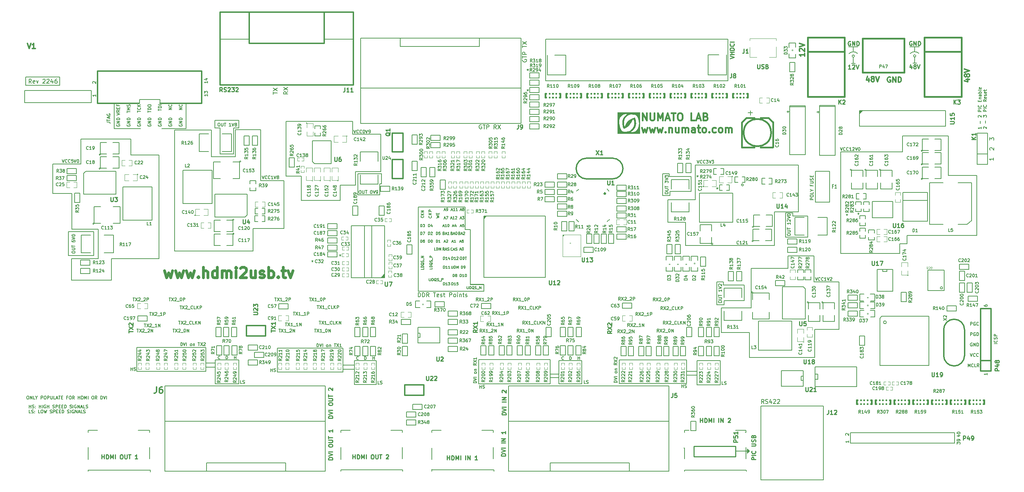
<source format=gto>
G04 (created by PCBNEW (2013-07-07 BZR 4022)-stable) date 6/4/2014 10:32:15 AM*
%MOIN*%
G04 Gerber Fmt 3.4, Leading zero omitted, Abs format*
%FSLAX34Y34*%
G01*
G70*
G90*
G04 APERTURE LIST*
%ADD10C,0.00590551*%
%ADD11C,0.00787402*%
%ADD12C,0.01*%
%ADD13C,0.0075*%
%ADD14C,0.007*%
%ADD15C,0.0125*%
%ADD16C,0.025*%
%ADD17C,0.0175*%
%ADD18C,0.00625*%
%ADD19C,0.012*%
%ADD20C,0.015*%
%ADD21C,0.005*%
%ADD22C,0.011811*%
%ADD23C,0.0047*%
%ADD24C,0.0039*%
%ADD25C,0.008*%
%ADD26C,0.0028*%
%ADD27C,0.00393701*%
%ADD28C,0.003*%
%ADD29C,0.006*%
%ADD30C,0.0001*%
%ADD31C,0.0026*%
G04 APERTURE END LIST*
G54D10*
G54D11*
X24990Y-23610D02*
X25010Y-23610D01*
X24990Y-26020D02*
X24990Y-23610D01*
X22650Y-26020D02*
X24990Y-26020D01*
X18070Y-26010D02*
X20610Y-26010D01*
X18070Y-23600D02*
X18070Y-26010D01*
X22590Y-23590D02*
X22590Y-23570D01*
X22470Y-23590D02*
X22590Y-23590D01*
X22470Y-23210D02*
X22470Y-23590D01*
X20520Y-23210D02*
X22470Y-23210D01*
X20520Y-23570D02*
X20520Y-23210D01*
X78507Y-31423D02*
G75*
G03X78507Y-31423I-100J0D01*
G74*
G01*
X27750Y-25200D02*
X27750Y-25550D01*
X30050Y-25200D02*
X27750Y-25200D01*
X30050Y-25350D02*
X30050Y-25200D01*
X30050Y-25950D02*
X30050Y-25350D01*
X29550Y-25950D02*
X30050Y-25950D01*
X29550Y-28450D02*
X29550Y-25950D01*
X28250Y-28450D02*
X29550Y-28450D01*
X28250Y-25950D02*
X28250Y-28450D01*
X27750Y-25950D02*
X28250Y-25950D01*
X27750Y-25450D02*
X27750Y-25950D01*
G54D12*
X98704Y-23661D02*
X98704Y-23261D01*
X98933Y-23661D02*
X98761Y-23433D01*
X98933Y-23261D02*
X98704Y-23490D01*
X99066Y-23261D02*
X99314Y-23261D01*
X99180Y-23414D01*
X99238Y-23414D01*
X99276Y-23433D01*
X99295Y-23452D01*
X99314Y-23490D01*
X99314Y-23585D01*
X99295Y-23623D01*
X99276Y-23642D01*
X99238Y-23661D01*
X99123Y-23661D01*
X99085Y-23642D01*
X99066Y-23623D01*
X87654Y-23661D02*
X87654Y-23261D01*
X87883Y-23661D02*
X87711Y-23433D01*
X87883Y-23261D02*
X87654Y-23490D01*
X88035Y-23300D02*
X88054Y-23280D01*
X88092Y-23261D01*
X88188Y-23261D01*
X88226Y-23280D01*
X88245Y-23300D01*
X88264Y-23338D01*
X88264Y-23376D01*
X88245Y-23433D01*
X88016Y-23661D01*
X88264Y-23661D01*
G54D13*
X72571Y-50921D02*
X72571Y-50621D01*
X72571Y-50764D02*
X72742Y-50764D01*
X72742Y-50921D02*
X72742Y-50621D01*
X72871Y-50907D02*
X72914Y-50921D01*
X72985Y-50921D01*
X73014Y-50907D01*
X73028Y-50892D01*
X73042Y-50864D01*
X73042Y-50835D01*
X73028Y-50807D01*
X73014Y-50792D01*
X72985Y-50778D01*
X72928Y-50764D01*
X72900Y-50750D01*
X72885Y-50735D01*
X72871Y-50707D01*
X72871Y-50678D01*
X72885Y-50650D01*
X72900Y-50635D01*
X72928Y-50621D01*
X73000Y-50621D01*
X73042Y-50635D01*
X63350Y-50521D02*
X63207Y-50521D01*
X63207Y-50221D01*
X63435Y-50507D02*
X63478Y-50521D01*
X63550Y-50521D01*
X63578Y-50507D01*
X63592Y-50492D01*
X63607Y-50464D01*
X63607Y-50435D01*
X63592Y-50407D01*
X63578Y-50392D01*
X63550Y-50378D01*
X63492Y-50364D01*
X63464Y-50350D01*
X63450Y-50335D01*
X63435Y-50307D01*
X63435Y-50278D01*
X63450Y-50250D01*
X63464Y-50235D01*
X63492Y-50221D01*
X63564Y-50221D01*
X63607Y-50235D01*
X53171Y-50971D02*
X53171Y-50671D01*
X53171Y-50814D02*
X53342Y-50814D01*
X53342Y-50971D02*
X53342Y-50671D01*
X53471Y-50957D02*
X53514Y-50971D01*
X53585Y-50971D01*
X53614Y-50957D01*
X53628Y-50942D01*
X53642Y-50914D01*
X53642Y-50885D01*
X53628Y-50857D01*
X53614Y-50842D01*
X53585Y-50828D01*
X53528Y-50814D01*
X53500Y-50800D01*
X53485Y-50785D01*
X53471Y-50757D01*
X53471Y-50728D01*
X53485Y-50700D01*
X53500Y-50685D01*
X53528Y-50671D01*
X53600Y-50671D01*
X53642Y-50685D01*
X43550Y-50571D02*
X43407Y-50571D01*
X43407Y-50271D01*
X43635Y-50557D02*
X43678Y-50571D01*
X43750Y-50571D01*
X43778Y-50557D01*
X43792Y-50542D01*
X43807Y-50514D01*
X43807Y-50485D01*
X43792Y-50457D01*
X43778Y-50442D01*
X43750Y-50428D01*
X43692Y-50414D01*
X43664Y-50400D01*
X43650Y-50385D01*
X43635Y-50357D01*
X43635Y-50328D01*
X43650Y-50300D01*
X43664Y-50285D01*
X43692Y-50271D01*
X43764Y-50271D01*
X43807Y-50285D01*
X33121Y-49371D02*
X33121Y-49071D01*
X33121Y-49214D02*
X33292Y-49214D01*
X33292Y-49371D02*
X33292Y-49071D01*
X33421Y-49357D02*
X33464Y-49371D01*
X33535Y-49371D01*
X33564Y-49357D01*
X33578Y-49342D01*
X33592Y-49314D01*
X33592Y-49285D01*
X33578Y-49257D01*
X33564Y-49242D01*
X33535Y-49228D01*
X33478Y-49214D01*
X33450Y-49200D01*
X33435Y-49185D01*
X33421Y-49157D01*
X33421Y-49128D01*
X33435Y-49100D01*
X33450Y-49085D01*
X33478Y-49071D01*
X33550Y-49071D01*
X33592Y-49085D01*
X30350Y-50521D02*
X30207Y-50521D01*
X30207Y-50221D01*
X30435Y-50507D02*
X30478Y-50521D01*
X30550Y-50521D01*
X30578Y-50507D01*
X30592Y-50492D01*
X30607Y-50464D01*
X30607Y-50435D01*
X30592Y-50407D01*
X30578Y-50392D01*
X30550Y-50378D01*
X30492Y-50364D01*
X30464Y-50350D01*
X30450Y-50335D01*
X30435Y-50307D01*
X30435Y-50278D01*
X30450Y-50250D01*
X30464Y-50235D01*
X30492Y-50221D01*
X30564Y-50221D01*
X30607Y-50235D01*
X19671Y-49271D02*
X19671Y-48971D01*
X19671Y-49114D02*
X19842Y-49114D01*
X19842Y-49271D02*
X19842Y-48971D01*
X19971Y-49257D02*
X20014Y-49271D01*
X20085Y-49271D01*
X20114Y-49257D01*
X20128Y-49242D01*
X20142Y-49214D01*
X20142Y-49185D01*
X20128Y-49157D01*
X20114Y-49142D01*
X20085Y-49128D01*
X20028Y-49114D01*
X20000Y-49100D01*
X19985Y-49085D01*
X19971Y-49057D01*
X19971Y-49028D01*
X19985Y-49000D01*
X20000Y-48985D01*
X20028Y-48971D01*
X20100Y-48971D01*
X20142Y-48985D01*
X76600Y-50621D02*
X76457Y-50621D01*
X76457Y-50321D01*
X76685Y-50607D02*
X76728Y-50621D01*
X76800Y-50621D01*
X76828Y-50607D01*
X76842Y-50592D01*
X76857Y-50564D01*
X76857Y-50535D01*
X76842Y-50507D01*
X76828Y-50492D01*
X76800Y-50478D01*
X76742Y-50464D01*
X76714Y-50450D01*
X76700Y-50435D01*
X76685Y-50407D01*
X76685Y-50378D01*
X76700Y-50350D01*
X76714Y-50335D01*
X76742Y-50321D01*
X76814Y-50321D01*
X76857Y-50335D01*
X9921Y-52871D02*
X9921Y-52571D01*
X9921Y-52714D02*
X10092Y-52714D01*
X10092Y-52871D02*
X10092Y-52571D01*
X10221Y-52857D02*
X10264Y-52871D01*
X10335Y-52871D01*
X10364Y-52857D01*
X10378Y-52842D01*
X10392Y-52814D01*
X10392Y-52785D01*
X10378Y-52757D01*
X10364Y-52742D01*
X10335Y-52728D01*
X10278Y-52714D01*
X10250Y-52700D01*
X10235Y-52685D01*
X10221Y-52657D01*
X10221Y-52628D01*
X10235Y-52600D01*
X10250Y-52585D01*
X10278Y-52571D01*
X10350Y-52571D01*
X10392Y-52585D01*
X10521Y-52842D02*
X10535Y-52857D01*
X10521Y-52871D01*
X10507Y-52857D01*
X10521Y-52842D01*
X10521Y-52871D01*
X10521Y-52685D02*
X10535Y-52700D01*
X10521Y-52714D01*
X10507Y-52700D01*
X10521Y-52685D01*
X10521Y-52714D01*
X10892Y-52871D02*
X10892Y-52571D01*
X10892Y-52714D02*
X11064Y-52714D01*
X11064Y-52871D02*
X11064Y-52571D01*
X11207Y-52871D02*
X11207Y-52571D01*
X11507Y-52585D02*
X11478Y-52571D01*
X11435Y-52571D01*
X11392Y-52585D01*
X11364Y-52614D01*
X11350Y-52642D01*
X11335Y-52700D01*
X11335Y-52742D01*
X11350Y-52800D01*
X11364Y-52828D01*
X11392Y-52857D01*
X11435Y-52871D01*
X11464Y-52871D01*
X11507Y-52857D01*
X11521Y-52842D01*
X11521Y-52742D01*
X11464Y-52742D01*
X11650Y-52871D02*
X11650Y-52571D01*
X11650Y-52714D02*
X11821Y-52714D01*
X11821Y-52871D02*
X11821Y-52571D01*
X12178Y-52857D02*
X12221Y-52871D01*
X12292Y-52871D01*
X12321Y-52857D01*
X12335Y-52842D01*
X12349Y-52814D01*
X12349Y-52785D01*
X12335Y-52757D01*
X12321Y-52742D01*
X12292Y-52728D01*
X12235Y-52714D01*
X12207Y-52700D01*
X12192Y-52685D01*
X12178Y-52657D01*
X12178Y-52628D01*
X12192Y-52600D01*
X12207Y-52585D01*
X12235Y-52571D01*
X12307Y-52571D01*
X12349Y-52585D01*
X12478Y-52871D02*
X12478Y-52571D01*
X12592Y-52571D01*
X12621Y-52585D01*
X12635Y-52600D01*
X12649Y-52628D01*
X12649Y-52671D01*
X12635Y-52700D01*
X12621Y-52714D01*
X12592Y-52728D01*
X12478Y-52728D01*
X12778Y-52714D02*
X12878Y-52714D01*
X12921Y-52871D02*
X12778Y-52871D01*
X12778Y-52571D01*
X12921Y-52571D01*
X13050Y-52714D02*
X13150Y-52714D01*
X13192Y-52871D02*
X13050Y-52871D01*
X13050Y-52571D01*
X13192Y-52571D01*
X13321Y-52871D02*
X13321Y-52571D01*
X13392Y-52571D01*
X13435Y-52585D01*
X13464Y-52614D01*
X13478Y-52642D01*
X13492Y-52700D01*
X13492Y-52742D01*
X13478Y-52800D01*
X13464Y-52828D01*
X13435Y-52857D01*
X13392Y-52871D01*
X13321Y-52871D01*
X13835Y-52857D02*
X13878Y-52871D01*
X13950Y-52871D01*
X13978Y-52857D01*
X13992Y-52842D01*
X14007Y-52814D01*
X14007Y-52785D01*
X13992Y-52757D01*
X13978Y-52742D01*
X13950Y-52728D01*
X13892Y-52714D01*
X13864Y-52700D01*
X13850Y-52685D01*
X13835Y-52657D01*
X13835Y-52628D01*
X13850Y-52600D01*
X13864Y-52585D01*
X13892Y-52571D01*
X13964Y-52571D01*
X14007Y-52585D01*
X14135Y-52871D02*
X14135Y-52571D01*
X14435Y-52585D02*
X14407Y-52571D01*
X14364Y-52571D01*
X14321Y-52585D01*
X14292Y-52614D01*
X14278Y-52642D01*
X14264Y-52700D01*
X14264Y-52742D01*
X14278Y-52800D01*
X14292Y-52828D01*
X14321Y-52857D01*
X14364Y-52871D01*
X14392Y-52871D01*
X14435Y-52857D01*
X14449Y-52842D01*
X14449Y-52742D01*
X14392Y-52742D01*
X14578Y-52871D02*
X14578Y-52571D01*
X14749Y-52871D01*
X14749Y-52571D01*
X14878Y-52785D02*
X15021Y-52785D01*
X14849Y-52871D02*
X14949Y-52571D01*
X15049Y-52871D01*
X15292Y-52871D02*
X15150Y-52871D01*
X15150Y-52571D01*
X15378Y-52857D02*
X15421Y-52871D01*
X15492Y-52871D01*
X15521Y-52857D01*
X15535Y-52842D01*
X15549Y-52814D01*
X15549Y-52785D01*
X15535Y-52757D01*
X15521Y-52742D01*
X15492Y-52728D01*
X15435Y-52714D01*
X15407Y-52700D01*
X15392Y-52685D01*
X15378Y-52657D01*
X15378Y-52628D01*
X15392Y-52600D01*
X15407Y-52585D01*
X15435Y-52571D01*
X15507Y-52571D01*
X15549Y-52585D01*
X10064Y-53366D02*
X9921Y-53366D01*
X9921Y-53066D01*
X10150Y-53352D02*
X10192Y-53366D01*
X10264Y-53366D01*
X10292Y-53352D01*
X10307Y-53337D01*
X10321Y-53309D01*
X10321Y-53280D01*
X10307Y-53252D01*
X10292Y-53237D01*
X10264Y-53223D01*
X10207Y-53209D01*
X10178Y-53195D01*
X10164Y-53180D01*
X10150Y-53152D01*
X10150Y-53123D01*
X10164Y-53095D01*
X10178Y-53080D01*
X10207Y-53066D01*
X10278Y-53066D01*
X10321Y-53080D01*
X10450Y-53337D02*
X10464Y-53352D01*
X10450Y-53366D01*
X10435Y-53352D01*
X10450Y-53337D01*
X10450Y-53366D01*
X10450Y-53180D02*
X10464Y-53195D01*
X10450Y-53209D01*
X10435Y-53195D01*
X10450Y-53180D01*
X10450Y-53209D01*
X10964Y-53366D02*
X10821Y-53366D01*
X10821Y-53066D01*
X11121Y-53066D02*
X11178Y-53066D01*
X11207Y-53080D01*
X11235Y-53109D01*
X11249Y-53166D01*
X11249Y-53266D01*
X11235Y-53323D01*
X11207Y-53352D01*
X11178Y-53366D01*
X11121Y-53366D01*
X11092Y-53352D01*
X11064Y-53323D01*
X11049Y-53266D01*
X11049Y-53166D01*
X11064Y-53109D01*
X11092Y-53080D01*
X11121Y-53066D01*
X11349Y-53066D02*
X11421Y-53366D01*
X11478Y-53152D01*
X11535Y-53366D01*
X11607Y-53066D01*
X11935Y-53352D02*
X11978Y-53366D01*
X12049Y-53366D01*
X12078Y-53352D01*
X12092Y-53337D01*
X12107Y-53309D01*
X12107Y-53280D01*
X12092Y-53252D01*
X12078Y-53237D01*
X12049Y-53223D01*
X11992Y-53209D01*
X11964Y-53195D01*
X11949Y-53180D01*
X11935Y-53152D01*
X11935Y-53123D01*
X11949Y-53095D01*
X11964Y-53080D01*
X11992Y-53066D01*
X12064Y-53066D01*
X12107Y-53080D01*
X12235Y-53366D02*
X12235Y-53066D01*
X12349Y-53066D01*
X12378Y-53080D01*
X12392Y-53095D01*
X12407Y-53123D01*
X12407Y-53166D01*
X12392Y-53195D01*
X12378Y-53209D01*
X12349Y-53223D01*
X12235Y-53223D01*
X12535Y-53209D02*
X12635Y-53209D01*
X12678Y-53366D02*
X12535Y-53366D01*
X12535Y-53066D01*
X12678Y-53066D01*
X12807Y-53209D02*
X12907Y-53209D01*
X12949Y-53366D02*
X12807Y-53366D01*
X12807Y-53066D01*
X12949Y-53066D01*
X13078Y-53366D02*
X13078Y-53066D01*
X13149Y-53066D01*
X13192Y-53080D01*
X13221Y-53109D01*
X13235Y-53137D01*
X13249Y-53195D01*
X13249Y-53237D01*
X13235Y-53295D01*
X13221Y-53323D01*
X13192Y-53352D01*
X13149Y-53366D01*
X13078Y-53366D01*
X13592Y-53352D02*
X13635Y-53366D01*
X13707Y-53366D01*
X13735Y-53352D01*
X13749Y-53337D01*
X13764Y-53309D01*
X13764Y-53280D01*
X13749Y-53252D01*
X13735Y-53237D01*
X13707Y-53223D01*
X13649Y-53209D01*
X13621Y-53195D01*
X13607Y-53180D01*
X13592Y-53152D01*
X13592Y-53123D01*
X13607Y-53095D01*
X13621Y-53080D01*
X13649Y-53066D01*
X13721Y-53066D01*
X13764Y-53080D01*
X13892Y-53366D02*
X13892Y-53066D01*
X14192Y-53080D02*
X14164Y-53066D01*
X14121Y-53066D01*
X14078Y-53080D01*
X14049Y-53109D01*
X14035Y-53137D01*
X14021Y-53195D01*
X14021Y-53237D01*
X14035Y-53295D01*
X14049Y-53323D01*
X14078Y-53352D01*
X14121Y-53366D01*
X14149Y-53366D01*
X14192Y-53352D01*
X14207Y-53337D01*
X14207Y-53237D01*
X14149Y-53237D01*
X14335Y-53366D02*
X14335Y-53066D01*
X14507Y-53366D01*
X14507Y-53066D01*
X14635Y-53280D02*
X14778Y-53280D01*
X14607Y-53366D02*
X14707Y-53066D01*
X14807Y-53366D01*
X15049Y-53366D02*
X14907Y-53366D01*
X14907Y-53066D01*
X15135Y-53352D02*
X15178Y-53366D01*
X15249Y-53366D01*
X15278Y-53352D01*
X15292Y-53337D01*
X15307Y-53309D01*
X15307Y-53280D01*
X15292Y-53252D01*
X15278Y-53237D01*
X15249Y-53223D01*
X15192Y-53209D01*
X15164Y-53195D01*
X15149Y-53180D01*
X15135Y-53152D01*
X15135Y-53123D01*
X15149Y-53095D01*
X15164Y-53080D01*
X15192Y-53066D01*
X15264Y-53066D01*
X15307Y-53080D01*
G54D11*
X74050Y-49700D02*
X74050Y-49650D01*
X73050Y-49700D02*
X74050Y-49700D01*
X73050Y-49350D02*
X74050Y-49350D01*
X59950Y-49950D02*
X60800Y-49950D01*
X59950Y-49600D02*
X60800Y-49600D01*
X41150Y-49150D02*
X41150Y-49100D01*
X40050Y-49150D02*
X41150Y-49150D01*
X41150Y-48750D02*
X41150Y-48800D01*
X40050Y-48750D02*
X41150Y-48750D01*
X27800Y-48950D02*
X27800Y-48900D01*
X26900Y-48950D02*
X27800Y-48950D01*
X26900Y-48550D02*
X27800Y-48550D01*
G54D14*
X61242Y-48186D02*
X61228Y-48200D01*
X61185Y-48213D01*
X61157Y-48213D01*
X61114Y-48200D01*
X61085Y-48173D01*
X61071Y-48146D01*
X61057Y-48093D01*
X61057Y-48053D01*
X61071Y-48000D01*
X61085Y-47973D01*
X61114Y-47946D01*
X61157Y-47933D01*
X61185Y-47933D01*
X61228Y-47946D01*
X61242Y-47960D01*
X61821Y-48213D02*
X61821Y-47933D01*
X61892Y-47933D01*
X61935Y-47946D01*
X61964Y-47973D01*
X61978Y-48000D01*
X61992Y-48053D01*
X61992Y-48093D01*
X61978Y-48146D01*
X61964Y-48173D01*
X61935Y-48200D01*
X61892Y-48213D01*
X61821Y-48213D01*
X62614Y-48213D02*
X62614Y-47933D01*
X62614Y-48066D02*
X62785Y-48066D01*
X62785Y-48213D02*
X62785Y-47933D01*
X42914Y-48213D02*
X42914Y-47933D01*
X42914Y-48066D02*
X43085Y-48066D01*
X43085Y-48213D02*
X43085Y-47933D01*
X42121Y-48213D02*
X42121Y-47933D01*
X42192Y-47933D01*
X42235Y-47946D01*
X42264Y-47973D01*
X42278Y-48000D01*
X42292Y-48053D01*
X42292Y-48093D01*
X42278Y-48146D01*
X42264Y-48173D01*
X42235Y-48200D01*
X42192Y-48213D01*
X42121Y-48213D01*
X41542Y-48186D02*
X41528Y-48200D01*
X41485Y-48213D01*
X41457Y-48213D01*
X41414Y-48200D01*
X41385Y-48173D01*
X41371Y-48146D01*
X41357Y-48093D01*
X41357Y-48053D01*
X41371Y-48000D01*
X41385Y-47973D01*
X41414Y-47946D01*
X41457Y-47933D01*
X41485Y-47933D01*
X41528Y-47946D01*
X41542Y-47960D01*
X28242Y-48136D02*
X28228Y-48150D01*
X28185Y-48163D01*
X28157Y-48163D01*
X28114Y-48150D01*
X28085Y-48123D01*
X28071Y-48096D01*
X28057Y-48043D01*
X28057Y-48003D01*
X28071Y-47950D01*
X28085Y-47923D01*
X28114Y-47896D01*
X28157Y-47883D01*
X28185Y-47883D01*
X28228Y-47896D01*
X28242Y-47910D01*
X28821Y-48163D02*
X28821Y-47883D01*
X28892Y-47883D01*
X28935Y-47896D01*
X28964Y-47923D01*
X28978Y-47950D01*
X28992Y-48003D01*
X28992Y-48043D01*
X28978Y-48096D01*
X28964Y-48123D01*
X28935Y-48150D01*
X28892Y-48163D01*
X28821Y-48163D01*
X29614Y-48163D02*
X29614Y-47883D01*
X29614Y-48016D02*
X29785Y-48016D01*
X29785Y-48163D02*
X29785Y-47883D01*
G54D11*
X9500Y-22350D02*
X9650Y-22350D01*
X9500Y-23500D02*
X9500Y-22350D01*
X15900Y-23500D02*
X9500Y-23500D01*
X15900Y-22350D02*
X15900Y-23500D01*
X9550Y-22350D02*
X15900Y-22350D01*
X75950Y-40750D02*
X76050Y-40750D01*
X75950Y-42950D02*
X75950Y-40750D01*
X76650Y-42950D02*
X75950Y-42950D01*
X76650Y-42850D02*
X76650Y-42950D01*
X76650Y-42550D02*
X76650Y-42850D01*
X78600Y-42550D02*
X76650Y-42550D01*
X78600Y-41050D02*
X78600Y-42550D01*
X76600Y-41050D02*
X78600Y-41050D01*
X76600Y-40750D02*
X76600Y-41050D01*
X75950Y-40750D02*
X76600Y-40750D01*
X87700Y-40750D02*
X87600Y-40750D01*
X87700Y-45300D02*
X87700Y-40750D01*
X87600Y-45300D02*
X87700Y-45300D01*
X85350Y-45300D02*
X87600Y-45300D01*
X85350Y-48000D02*
X85350Y-45300D01*
X79100Y-48000D02*
X85350Y-48000D01*
X79100Y-47700D02*
X79100Y-48000D01*
X79100Y-45600D02*
X79100Y-47700D01*
X76400Y-45600D02*
X79100Y-45600D01*
X76400Y-43250D02*
X76400Y-45600D01*
X79250Y-43250D02*
X76400Y-43250D01*
X79250Y-39450D02*
X79250Y-43250D01*
X79350Y-39450D02*
X79250Y-39450D01*
X82800Y-39450D02*
X79350Y-39450D01*
X82800Y-38250D02*
X82800Y-39450D01*
X85300Y-38250D02*
X82800Y-38250D01*
X85300Y-38300D02*
X85300Y-38250D01*
X70750Y-30350D02*
X70950Y-30350D01*
X70750Y-32450D02*
X70750Y-30350D01*
X71450Y-32450D02*
X70750Y-32450D01*
X71450Y-32400D02*
X71450Y-32450D01*
X71450Y-32050D02*
X71450Y-32400D01*
X73500Y-32050D02*
X71450Y-32050D01*
X73500Y-30600D02*
X73500Y-32050D01*
X71400Y-30600D02*
X73500Y-30600D01*
X71400Y-30350D02*
X71400Y-30600D01*
X70850Y-30350D02*
X71400Y-30350D01*
X83250Y-34100D02*
X83250Y-34250D01*
X82550Y-34100D02*
X83250Y-34100D01*
X82550Y-34300D02*
X82550Y-34100D01*
X82550Y-36450D02*
X84700Y-36450D01*
X82550Y-36150D02*
X82550Y-36450D01*
X84700Y-34400D02*
X84700Y-36450D01*
X83250Y-34400D02*
X84700Y-34400D01*
X83250Y-34250D02*
X83250Y-34400D01*
X82550Y-36150D02*
X82550Y-34250D01*
X71400Y-32850D02*
X71750Y-32850D01*
X71250Y-32850D02*
X71400Y-32850D01*
X71250Y-35000D02*
X71250Y-32850D01*
X72950Y-35000D02*
X71250Y-35000D01*
X72950Y-37250D02*
X72950Y-35000D01*
X81500Y-37250D02*
X72950Y-37250D01*
X81500Y-34000D02*
X81500Y-37250D01*
X83800Y-34000D02*
X81500Y-34000D01*
X83800Y-33650D02*
X83800Y-34000D01*
X83800Y-29500D02*
X83800Y-33650D01*
X73900Y-29500D02*
X83800Y-29500D01*
X73900Y-32850D02*
X73900Y-29500D01*
X73600Y-32850D02*
X73900Y-32850D01*
X71350Y-32850D02*
X73600Y-32850D01*
G54D12*
X88782Y-17643D02*
X88744Y-17624D01*
X88687Y-17624D01*
X88630Y-17643D01*
X88592Y-17681D01*
X88573Y-17719D01*
X88554Y-17795D01*
X88554Y-17852D01*
X88573Y-17929D01*
X88592Y-17967D01*
X88630Y-18005D01*
X88687Y-18024D01*
X88725Y-18024D01*
X88782Y-18005D01*
X88801Y-17986D01*
X88801Y-17852D01*
X88725Y-17852D01*
X88973Y-18024D02*
X88973Y-17624D01*
X89201Y-18024D01*
X89201Y-17624D01*
X89392Y-18024D02*
X89392Y-17624D01*
X89487Y-17624D01*
X89544Y-17643D01*
X89582Y-17681D01*
X89601Y-17719D01*
X89620Y-17795D01*
X89620Y-17852D01*
X89601Y-17929D01*
X89582Y-17967D01*
X89544Y-18005D01*
X89487Y-18024D01*
X89392Y-18024D01*
G54D15*
X99894Y-21282D02*
X100227Y-21282D01*
X99703Y-21401D02*
X100060Y-21520D01*
X100060Y-21210D01*
X99941Y-20948D02*
X99917Y-20996D01*
X99894Y-21020D01*
X99846Y-21044D01*
X99822Y-21044D01*
X99775Y-21020D01*
X99751Y-20996D01*
X99727Y-20948D01*
X99727Y-20853D01*
X99751Y-20805D01*
X99775Y-20782D01*
X99822Y-20758D01*
X99846Y-20758D01*
X99894Y-20782D01*
X99917Y-20805D01*
X99941Y-20853D01*
X99941Y-20948D01*
X99965Y-20996D01*
X99989Y-21020D01*
X100036Y-21044D01*
X100132Y-21044D01*
X100179Y-21020D01*
X100203Y-20996D01*
X100227Y-20948D01*
X100227Y-20853D01*
X100203Y-20805D01*
X100179Y-20782D01*
X100132Y-20758D01*
X100036Y-20758D01*
X99989Y-20782D01*
X99965Y-20805D01*
X99941Y-20853D01*
X99727Y-20615D02*
X100227Y-20448D01*
X99727Y-20282D01*
G54D11*
X43736Y-30334D02*
X43736Y-30390D01*
X41486Y-30334D02*
X43736Y-30334D01*
X41482Y-30334D02*
X41496Y-30334D01*
X41482Y-32390D02*
X41482Y-30334D01*
X43582Y-32390D02*
X41482Y-32390D01*
X43582Y-31312D02*
X43582Y-32390D01*
X43736Y-31312D02*
X43582Y-31312D01*
X43736Y-30332D02*
X43736Y-31312D01*
X43702Y-26552D02*
X43648Y-26552D01*
X43702Y-30048D02*
X43702Y-26552D01*
X43700Y-30136D02*
X43700Y-30046D01*
X41260Y-30136D02*
X43700Y-30136D01*
X41260Y-31454D02*
X41260Y-30136D01*
X39800Y-31454D02*
X41260Y-31454D01*
X27422Y-28702D02*
X27422Y-28672D01*
X29686Y-28702D02*
X27422Y-28702D01*
X29730Y-28700D02*
X29658Y-28700D01*
X29730Y-26122D02*
X29730Y-28700D01*
X32150Y-26122D02*
X29730Y-26122D01*
X32150Y-26218D02*
X32150Y-26122D01*
X27420Y-26166D02*
X27420Y-28700D01*
X23870Y-26166D02*
X27420Y-26166D01*
X13678Y-38206D02*
X13854Y-38206D01*
X13678Y-35932D02*
X13678Y-38206D01*
X16108Y-35932D02*
X13678Y-35932D01*
X16108Y-38206D02*
X16108Y-35932D01*
X13742Y-38206D02*
X16108Y-38206D01*
X14020Y-32250D02*
X14020Y-32258D01*
X13984Y-32250D02*
X14020Y-32250D01*
X14020Y-35680D02*
X14020Y-32260D01*
X16540Y-35680D02*
X14020Y-35680D01*
X16540Y-35940D02*
X16540Y-35680D01*
X16540Y-38500D02*
X16540Y-35940D01*
X15960Y-38500D02*
X16540Y-38500D01*
X13980Y-38500D02*
X16000Y-38500D01*
X13980Y-40560D02*
X13980Y-38500D01*
G54D13*
X82721Y-36221D02*
X82721Y-36164D01*
X82735Y-36135D01*
X82764Y-36107D01*
X82821Y-36092D01*
X82921Y-36092D01*
X82978Y-36107D01*
X83007Y-36135D01*
X83021Y-36164D01*
X83021Y-36221D01*
X83007Y-36249D01*
X82978Y-36278D01*
X82921Y-36292D01*
X82821Y-36292D01*
X82764Y-36278D01*
X82735Y-36249D01*
X82721Y-36221D01*
X82721Y-35964D02*
X82964Y-35964D01*
X82992Y-35949D01*
X83007Y-35935D01*
X83021Y-35907D01*
X83021Y-35849D01*
X83007Y-35821D01*
X82992Y-35807D01*
X82964Y-35792D01*
X82721Y-35792D01*
X82721Y-35692D02*
X82721Y-35521D01*
X83021Y-35607D02*
X82721Y-35607D01*
X83021Y-35035D02*
X83021Y-35207D01*
X83021Y-35121D02*
X82721Y-35121D01*
X82764Y-35149D01*
X82792Y-35178D01*
X82807Y-35207D01*
X82750Y-34921D02*
X82735Y-34907D01*
X82721Y-34878D01*
X82721Y-34807D01*
X82735Y-34778D01*
X82750Y-34764D01*
X82778Y-34750D01*
X82807Y-34750D01*
X82850Y-34764D01*
X83021Y-34935D01*
X83021Y-34750D01*
X82721Y-34664D02*
X83021Y-34564D01*
X82721Y-34464D01*
X82721Y-34307D02*
X82721Y-34278D01*
X82735Y-34250D01*
X82750Y-34235D01*
X82778Y-34221D01*
X82835Y-34207D01*
X82907Y-34207D01*
X82964Y-34221D01*
X82992Y-34235D01*
X83007Y-34250D01*
X83021Y-34278D01*
X83021Y-34307D01*
X83007Y-34335D01*
X82992Y-34350D01*
X82964Y-34364D01*
X82907Y-34378D01*
X82835Y-34378D01*
X82778Y-34364D01*
X82750Y-34350D01*
X82735Y-34335D01*
X82721Y-34307D01*
G54D11*
X47376Y-33549D02*
X51752Y-33549D01*
X53598Y-40997D02*
X53598Y-41081D01*
X52302Y-40997D02*
X53598Y-40997D01*
X52302Y-35715D02*
X52302Y-40997D01*
X51773Y-35715D02*
X52302Y-35715D01*
X51773Y-33549D02*
X51773Y-35715D01*
X51723Y-33549D02*
X51773Y-33549D01*
G54D13*
X33361Y-22704D02*
X33361Y-22476D01*
X33761Y-22590D02*
X33361Y-22590D01*
X33361Y-22380D02*
X33761Y-22114D01*
X33361Y-22114D02*
X33761Y-22380D01*
X34761Y-22466D02*
X34571Y-22599D01*
X34761Y-22695D02*
X34361Y-22695D01*
X34361Y-22542D01*
X34380Y-22504D01*
X34400Y-22485D01*
X34438Y-22466D01*
X34495Y-22466D01*
X34533Y-22485D01*
X34552Y-22504D01*
X34571Y-22542D01*
X34571Y-22695D01*
X34361Y-22333D02*
X34761Y-22066D01*
X34361Y-22066D02*
X34761Y-22333D01*
X41671Y-31961D02*
X41728Y-31961D01*
X41757Y-31975D01*
X41785Y-32004D01*
X41800Y-32061D01*
X41800Y-32161D01*
X41785Y-32218D01*
X41757Y-32247D01*
X41728Y-32261D01*
X41671Y-32261D01*
X41642Y-32247D01*
X41614Y-32218D01*
X41600Y-32161D01*
X41600Y-32061D01*
X41614Y-32004D01*
X41642Y-31975D01*
X41671Y-31961D01*
X41928Y-31961D02*
X41928Y-32204D01*
X41942Y-32232D01*
X41957Y-32247D01*
X41985Y-32261D01*
X42042Y-32261D01*
X42071Y-32247D01*
X42085Y-32232D01*
X42100Y-32204D01*
X42100Y-31961D01*
X42200Y-31961D02*
X42371Y-31961D01*
X42285Y-32261D02*
X42285Y-31961D01*
X42757Y-31961D02*
X42785Y-31961D01*
X42814Y-31975D01*
X42828Y-31990D01*
X42842Y-32018D01*
X42857Y-32075D01*
X42857Y-32147D01*
X42842Y-32204D01*
X42828Y-32232D01*
X42814Y-32247D01*
X42785Y-32261D01*
X42757Y-32261D01*
X42728Y-32247D01*
X42714Y-32232D01*
X42700Y-32204D01*
X42685Y-32147D01*
X42685Y-32075D01*
X42700Y-32018D01*
X42714Y-31990D01*
X42728Y-31975D01*
X42757Y-31961D01*
X42942Y-31961D02*
X43042Y-32261D01*
X43142Y-31961D01*
X43257Y-32261D02*
X43314Y-32261D01*
X43342Y-32247D01*
X43357Y-32232D01*
X43385Y-32190D01*
X43400Y-32132D01*
X43400Y-32018D01*
X43385Y-31990D01*
X43371Y-31975D01*
X43342Y-31961D01*
X43285Y-31961D01*
X43257Y-31975D01*
X43242Y-31990D01*
X43228Y-32018D01*
X43228Y-32090D01*
X43242Y-32118D01*
X43257Y-32132D01*
X43285Y-32147D01*
X43342Y-32147D01*
X43371Y-32132D01*
X43385Y-32118D01*
X43400Y-32090D01*
X28121Y-25471D02*
X28178Y-25471D01*
X28207Y-25485D01*
X28235Y-25514D01*
X28250Y-25571D01*
X28250Y-25671D01*
X28235Y-25728D01*
X28207Y-25757D01*
X28178Y-25771D01*
X28121Y-25771D01*
X28092Y-25757D01*
X28064Y-25728D01*
X28050Y-25671D01*
X28050Y-25571D01*
X28064Y-25514D01*
X28092Y-25485D01*
X28121Y-25471D01*
X28378Y-25471D02*
X28378Y-25714D01*
X28392Y-25742D01*
X28407Y-25757D01*
X28435Y-25771D01*
X28492Y-25771D01*
X28521Y-25757D01*
X28535Y-25742D01*
X28550Y-25714D01*
X28550Y-25471D01*
X28650Y-25471D02*
X28821Y-25471D01*
X28735Y-25771D02*
X28735Y-25471D01*
X29307Y-25771D02*
X29135Y-25771D01*
X29221Y-25771D02*
X29221Y-25471D01*
X29192Y-25514D01*
X29164Y-25542D01*
X29135Y-25557D01*
X29392Y-25471D02*
X29492Y-25771D01*
X29592Y-25471D01*
X29735Y-25600D02*
X29707Y-25585D01*
X29692Y-25571D01*
X29678Y-25542D01*
X29678Y-25528D01*
X29692Y-25500D01*
X29707Y-25485D01*
X29735Y-25471D01*
X29792Y-25471D01*
X29821Y-25485D01*
X29835Y-25500D01*
X29850Y-25528D01*
X29850Y-25542D01*
X29835Y-25571D01*
X29821Y-25585D01*
X29792Y-25600D01*
X29735Y-25600D01*
X29707Y-25614D01*
X29692Y-25628D01*
X29678Y-25657D01*
X29678Y-25714D01*
X29692Y-25742D01*
X29707Y-25757D01*
X29735Y-25771D01*
X29792Y-25771D01*
X29821Y-25757D01*
X29835Y-25742D01*
X29850Y-25714D01*
X29850Y-25657D01*
X29835Y-25628D01*
X29821Y-25614D01*
X29792Y-25600D01*
X70971Y-32228D02*
X70971Y-32171D01*
X70985Y-32142D01*
X71014Y-32114D01*
X71071Y-32099D01*
X71171Y-32099D01*
X71228Y-32114D01*
X71257Y-32142D01*
X71271Y-32171D01*
X71271Y-32228D01*
X71257Y-32257D01*
X71228Y-32285D01*
X71171Y-32299D01*
X71071Y-32299D01*
X71014Y-32285D01*
X70985Y-32257D01*
X70971Y-32228D01*
X70971Y-31971D02*
X71214Y-31971D01*
X71242Y-31957D01*
X71257Y-31942D01*
X71271Y-31914D01*
X71271Y-31857D01*
X71257Y-31828D01*
X71242Y-31814D01*
X71214Y-31799D01*
X70971Y-31799D01*
X70971Y-31699D02*
X70971Y-31528D01*
X71271Y-31614D02*
X70971Y-31614D01*
X70971Y-31228D02*
X70971Y-31042D01*
X71085Y-31142D01*
X71085Y-31099D01*
X71100Y-31071D01*
X71114Y-31057D01*
X71142Y-31042D01*
X71214Y-31042D01*
X71242Y-31057D01*
X71257Y-31071D01*
X71271Y-31099D01*
X71271Y-31185D01*
X71257Y-31214D01*
X71242Y-31228D01*
X70971Y-30957D02*
X71271Y-30857D01*
X70971Y-30757D01*
X70971Y-30685D02*
X70971Y-30500D01*
X71085Y-30600D01*
X71085Y-30557D01*
X71100Y-30528D01*
X71114Y-30514D01*
X71142Y-30500D01*
X71214Y-30500D01*
X71242Y-30514D01*
X71257Y-30528D01*
X71271Y-30557D01*
X71271Y-30642D01*
X71257Y-30671D01*
X71242Y-30685D01*
X76121Y-42678D02*
X76121Y-42621D01*
X76135Y-42592D01*
X76164Y-42564D01*
X76221Y-42549D01*
X76321Y-42549D01*
X76378Y-42564D01*
X76407Y-42592D01*
X76421Y-42621D01*
X76421Y-42678D01*
X76407Y-42707D01*
X76378Y-42735D01*
X76321Y-42749D01*
X76221Y-42749D01*
X76164Y-42735D01*
X76135Y-42707D01*
X76121Y-42678D01*
X76121Y-42421D02*
X76364Y-42421D01*
X76392Y-42407D01*
X76407Y-42392D01*
X76421Y-42364D01*
X76421Y-42307D01*
X76407Y-42278D01*
X76392Y-42264D01*
X76364Y-42249D01*
X76121Y-42249D01*
X76121Y-42149D02*
X76121Y-41978D01*
X76421Y-42064D02*
X76121Y-42064D01*
X76421Y-41492D02*
X76421Y-41664D01*
X76421Y-41578D02*
X76121Y-41578D01*
X76164Y-41607D01*
X76192Y-41635D01*
X76207Y-41664D01*
X76121Y-41407D02*
X76421Y-41307D01*
X76121Y-41207D01*
X76150Y-41121D02*
X76135Y-41107D01*
X76121Y-41078D01*
X76121Y-41007D01*
X76135Y-40978D01*
X76150Y-40964D01*
X76178Y-40950D01*
X76207Y-40950D01*
X76250Y-40964D01*
X76421Y-41135D01*
X76421Y-40950D01*
X14027Y-37916D02*
X14027Y-37859D01*
X14041Y-37830D01*
X14070Y-37802D01*
X14127Y-37787D01*
X14227Y-37787D01*
X14284Y-37802D01*
X14313Y-37830D01*
X14327Y-37859D01*
X14327Y-37916D01*
X14313Y-37945D01*
X14284Y-37973D01*
X14227Y-37987D01*
X14127Y-37987D01*
X14070Y-37973D01*
X14041Y-37945D01*
X14027Y-37916D01*
X14027Y-37659D02*
X14270Y-37659D01*
X14298Y-37645D01*
X14313Y-37630D01*
X14327Y-37602D01*
X14327Y-37545D01*
X14313Y-37516D01*
X14298Y-37502D01*
X14270Y-37487D01*
X14027Y-37487D01*
X14027Y-37387D02*
X14027Y-37216D01*
X14327Y-37302D02*
X14027Y-37302D01*
X14027Y-36745D02*
X14027Y-36887D01*
X14170Y-36902D01*
X14156Y-36887D01*
X14141Y-36859D01*
X14141Y-36787D01*
X14156Y-36759D01*
X14170Y-36745D01*
X14198Y-36730D01*
X14270Y-36730D01*
X14298Y-36745D01*
X14313Y-36759D01*
X14327Y-36787D01*
X14327Y-36859D01*
X14313Y-36887D01*
X14298Y-36902D01*
X14027Y-36645D02*
X14327Y-36545D01*
X14027Y-36445D01*
X14027Y-36288D02*
X14027Y-36259D01*
X14041Y-36230D01*
X14056Y-36216D01*
X14084Y-36202D01*
X14141Y-36188D01*
X14213Y-36188D01*
X14270Y-36202D01*
X14298Y-36216D01*
X14313Y-36230D01*
X14327Y-36259D01*
X14327Y-36288D01*
X14313Y-36316D01*
X14298Y-36330D01*
X14270Y-36345D01*
X14213Y-36359D01*
X14141Y-36359D01*
X14084Y-36345D01*
X14056Y-36330D01*
X14041Y-36316D01*
X14027Y-36288D01*
X101355Y-25857D02*
X101355Y-26028D01*
X101355Y-25942D02*
X101055Y-25942D01*
X101098Y-25971D01*
X101126Y-26000D01*
X101141Y-26028D01*
X101241Y-25500D02*
X101241Y-25271D01*
X101084Y-24914D02*
X101069Y-24900D01*
X101055Y-24871D01*
X101055Y-24800D01*
X101069Y-24771D01*
X101084Y-24757D01*
X101112Y-24742D01*
X101141Y-24742D01*
X101184Y-24757D01*
X101355Y-24928D01*
X101355Y-24742D01*
X101355Y-24385D02*
X101055Y-24385D01*
X101055Y-24271D01*
X101069Y-24242D01*
X101084Y-24228D01*
X101112Y-24214D01*
X101155Y-24214D01*
X101184Y-24228D01*
X101198Y-24242D01*
X101212Y-24271D01*
X101212Y-24385D01*
X101355Y-24085D02*
X101055Y-24085D01*
X101326Y-23771D02*
X101341Y-23785D01*
X101355Y-23828D01*
X101355Y-23857D01*
X101341Y-23900D01*
X101312Y-23928D01*
X101284Y-23942D01*
X101226Y-23957D01*
X101184Y-23957D01*
X101126Y-23942D01*
X101098Y-23928D01*
X101069Y-23900D01*
X101055Y-23857D01*
X101055Y-23828D01*
X101069Y-23785D01*
X101084Y-23771D01*
X101198Y-23414D02*
X101198Y-23314D01*
X101355Y-23271D02*
X101355Y-23414D01*
X101055Y-23414D01*
X101055Y-23271D01*
X101155Y-23142D02*
X101355Y-23142D01*
X101184Y-23142D02*
X101169Y-23128D01*
X101155Y-23100D01*
X101155Y-23057D01*
X101169Y-23028D01*
X101198Y-23014D01*
X101355Y-23014D01*
X101355Y-22742D02*
X101198Y-22742D01*
X101169Y-22757D01*
X101155Y-22785D01*
X101155Y-22842D01*
X101169Y-22871D01*
X101341Y-22742D02*
X101355Y-22771D01*
X101355Y-22842D01*
X101341Y-22871D01*
X101312Y-22885D01*
X101284Y-22885D01*
X101255Y-22871D01*
X101241Y-22842D01*
X101241Y-22771D01*
X101226Y-22742D01*
X101355Y-22600D02*
X101055Y-22600D01*
X101169Y-22600D02*
X101155Y-22571D01*
X101155Y-22514D01*
X101169Y-22485D01*
X101184Y-22471D01*
X101212Y-22457D01*
X101298Y-22457D01*
X101326Y-22471D01*
X101341Y-22485D01*
X101355Y-22514D01*
X101355Y-22571D01*
X101341Y-22600D01*
X101355Y-22285D02*
X101341Y-22314D01*
X101312Y-22328D01*
X101055Y-22328D01*
X101341Y-22057D02*
X101355Y-22085D01*
X101355Y-22142D01*
X101341Y-22171D01*
X101312Y-22185D01*
X101198Y-22185D01*
X101169Y-22171D01*
X101155Y-22142D01*
X101155Y-22085D01*
X101169Y-22057D01*
X101198Y-22042D01*
X101226Y-22042D01*
X101255Y-22185D01*
X101579Y-26007D02*
X101564Y-25992D01*
X101550Y-25964D01*
X101550Y-25892D01*
X101564Y-25864D01*
X101579Y-25849D01*
X101607Y-25835D01*
X101636Y-25835D01*
X101679Y-25849D01*
X101850Y-26021D01*
X101850Y-25835D01*
X101736Y-25478D02*
X101736Y-25250D01*
X101550Y-24907D02*
X101550Y-24721D01*
X101664Y-24821D01*
X101664Y-24778D01*
X101679Y-24750D01*
X101693Y-24735D01*
X101721Y-24721D01*
X101793Y-24721D01*
X101821Y-24735D01*
X101836Y-24750D01*
X101850Y-24778D01*
X101850Y-24864D01*
X101836Y-24892D01*
X101821Y-24907D01*
X101850Y-24364D02*
X101550Y-24364D01*
X101550Y-24250D01*
X101564Y-24221D01*
X101579Y-24207D01*
X101607Y-24192D01*
X101650Y-24192D01*
X101679Y-24207D01*
X101693Y-24221D01*
X101707Y-24250D01*
X101707Y-24364D01*
X101850Y-24064D02*
X101550Y-24064D01*
X101821Y-23750D02*
X101836Y-23764D01*
X101850Y-23807D01*
X101850Y-23835D01*
X101836Y-23878D01*
X101807Y-23907D01*
X101779Y-23921D01*
X101721Y-23935D01*
X101679Y-23935D01*
X101621Y-23921D01*
X101593Y-23907D01*
X101564Y-23878D01*
X101550Y-23835D01*
X101550Y-23807D01*
X101564Y-23764D01*
X101579Y-23750D01*
X101850Y-23221D02*
X101707Y-23321D01*
X101850Y-23392D02*
X101550Y-23392D01*
X101550Y-23278D01*
X101564Y-23250D01*
X101579Y-23235D01*
X101607Y-23221D01*
X101650Y-23221D01*
X101679Y-23235D01*
X101693Y-23250D01*
X101707Y-23278D01*
X101707Y-23392D01*
X101836Y-22978D02*
X101850Y-23007D01*
X101850Y-23064D01*
X101836Y-23092D01*
X101807Y-23107D01*
X101693Y-23107D01*
X101664Y-23092D01*
X101650Y-23064D01*
X101650Y-23007D01*
X101664Y-22978D01*
X101693Y-22964D01*
X101721Y-22964D01*
X101750Y-23107D01*
X101836Y-22850D02*
X101850Y-22821D01*
X101850Y-22764D01*
X101836Y-22735D01*
X101807Y-22721D01*
X101793Y-22721D01*
X101764Y-22735D01*
X101750Y-22764D01*
X101750Y-22807D01*
X101736Y-22835D01*
X101707Y-22850D01*
X101693Y-22850D01*
X101664Y-22835D01*
X101650Y-22807D01*
X101650Y-22764D01*
X101664Y-22735D01*
X101836Y-22478D02*
X101850Y-22507D01*
X101850Y-22564D01*
X101836Y-22592D01*
X101807Y-22607D01*
X101693Y-22607D01*
X101664Y-22592D01*
X101650Y-22564D01*
X101650Y-22507D01*
X101664Y-22478D01*
X101693Y-22464D01*
X101721Y-22464D01*
X101750Y-22607D01*
X101650Y-22378D02*
X101650Y-22264D01*
X101550Y-22335D02*
X101807Y-22335D01*
X101836Y-22321D01*
X101850Y-22292D01*
X101850Y-22264D01*
X100078Y-48921D02*
X100078Y-48621D01*
X100178Y-48835D01*
X100278Y-48621D01*
X100278Y-48921D01*
X100592Y-48892D02*
X100578Y-48907D01*
X100535Y-48921D01*
X100507Y-48921D01*
X100464Y-48907D01*
X100435Y-48878D01*
X100421Y-48850D01*
X100407Y-48792D01*
X100407Y-48750D01*
X100421Y-48692D01*
X100435Y-48664D01*
X100464Y-48635D01*
X100507Y-48621D01*
X100535Y-48621D01*
X100578Y-48635D01*
X100592Y-48650D01*
X100864Y-48921D02*
X100721Y-48921D01*
X100721Y-48621D01*
X101135Y-48921D02*
X101035Y-48778D01*
X100964Y-48921D02*
X100964Y-48621D01*
X101078Y-48621D01*
X101107Y-48635D01*
X101121Y-48650D01*
X101135Y-48678D01*
X101135Y-48721D01*
X101121Y-48750D01*
X101107Y-48764D01*
X101078Y-48778D01*
X100964Y-48778D01*
X100300Y-47621D02*
X100400Y-47921D01*
X100500Y-47621D01*
X100771Y-47892D02*
X100757Y-47907D01*
X100714Y-47921D01*
X100685Y-47921D01*
X100642Y-47907D01*
X100614Y-47878D01*
X100600Y-47850D01*
X100585Y-47792D01*
X100585Y-47750D01*
X100600Y-47692D01*
X100614Y-47664D01*
X100642Y-47635D01*
X100685Y-47621D01*
X100714Y-47621D01*
X100757Y-47635D01*
X100771Y-47650D01*
X101071Y-47892D02*
X101057Y-47907D01*
X101014Y-47921D01*
X100985Y-47921D01*
X100942Y-47907D01*
X100914Y-47878D01*
X100900Y-47850D01*
X100885Y-47792D01*
X100885Y-47750D01*
X100900Y-47692D01*
X100914Y-47664D01*
X100942Y-47635D01*
X100985Y-47621D01*
X101014Y-47621D01*
X101057Y-47635D01*
X101071Y-47650D01*
X100321Y-44921D02*
X100321Y-44621D01*
X100435Y-44621D01*
X100464Y-44635D01*
X100478Y-44650D01*
X100492Y-44678D01*
X100492Y-44721D01*
X100478Y-44750D01*
X100464Y-44764D01*
X100435Y-44778D01*
X100321Y-44778D01*
X100778Y-44635D02*
X100750Y-44621D01*
X100707Y-44621D01*
X100664Y-44635D01*
X100635Y-44664D01*
X100621Y-44692D01*
X100607Y-44750D01*
X100607Y-44792D01*
X100621Y-44850D01*
X100635Y-44878D01*
X100664Y-44907D01*
X100707Y-44921D01*
X100735Y-44921D01*
X100778Y-44907D01*
X100792Y-44892D01*
X100792Y-44792D01*
X100735Y-44792D01*
X101092Y-44892D02*
X101078Y-44907D01*
X101035Y-44921D01*
X101007Y-44921D01*
X100964Y-44907D01*
X100935Y-44878D01*
X100921Y-44850D01*
X100907Y-44792D01*
X100907Y-44750D01*
X100921Y-44692D01*
X100935Y-44664D01*
X100964Y-44635D01*
X101007Y-44621D01*
X101035Y-44621D01*
X101078Y-44635D01*
X101092Y-44650D01*
X100321Y-45921D02*
X100321Y-45621D01*
X100435Y-45621D01*
X100464Y-45635D01*
X100478Y-45650D01*
X100492Y-45678D01*
X100492Y-45721D01*
X100478Y-45750D01*
X100464Y-45764D01*
X100435Y-45778D01*
X100321Y-45778D01*
X100778Y-45635D02*
X100750Y-45621D01*
X100707Y-45621D01*
X100664Y-45635D01*
X100635Y-45664D01*
X100621Y-45692D01*
X100607Y-45750D01*
X100607Y-45792D01*
X100621Y-45850D01*
X100635Y-45878D01*
X100664Y-45907D01*
X100707Y-45921D01*
X100735Y-45921D01*
X100778Y-45907D01*
X100792Y-45892D01*
X100792Y-45792D01*
X100735Y-45792D01*
X100921Y-45921D02*
X100921Y-45621D01*
X100992Y-45621D01*
X101035Y-45635D01*
X101064Y-45664D01*
X101078Y-45692D01*
X101092Y-45750D01*
X101092Y-45792D01*
X101078Y-45850D01*
X101064Y-45878D01*
X101035Y-45907D01*
X100992Y-45921D01*
X100921Y-45921D01*
X100471Y-46635D02*
X100442Y-46621D01*
X100400Y-46621D01*
X100357Y-46635D01*
X100328Y-46664D01*
X100314Y-46692D01*
X100300Y-46750D01*
X100300Y-46792D01*
X100314Y-46850D01*
X100328Y-46878D01*
X100357Y-46907D01*
X100400Y-46921D01*
X100428Y-46921D01*
X100471Y-46907D01*
X100485Y-46892D01*
X100485Y-46792D01*
X100428Y-46792D01*
X100614Y-46921D02*
X100614Y-46621D01*
X100785Y-46921D01*
X100785Y-46621D01*
X100928Y-46921D02*
X100928Y-46621D01*
X101000Y-46621D01*
X101042Y-46635D01*
X101071Y-46664D01*
X101085Y-46692D01*
X101100Y-46750D01*
X101100Y-46792D01*
X101085Y-46850D01*
X101071Y-46878D01*
X101042Y-46907D01*
X101000Y-46921D01*
X100928Y-46921D01*
G54D11*
X9600Y-21850D02*
X9600Y-21050D01*
X12850Y-21850D02*
X9600Y-21850D01*
X12850Y-21050D02*
X12850Y-21850D01*
X9600Y-21050D02*
X12850Y-21050D01*
X74050Y-50650D02*
X74050Y-50200D01*
X76300Y-50650D02*
X74050Y-50650D01*
X76300Y-48300D02*
X76300Y-50650D01*
X74050Y-48300D02*
X76300Y-48300D01*
X74050Y-50350D02*
X74050Y-48300D01*
X66600Y-50500D02*
X66600Y-49950D01*
X73050Y-50500D02*
X66600Y-50500D01*
X73050Y-48250D02*
X73050Y-50500D01*
X73000Y-48250D02*
X73050Y-48250D01*
X66600Y-48250D02*
X73000Y-48250D01*
X66600Y-48350D02*
X66600Y-48250D01*
X66600Y-50400D02*
X66600Y-48350D01*
X60800Y-50550D02*
X60800Y-49900D01*
X63000Y-50550D02*
X60800Y-50550D01*
X63000Y-48300D02*
X63000Y-50550D01*
X60800Y-48300D02*
X63000Y-48300D01*
X60800Y-50250D02*
X60800Y-48300D01*
X59950Y-48200D02*
X59950Y-50300D01*
X59900Y-48200D02*
X59950Y-48200D01*
X53100Y-48200D02*
X59900Y-48200D01*
X53100Y-50000D02*
X53100Y-48200D01*
X43250Y-48300D02*
X43250Y-50350D01*
X41150Y-48300D02*
X43250Y-48300D01*
X41150Y-50400D02*
X41150Y-48300D01*
X30050Y-48400D02*
X30050Y-50350D01*
X30050Y-48250D02*
X30050Y-48400D01*
X27800Y-48250D02*
X30050Y-48250D01*
X27800Y-50550D02*
X27800Y-48250D01*
X27850Y-50550D02*
X27800Y-50550D01*
X40050Y-49400D02*
X40050Y-47300D01*
X33750Y-49400D02*
X40050Y-49400D01*
X33750Y-47350D02*
X33750Y-49400D01*
X26900Y-49350D02*
X26900Y-47350D01*
X26850Y-49350D02*
X26900Y-49350D01*
X20250Y-49350D02*
X26850Y-49350D01*
X20250Y-47350D02*
X20250Y-49350D01*
G54D13*
X47282Y-42186D02*
X47282Y-41786D01*
X47377Y-41786D01*
X47434Y-41805D01*
X47472Y-41844D01*
X47491Y-41882D01*
X47510Y-41958D01*
X47510Y-42015D01*
X47491Y-42091D01*
X47472Y-42129D01*
X47434Y-42167D01*
X47377Y-42186D01*
X47282Y-42186D01*
X47682Y-42186D02*
X47682Y-41786D01*
X47777Y-41786D01*
X47834Y-41805D01*
X47872Y-41844D01*
X47891Y-41882D01*
X47910Y-41958D01*
X47910Y-42015D01*
X47891Y-42091D01*
X47872Y-42129D01*
X47834Y-42167D01*
X47777Y-42186D01*
X47682Y-42186D01*
X48310Y-42186D02*
X48177Y-41996D01*
X48082Y-42186D02*
X48082Y-41786D01*
X48234Y-41786D01*
X48272Y-41805D01*
X48291Y-41825D01*
X48310Y-41863D01*
X48310Y-41920D01*
X48291Y-41958D01*
X48272Y-41977D01*
X48234Y-41996D01*
X48082Y-41996D01*
X48729Y-41786D02*
X48958Y-41786D01*
X48844Y-42186D02*
X48844Y-41786D01*
X49244Y-42167D02*
X49205Y-42186D01*
X49129Y-42186D01*
X49091Y-42167D01*
X49072Y-42129D01*
X49072Y-41977D01*
X49091Y-41939D01*
X49129Y-41920D01*
X49205Y-41920D01*
X49244Y-41939D01*
X49263Y-41977D01*
X49263Y-42015D01*
X49072Y-42053D01*
X49415Y-42167D02*
X49453Y-42186D01*
X49529Y-42186D01*
X49567Y-42167D01*
X49586Y-42129D01*
X49586Y-42110D01*
X49567Y-42072D01*
X49529Y-42053D01*
X49472Y-42053D01*
X49434Y-42034D01*
X49415Y-41996D01*
X49415Y-41977D01*
X49434Y-41939D01*
X49472Y-41920D01*
X49529Y-41920D01*
X49567Y-41939D01*
X49701Y-41920D02*
X49853Y-41920D01*
X49758Y-41786D02*
X49758Y-42129D01*
X49777Y-42167D01*
X49815Y-42186D01*
X49853Y-42186D01*
X50291Y-42186D02*
X50291Y-41786D01*
X50444Y-41786D01*
X50482Y-41805D01*
X50501Y-41825D01*
X50520Y-41863D01*
X50520Y-41920D01*
X50501Y-41958D01*
X50482Y-41977D01*
X50444Y-41996D01*
X50291Y-41996D01*
X50748Y-42186D02*
X50710Y-42167D01*
X50691Y-42148D01*
X50672Y-42110D01*
X50672Y-41996D01*
X50691Y-41958D01*
X50710Y-41939D01*
X50748Y-41920D01*
X50805Y-41920D01*
X50844Y-41939D01*
X50863Y-41958D01*
X50882Y-41996D01*
X50882Y-42110D01*
X50863Y-42148D01*
X50844Y-42167D01*
X50805Y-42186D01*
X50748Y-42186D01*
X51053Y-42186D02*
X51053Y-41920D01*
X51053Y-41786D02*
X51034Y-41805D01*
X51053Y-41825D01*
X51072Y-41805D01*
X51053Y-41786D01*
X51053Y-41825D01*
X51244Y-41920D02*
X51244Y-42186D01*
X51244Y-41958D02*
X51263Y-41939D01*
X51301Y-41920D01*
X51358Y-41920D01*
X51396Y-41939D01*
X51415Y-41977D01*
X51415Y-42186D01*
X51548Y-41920D02*
X51701Y-41920D01*
X51605Y-41786D02*
X51605Y-42129D01*
X51625Y-42167D01*
X51663Y-42186D01*
X51701Y-42186D01*
X51815Y-42167D02*
X51853Y-42186D01*
X51929Y-42186D01*
X51967Y-42167D01*
X51986Y-42129D01*
X51986Y-42110D01*
X51967Y-42072D01*
X51929Y-42053D01*
X51872Y-42053D01*
X51834Y-42034D01*
X51815Y-41996D01*
X51815Y-41977D01*
X51834Y-41939D01*
X51872Y-41920D01*
X51929Y-41920D01*
X51967Y-41939D01*
G54D15*
X9745Y-17802D02*
X9911Y-18302D01*
X10078Y-17802D01*
X10507Y-18302D02*
X10221Y-18302D01*
X10364Y-18302D02*
X10364Y-17802D01*
X10316Y-17873D01*
X10269Y-17921D01*
X10221Y-17945D01*
G54D11*
X78225Y-57000D02*
X77775Y-57000D01*
X78950Y-56925D02*
X78925Y-56925D01*
X78950Y-57100D02*
X78950Y-56925D01*
X78975Y-57075D02*
X78950Y-57100D01*
X78975Y-56925D02*
X78975Y-57075D01*
X78900Y-56800D02*
X79100Y-57000D01*
X78900Y-56850D02*
X78900Y-56800D01*
X78900Y-57200D02*
X78900Y-56850D01*
X79100Y-57000D02*
X78900Y-57200D01*
X78150Y-57000D02*
X79100Y-57000D01*
G54D12*
X79686Y-57827D02*
X79286Y-57827D01*
X79286Y-57675D01*
X79305Y-57636D01*
X79325Y-57617D01*
X79363Y-57598D01*
X79420Y-57598D01*
X79458Y-57617D01*
X79477Y-57636D01*
X79496Y-57675D01*
X79496Y-57827D01*
X79686Y-57427D02*
X79286Y-57427D01*
X79648Y-57008D02*
X79667Y-57027D01*
X79686Y-57084D01*
X79686Y-57122D01*
X79667Y-57179D01*
X79629Y-57217D01*
X79591Y-57236D01*
X79515Y-57255D01*
X79458Y-57255D01*
X79382Y-57236D01*
X79344Y-57217D01*
X79305Y-57179D01*
X79286Y-57122D01*
X79286Y-57084D01*
X79305Y-57027D01*
X79325Y-57008D01*
X79286Y-56532D02*
X79610Y-56532D01*
X79648Y-56513D01*
X79667Y-56494D01*
X79686Y-56455D01*
X79686Y-56379D01*
X79667Y-56341D01*
X79648Y-56322D01*
X79610Y-56303D01*
X79286Y-56303D01*
X79667Y-56132D02*
X79686Y-56074D01*
X79686Y-55979D01*
X79667Y-55941D01*
X79648Y-55922D01*
X79610Y-55903D01*
X79572Y-55903D01*
X79534Y-55922D01*
X79515Y-55941D01*
X79496Y-55979D01*
X79477Y-56055D01*
X79458Y-56094D01*
X79439Y-56113D01*
X79401Y-56132D01*
X79363Y-56132D01*
X79325Y-56113D01*
X79305Y-56094D01*
X79286Y-56055D01*
X79286Y-55960D01*
X79305Y-55903D01*
X79477Y-55598D02*
X79496Y-55541D01*
X79515Y-55522D01*
X79553Y-55503D01*
X79610Y-55503D01*
X79648Y-55522D01*
X79667Y-55541D01*
X79686Y-55579D01*
X79686Y-55732D01*
X79286Y-55732D01*
X79286Y-55598D01*
X79305Y-55560D01*
X79325Y-55541D01*
X79363Y-55522D01*
X79401Y-55522D01*
X79439Y-55541D01*
X79458Y-55560D01*
X79477Y-55598D01*
X79477Y-55732D01*
X79845Y-19841D02*
X79845Y-20165D01*
X79864Y-20203D01*
X79883Y-20222D01*
X79921Y-20241D01*
X79997Y-20241D01*
X80035Y-20222D01*
X80054Y-20203D01*
X80073Y-20165D01*
X80073Y-19841D01*
X80245Y-20222D02*
X80302Y-20241D01*
X80397Y-20241D01*
X80435Y-20222D01*
X80454Y-20203D01*
X80473Y-20165D01*
X80473Y-20127D01*
X80454Y-20089D01*
X80435Y-20070D01*
X80397Y-20051D01*
X80321Y-20032D01*
X80283Y-20013D01*
X80264Y-19994D01*
X80245Y-19956D01*
X80245Y-19918D01*
X80264Y-19880D01*
X80283Y-19860D01*
X80321Y-19841D01*
X80416Y-19841D01*
X80473Y-19860D01*
X80778Y-20032D02*
X80835Y-20051D01*
X80854Y-20070D01*
X80873Y-20108D01*
X80873Y-20165D01*
X80854Y-20203D01*
X80835Y-20222D01*
X80797Y-20241D01*
X80645Y-20241D01*
X80645Y-19841D01*
X80778Y-19841D01*
X80816Y-19860D01*
X80835Y-19880D01*
X80854Y-19918D01*
X80854Y-19956D01*
X80835Y-19994D01*
X80816Y-20013D01*
X80778Y-20032D01*
X80645Y-20032D01*
G54D11*
X88862Y-18162D02*
X88612Y-18162D01*
X89174Y-19037D02*
G75*
G03X89174Y-19037I-111J0D01*
G74*
G01*
X89462Y-18787D02*
G75*
G03X88637Y-18812I-400J-424D01*
G74*
G01*
X89062Y-19162D02*
X89062Y-19737D01*
X89062Y-18612D02*
X89062Y-18187D01*
X89287Y-18162D02*
X88762Y-18162D01*
X89062Y-18162D02*
X89487Y-18162D01*
X89062Y-19737D02*
X89262Y-19737D01*
X89262Y-19737D02*
X88887Y-19737D01*
G54D12*
X88814Y-20274D02*
X88586Y-20274D01*
X88700Y-20274D02*
X88700Y-19874D01*
X88662Y-19931D01*
X88624Y-19969D01*
X88586Y-19988D01*
X88967Y-19912D02*
X88986Y-19893D01*
X89024Y-19874D01*
X89119Y-19874D01*
X89157Y-19893D01*
X89176Y-19912D01*
X89195Y-19950D01*
X89195Y-19988D01*
X89176Y-20045D01*
X88948Y-20274D01*
X89195Y-20274D01*
X89310Y-19874D02*
X89443Y-20274D01*
X89576Y-19874D01*
X94670Y-17630D02*
X94632Y-17611D01*
X94575Y-17611D01*
X94517Y-17630D01*
X94479Y-17669D01*
X94460Y-17707D01*
X94441Y-17783D01*
X94441Y-17840D01*
X94460Y-17916D01*
X94479Y-17954D01*
X94517Y-17992D01*
X94575Y-18011D01*
X94613Y-18011D01*
X94670Y-17992D01*
X94689Y-17973D01*
X94689Y-17840D01*
X94613Y-17840D01*
X94860Y-18011D02*
X94860Y-17611D01*
X95089Y-18011D01*
X95089Y-17611D01*
X95279Y-18011D02*
X95279Y-17611D01*
X95375Y-17611D01*
X95432Y-17630D01*
X95470Y-17669D01*
X95489Y-17707D01*
X95508Y-17783D01*
X95508Y-17840D01*
X95489Y-17916D01*
X95470Y-17954D01*
X95432Y-17992D01*
X95375Y-18011D01*
X95279Y-18011D01*
X94664Y-19995D02*
X94664Y-20261D01*
X94569Y-19842D02*
X94473Y-20128D01*
X94721Y-20128D01*
X94930Y-20033D02*
X94892Y-20014D01*
X94873Y-19995D01*
X94854Y-19957D01*
X94854Y-19938D01*
X94873Y-19900D01*
X94892Y-19880D01*
X94930Y-19861D01*
X95007Y-19861D01*
X95045Y-19880D01*
X95064Y-19900D01*
X95083Y-19938D01*
X95083Y-19957D01*
X95064Y-19995D01*
X95045Y-20014D01*
X95007Y-20033D01*
X94930Y-20033D01*
X94892Y-20052D01*
X94873Y-20071D01*
X94854Y-20109D01*
X94854Y-20185D01*
X94873Y-20223D01*
X94892Y-20242D01*
X94930Y-20261D01*
X95007Y-20261D01*
X95045Y-20242D01*
X95064Y-20223D01*
X95083Y-20185D01*
X95083Y-20109D01*
X95064Y-20071D01*
X95045Y-20052D01*
X95007Y-20033D01*
X95197Y-19861D02*
X95330Y-20261D01*
X95464Y-19861D01*
G54D11*
X95150Y-19725D02*
X94775Y-19725D01*
X94950Y-19725D02*
X95150Y-19725D01*
X94950Y-18150D02*
X95375Y-18150D01*
X95175Y-18150D02*
X94650Y-18150D01*
X94950Y-18600D02*
X94950Y-18175D01*
X94950Y-19150D02*
X94950Y-19725D01*
X95350Y-18775D02*
G75*
G03X94525Y-18799I-400J-424D01*
G74*
G01*
X95061Y-19025D02*
G75*
G03X95061Y-19025I-111J0D01*
G74*
G01*
X94750Y-18150D02*
X94500Y-18150D01*
G54D15*
X92619Y-21076D02*
X92571Y-21052D01*
X92500Y-21052D01*
X92428Y-21076D01*
X92380Y-21123D01*
X92357Y-21171D01*
X92333Y-21266D01*
X92333Y-21338D01*
X92357Y-21433D01*
X92380Y-21480D01*
X92428Y-21528D01*
X92500Y-21552D01*
X92547Y-21552D01*
X92619Y-21528D01*
X92642Y-21504D01*
X92642Y-21338D01*
X92547Y-21338D01*
X92857Y-21552D02*
X92857Y-21052D01*
X93142Y-21552D01*
X93142Y-21052D01*
X93380Y-21552D02*
X93380Y-21052D01*
X93500Y-21052D01*
X93571Y-21076D01*
X93619Y-21123D01*
X93642Y-21171D01*
X93666Y-21266D01*
X93666Y-21338D01*
X93642Y-21433D01*
X93619Y-21480D01*
X93571Y-21528D01*
X93500Y-21552D01*
X93380Y-21552D01*
G54D12*
X77211Y-19288D02*
X77611Y-19154D01*
X77211Y-19021D01*
X77611Y-18888D02*
X77211Y-18888D01*
X77402Y-18888D02*
X77402Y-18659D01*
X77611Y-18659D02*
X77211Y-18659D01*
X77611Y-18469D02*
X77211Y-18469D01*
X77211Y-18373D01*
X77230Y-18316D01*
X77269Y-18278D01*
X77307Y-18259D01*
X77383Y-18240D01*
X77440Y-18240D01*
X77516Y-18259D01*
X77554Y-18278D01*
X77592Y-18316D01*
X77611Y-18373D01*
X77611Y-18469D01*
X77573Y-17840D02*
X77592Y-17859D01*
X77611Y-17916D01*
X77611Y-17954D01*
X77592Y-18011D01*
X77554Y-18050D01*
X77516Y-18069D01*
X77440Y-18088D01*
X77383Y-18088D01*
X77307Y-18069D01*
X77269Y-18050D01*
X77230Y-18011D01*
X77211Y-17954D01*
X77211Y-17916D01*
X77230Y-17859D01*
X77250Y-17840D01*
X77611Y-17669D02*
X77211Y-17669D01*
G54D13*
X80476Y-52446D02*
X80343Y-52256D01*
X80248Y-52446D02*
X80248Y-52046D01*
X80400Y-52046D01*
X80438Y-52065D01*
X80457Y-52085D01*
X80476Y-52123D01*
X80476Y-52180D01*
X80457Y-52218D01*
X80438Y-52237D01*
X80400Y-52256D01*
X80248Y-52256D01*
X80629Y-52427D02*
X80686Y-52446D01*
X80781Y-52446D01*
X80819Y-52427D01*
X80838Y-52408D01*
X80857Y-52370D01*
X80857Y-52332D01*
X80838Y-52294D01*
X80819Y-52275D01*
X80781Y-52256D01*
X80705Y-52237D01*
X80667Y-52218D01*
X80648Y-52199D01*
X80629Y-52161D01*
X80629Y-52123D01*
X80648Y-52085D01*
X80667Y-52065D01*
X80705Y-52046D01*
X80800Y-52046D01*
X80857Y-52065D01*
X81200Y-52180D02*
X81200Y-52446D01*
X81105Y-52027D02*
X81010Y-52313D01*
X81257Y-52313D01*
X81391Y-52085D02*
X81410Y-52065D01*
X81448Y-52046D01*
X81543Y-52046D01*
X81581Y-52065D01*
X81600Y-52085D01*
X81619Y-52123D01*
X81619Y-52161D01*
X81600Y-52218D01*
X81372Y-52446D01*
X81619Y-52446D01*
X81772Y-52085D02*
X81791Y-52065D01*
X81829Y-52046D01*
X81924Y-52046D01*
X81962Y-52065D01*
X81981Y-52085D01*
X82000Y-52123D01*
X82000Y-52161D01*
X81981Y-52218D01*
X81753Y-52446D01*
X82000Y-52446D01*
G54D12*
X28461Y-22461D02*
X28328Y-22271D01*
X28233Y-22461D02*
X28233Y-22061D01*
X28385Y-22061D01*
X28423Y-22080D01*
X28442Y-22100D01*
X28461Y-22138D01*
X28461Y-22195D01*
X28442Y-22233D01*
X28423Y-22252D01*
X28385Y-22271D01*
X28233Y-22271D01*
X28614Y-22442D02*
X28671Y-22461D01*
X28766Y-22461D01*
X28804Y-22442D01*
X28823Y-22423D01*
X28842Y-22385D01*
X28842Y-22347D01*
X28823Y-22309D01*
X28804Y-22290D01*
X28766Y-22271D01*
X28690Y-22252D01*
X28652Y-22233D01*
X28633Y-22214D01*
X28614Y-22176D01*
X28614Y-22138D01*
X28633Y-22100D01*
X28652Y-22080D01*
X28690Y-22061D01*
X28785Y-22061D01*
X28842Y-22080D01*
X28995Y-22100D02*
X29014Y-22080D01*
X29052Y-22061D01*
X29147Y-22061D01*
X29185Y-22080D01*
X29204Y-22100D01*
X29223Y-22138D01*
X29223Y-22176D01*
X29204Y-22233D01*
X28976Y-22461D01*
X29223Y-22461D01*
X29357Y-22061D02*
X29604Y-22061D01*
X29471Y-22214D01*
X29528Y-22214D01*
X29566Y-22233D01*
X29585Y-22252D01*
X29604Y-22290D01*
X29604Y-22385D01*
X29585Y-22423D01*
X29566Y-22442D01*
X29528Y-22461D01*
X29414Y-22461D01*
X29376Y-22442D01*
X29357Y-22423D01*
X29757Y-22100D02*
X29776Y-22080D01*
X29814Y-22061D01*
X29909Y-22061D01*
X29947Y-22080D01*
X29966Y-22100D01*
X29985Y-22138D01*
X29985Y-22176D01*
X29966Y-22233D01*
X29738Y-22461D01*
X29985Y-22461D01*
G54D13*
X41085Y-26146D02*
X41185Y-26446D01*
X41285Y-26146D01*
X41557Y-26417D02*
X41542Y-26432D01*
X41500Y-26446D01*
X41471Y-26446D01*
X41428Y-26432D01*
X41400Y-26403D01*
X41385Y-26375D01*
X41371Y-26317D01*
X41371Y-26275D01*
X41385Y-26217D01*
X41400Y-26189D01*
X41428Y-26160D01*
X41471Y-26146D01*
X41500Y-26146D01*
X41542Y-26160D01*
X41557Y-26175D01*
X41857Y-26417D02*
X41842Y-26432D01*
X41800Y-26446D01*
X41771Y-26446D01*
X41728Y-26432D01*
X41700Y-26403D01*
X41685Y-26375D01*
X41671Y-26317D01*
X41671Y-26275D01*
X41685Y-26217D01*
X41700Y-26189D01*
X41728Y-26160D01*
X41771Y-26146D01*
X41800Y-26146D01*
X41842Y-26160D01*
X41857Y-26175D01*
X42042Y-26146D02*
X42071Y-26146D01*
X42100Y-26160D01*
X42114Y-26175D01*
X42128Y-26203D01*
X42142Y-26260D01*
X42142Y-26332D01*
X42128Y-26389D01*
X42114Y-26417D01*
X42100Y-26432D01*
X42071Y-26446D01*
X42042Y-26446D01*
X42014Y-26432D01*
X42000Y-26417D01*
X41985Y-26389D01*
X41971Y-26332D01*
X41971Y-26260D01*
X41985Y-26203D01*
X42000Y-26175D01*
X42014Y-26160D01*
X42042Y-26146D01*
X42228Y-26146D02*
X42328Y-26446D01*
X42428Y-26146D01*
X42542Y-26446D02*
X42600Y-26446D01*
X42628Y-26432D01*
X42642Y-26417D01*
X42671Y-26375D01*
X42685Y-26317D01*
X42685Y-26203D01*
X42671Y-26175D01*
X42657Y-26160D01*
X42628Y-26146D01*
X42571Y-26146D01*
X42542Y-26160D01*
X42528Y-26175D01*
X42514Y-26203D01*
X42514Y-26275D01*
X42528Y-26303D01*
X42542Y-26317D01*
X42571Y-26332D01*
X42628Y-26332D01*
X42657Y-26317D01*
X42671Y-26303D01*
X42685Y-26275D01*
G54D11*
X34600Y-25325D02*
X34725Y-25325D01*
X34600Y-30575D02*
X34600Y-25325D01*
X34625Y-30575D02*
X34600Y-30575D01*
X36050Y-30575D02*
X34625Y-30575D01*
X36050Y-32900D02*
X36050Y-30575D01*
X39800Y-32900D02*
X36050Y-32900D01*
X39800Y-31475D02*
X39800Y-32900D01*
X41000Y-26550D02*
X43700Y-26550D01*
X41000Y-25325D02*
X41000Y-26550D01*
X34625Y-25325D02*
X41000Y-25325D01*
G54D13*
X32285Y-30546D02*
X32385Y-30846D01*
X32485Y-30546D01*
X32757Y-30817D02*
X32742Y-30832D01*
X32700Y-30846D01*
X32671Y-30846D01*
X32628Y-30832D01*
X32600Y-30803D01*
X32585Y-30775D01*
X32571Y-30717D01*
X32571Y-30675D01*
X32585Y-30617D01*
X32600Y-30589D01*
X32628Y-30560D01*
X32671Y-30546D01*
X32700Y-30546D01*
X32742Y-30560D01*
X32757Y-30575D01*
X33057Y-30817D02*
X33042Y-30832D01*
X33000Y-30846D01*
X32971Y-30846D01*
X32928Y-30832D01*
X32900Y-30803D01*
X32885Y-30775D01*
X32871Y-30717D01*
X32871Y-30675D01*
X32885Y-30617D01*
X32900Y-30589D01*
X32928Y-30560D01*
X32971Y-30546D01*
X33000Y-30546D01*
X33042Y-30560D01*
X33057Y-30575D01*
X33342Y-30846D02*
X33171Y-30846D01*
X33257Y-30846D02*
X33257Y-30546D01*
X33228Y-30589D01*
X33200Y-30617D01*
X33171Y-30632D01*
X33428Y-30546D02*
X33528Y-30846D01*
X33628Y-30546D01*
X33771Y-30675D02*
X33742Y-30660D01*
X33728Y-30646D01*
X33714Y-30617D01*
X33714Y-30603D01*
X33728Y-30575D01*
X33742Y-30560D01*
X33771Y-30546D01*
X33828Y-30546D01*
X33857Y-30560D01*
X33871Y-30575D01*
X33885Y-30603D01*
X33885Y-30617D01*
X33871Y-30646D01*
X33857Y-30660D01*
X33828Y-30675D01*
X33771Y-30675D01*
X33742Y-30689D01*
X33728Y-30703D01*
X33714Y-30732D01*
X33714Y-30789D01*
X33728Y-30817D01*
X33742Y-30832D01*
X33771Y-30846D01*
X33828Y-30846D01*
X33857Y-30832D01*
X33871Y-30817D01*
X33885Y-30789D01*
X33885Y-30732D01*
X33871Y-30703D01*
X33857Y-30689D01*
X33828Y-30675D01*
X13085Y-28971D02*
X13185Y-29271D01*
X13285Y-28971D01*
X13557Y-29242D02*
X13542Y-29257D01*
X13500Y-29271D01*
X13471Y-29271D01*
X13428Y-29257D01*
X13400Y-29228D01*
X13385Y-29200D01*
X13371Y-29142D01*
X13371Y-29100D01*
X13385Y-29042D01*
X13400Y-29014D01*
X13428Y-28985D01*
X13471Y-28971D01*
X13500Y-28971D01*
X13542Y-28985D01*
X13557Y-29000D01*
X13857Y-29242D02*
X13842Y-29257D01*
X13800Y-29271D01*
X13771Y-29271D01*
X13728Y-29257D01*
X13700Y-29228D01*
X13685Y-29200D01*
X13671Y-29142D01*
X13671Y-29100D01*
X13685Y-29042D01*
X13700Y-29014D01*
X13728Y-28985D01*
X13771Y-28971D01*
X13800Y-28971D01*
X13842Y-28985D01*
X13857Y-29000D01*
X14128Y-28971D02*
X13985Y-28971D01*
X13971Y-29114D01*
X13985Y-29100D01*
X14014Y-29085D01*
X14085Y-29085D01*
X14114Y-29100D01*
X14128Y-29114D01*
X14142Y-29142D01*
X14142Y-29214D01*
X14128Y-29242D01*
X14114Y-29257D01*
X14085Y-29271D01*
X14014Y-29271D01*
X13985Y-29257D01*
X13971Y-29242D01*
X14228Y-28971D02*
X14328Y-29271D01*
X14428Y-28971D01*
X14585Y-28971D02*
X14614Y-28971D01*
X14642Y-28985D01*
X14657Y-29000D01*
X14671Y-29028D01*
X14685Y-29085D01*
X14685Y-29157D01*
X14671Y-29214D01*
X14657Y-29242D01*
X14642Y-29257D01*
X14614Y-29271D01*
X14585Y-29271D01*
X14557Y-29257D01*
X14542Y-29242D01*
X14528Y-29214D01*
X14514Y-29157D01*
X14514Y-29085D01*
X14528Y-29028D01*
X14542Y-29000D01*
X14557Y-28985D01*
X14585Y-28971D01*
G54D11*
X32150Y-26175D02*
X32150Y-26350D01*
X23875Y-37775D02*
X23875Y-26175D01*
X31425Y-37775D02*
X23875Y-37775D01*
X31425Y-35600D02*
X31425Y-37775D01*
X34375Y-35600D02*
X31425Y-35600D01*
X34375Y-31000D02*
X34375Y-35600D01*
X32150Y-31000D02*
X34375Y-31000D01*
X32150Y-26200D02*
X32150Y-31000D01*
X12175Y-29425D02*
X14900Y-29425D01*
X12175Y-32250D02*
X12175Y-29425D01*
X13975Y-32250D02*
X12175Y-32250D01*
X17825Y-40575D02*
X13975Y-40575D01*
X17825Y-38500D02*
X17825Y-40575D01*
X22400Y-38500D02*
X17825Y-38500D01*
X22400Y-28550D02*
X22400Y-38500D01*
X19675Y-28550D02*
X22400Y-28550D01*
X19675Y-27025D02*
X19675Y-28550D01*
X14900Y-27025D02*
X19675Y-27025D01*
X14900Y-29425D02*
X14900Y-27025D01*
G54D13*
X85410Y-40321D02*
X85510Y-40621D01*
X85610Y-40321D01*
X85882Y-40592D02*
X85867Y-40607D01*
X85825Y-40621D01*
X85796Y-40621D01*
X85753Y-40607D01*
X85725Y-40578D01*
X85710Y-40550D01*
X85696Y-40492D01*
X85696Y-40450D01*
X85710Y-40392D01*
X85725Y-40364D01*
X85753Y-40335D01*
X85796Y-40321D01*
X85825Y-40321D01*
X85867Y-40335D01*
X85882Y-40350D01*
X86182Y-40592D02*
X86167Y-40607D01*
X86125Y-40621D01*
X86096Y-40621D01*
X86053Y-40607D01*
X86025Y-40578D01*
X86010Y-40550D01*
X85996Y-40492D01*
X85996Y-40450D01*
X86010Y-40392D01*
X86025Y-40364D01*
X86053Y-40335D01*
X86096Y-40321D01*
X86125Y-40321D01*
X86167Y-40335D01*
X86182Y-40350D01*
X86467Y-40621D02*
X86296Y-40621D01*
X86382Y-40621D02*
X86382Y-40321D01*
X86353Y-40364D01*
X86325Y-40392D01*
X86296Y-40407D01*
X86553Y-40321D02*
X86653Y-40621D01*
X86753Y-40321D01*
X86839Y-40350D02*
X86853Y-40335D01*
X86882Y-40321D01*
X86953Y-40321D01*
X86982Y-40335D01*
X86996Y-40350D01*
X87010Y-40378D01*
X87010Y-40407D01*
X86996Y-40450D01*
X86825Y-40621D01*
X87010Y-40621D01*
G54D11*
X85300Y-40750D02*
X87650Y-40750D01*
X85300Y-38250D02*
X85300Y-40750D01*
G54D13*
X87817Y-27821D02*
X87917Y-28121D01*
X88017Y-27821D01*
X88289Y-28092D02*
X88275Y-28107D01*
X88232Y-28121D01*
X88203Y-28121D01*
X88160Y-28107D01*
X88132Y-28078D01*
X88117Y-28050D01*
X88103Y-27992D01*
X88103Y-27950D01*
X88117Y-27892D01*
X88132Y-27864D01*
X88160Y-27835D01*
X88203Y-27821D01*
X88232Y-27821D01*
X88275Y-27835D01*
X88289Y-27850D01*
X88589Y-28092D02*
X88575Y-28107D01*
X88532Y-28121D01*
X88503Y-28121D01*
X88460Y-28107D01*
X88432Y-28078D01*
X88417Y-28050D01*
X88403Y-27992D01*
X88403Y-27950D01*
X88417Y-27892D01*
X88432Y-27864D01*
X88460Y-27835D01*
X88503Y-27821D01*
X88532Y-27821D01*
X88575Y-27835D01*
X88589Y-27850D01*
X88875Y-28121D02*
X88703Y-28121D01*
X88789Y-28121D02*
X88789Y-27821D01*
X88760Y-27864D01*
X88732Y-27892D01*
X88703Y-27907D01*
X88989Y-27850D02*
X89003Y-27835D01*
X89032Y-27821D01*
X89103Y-27821D01*
X89132Y-27835D01*
X89146Y-27850D01*
X89160Y-27878D01*
X89160Y-27907D01*
X89146Y-27950D01*
X88975Y-28121D01*
X89160Y-28121D01*
X89246Y-27821D02*
X89346Y-28121D01*
X89446Y-27821D01*
X89603Y-27821D02*
X89632Y-27821D01*
X89660Y-27835D01*
X89675Y-27850D01*
X89689Y-27878D01*
X89703Y-27935D01*
X89703Y-28007D01*
X89689Y-28064D01*
X89675Y-28092D01*
X89660Y-28107D01*
X89632Y-28121D01*
X89603Y-28121D01*
X89575Y-28107D01*
X89560Y-28092D01*
X89546Y-28064D01*
X89532Y-28007D01*
X89532Y-27935D01*
X89546Y-27878D01*
X89560Y-27850D01*
X89575Y-27835D01*
X89603Y-27821D01*
G54D11*
X87850Y-28250D02*
X87850Y-28675D01*
X93775Y-28250D02*
X87850Y-28250D01*
X93775Y-26700D02*
X93775Y-28250D01*
X98200Y-26700D02*
X93775Y-26700D01*
X98200Y-30500D02*
X98200Y-26700D01*
X100925Y-30500D02*
X98200Y-30500D01*
X100925Y-36275D02*
X100925Y-30500D01*
X94225Y-36275D02*
X100925Y-36275D01*
X94225Y-37075D02*
X94225Y-36275D01*
X93525Y-37075D02*
X94225Y-37075D01*
X93525Y-38000D02*
X93525Y-37075D01*
X87850Y-38000D02*
X93525Y-38000D01*
X87850Y-28550D02*
X87850Y-38000D01*
G54D13*
X74060Y-29046D02*
X74160Y-29346D01*
X74260Y-29046D01*
X74532Y-29317D02*
X74517Y-29332D01*
X74475Y-29346D01*
X74446Y-29346D01*
X74403Y-29332D01*
X74375Y-29303D01*
X74360Y-29275D01*
X74346Y-29217D01*
X74346Y-29175D01*
X74360Y-29117D01*
X74375Y-29089D01*
X74403Y-29060D01*
X74446Y-29046D01*
X74475Y-29046D01*
X74517Y-29060D01*
X74532Y-29075D01*
X74832Y-29317D02*
X74817Y-29332D01*
X74775Y-29346D01*
X74746Y-29346D01*
X74703Y-29332D01*
X74675Y-29303D01*
X74660Y-29275D01*
X74646Y-29217D01*
X74646Y-29175D01*
X74660Y-29117D01*
X74675Y-29089D01*
X74703Y-29060D01*
X74746Y-29046D01*
X74775Y-29046D01*
X74817Y-29060D01*
X74832Y-29075D01*
X74932Y-29046D02*
X75117Y-29046D01*
X75017Y-29160D01*
X75060Y-29160D01*
X75089Y-29175D01*
X75103Y-29189D01*
X75117Y-29217D01*
X75117Y-29289D01*
X75103Y-29317D01*
X75089Y-29332D01*
X75060Y-29346D01*
X74975Y-29346D01*
X74946Y-29332D01*
X74932Y-29317D01*
X75203Y-29046D02*
X75303Y-29346D01*
X75403Y-29046D01*
X75475Y-29046D02*
X75660Y-29046D01*
X75560Y-29160D01*
X75603Y-29160D01*
X75632Y-29175D01*
X75646Y-29189D01*
X75660Y-29217D01*
X75660Y-29289D01*
X75646Y-29317D01*
X75632Y-29332D01*
X75603Y-29346D01*
X75517Y-29346D01*
X75489Y-29332D01*
X75475Y-29317D01*
X85221Y-32864D02*
X84921Y-32864D01*
X84921Y-32750D01*
X84935Y-32721D01*
X84950Y-32707D01*
X84978Y-32692D01*
X85021Y-32692D01*
X85050Y-32707D01*
X85064Y-32721D01*
X85078Y-32750D01*
X85078Y-32864D01*
X84921Y-32507D02*
X84921Y-32450D01*
X84935Y-32421D01*
X84964Y-32392D01*
X85021Y-32378D01*
X85121Y-32378D01*
X85178Y-32392D01*
X85207Y-32421D01*
X85221Y-32450D01*
X85221Y-32507D01*
X85207Y-32535D01*
X85178Y-32564D01*
X85121Y-32578D01*
X85021Y-32578D01*
X84964Y-32564D01*
X84935Y-32535D01*
X84921Y-32507D01*
X85221Y-32107D02*
X85221Y-32249D01*
X84921Y-32249D01*
X85078Y-31950D02*
X85221Y-31950D01*
X84921Y-32050D02*
X85078Y-31950D01*
X84921Y-31850D01*
X85064Y-31421D02*
X85064Y-31521D01*
X85221Y-31521D02*
X84921Y-31521D01*
X84921Y-31378D01*
X84921Y-31264D02*
X85164Y-31264D01*
X85192Y-31250D01*
X85207Y-31235D01*
X85221Y-31207D01*
X85221Y-31150D01*
X85207Y-31121D01*
X85192Y-31107D01*
X85164Y-31092D01*
X84921Y-31092D01*
X85207Y-30964D02*
X85221Y-30921D01*
X85221Y-30849D01*
X85207Y-30821D01*
X85192Y-30807D01*
X85164Y-30792D01*
X85135Y-30792D01*
X85107Y-30807D01*
X85092Y-30821D01*
X85078Y-30849D01*
X85064Y-30907D01*
X85050Y-30935D01*
X85035Y-30949D01*
X85007Y-30964D01*
X84978Y-30964D01*
X84950Y-30949D01*
X84935Y-30935D01*
X84921Y-30907D01*
X84921Y-30835D01*
X84935Y-30792D01*
X85064Y-30664D02*
X85064Y-30564D01*
X85221Y-30521D02*
X85221Y-30664D01*
X84921Y-30664D01*
X84921Y-30521D01*
G54D15*
X90542Y-21169D02*
X90542Y-21502D01*
X90423Y-20978D02*
X90304Y-21335D01*
X90614Y-21335D01*
X90876Y-21216D02*
X90828Y-21192D01*
X90804Y-21169D01*
X90780Y-21121D01*
X90780Y-21097D01*
X90804Y-21050D01*
X90828Y-21026D01*
X90876Y-21002D01*
X90971Y-21002D01*
X91019Y-21026D01*
X91042Y-21050D01*
X91066Y-21097D01*
X91066Y-21121D01*
X91042Y-21169D01*
X91019Y-21192D01*
X90971Y-21216D01*
X90876Y-21216D01*
X90828Y-21240D01*
X90804Y-21264D01*
X90780Y-21311D01*
X90780Y-21407D01*
X90804Y-21454D01*
X90828Y-21478D01*
X90876Y-21502D01*
X90971Y-21502D01*
X91019Y-21478D01*
X91042Y-21454D01*
X91066Y-21407D01*
X91066Y-21311D01*
X91042Y-21264D01*
X91019Y-21240D01*
X90971Y-21216D01*
X91209Y-21002D02*
X91376Y-21502D01*
X91542Y-21002D01*
X84372Y-18779D02*
X84372Y-19065D01*
X84372Y-18922D02*
X83872Y-18922D01*
X83943Y-18969D01*
X83991Y-19017D01*
X84015Y-19065D01*
X83920Y-18589D02*
X83896Y-18565D01*
X83872Y-18517D01*
X83872Y-18398D01*
X83896Y-18350D01*
X83920Y-18327D01*
X83967Y-18303D01*
X84015Y-18303D01*
X84086Y-18327D01*
X84372Y-18612D01*
X84372Y-18303D01*
X83872Y-18160D02*
X84372Y-17993D01*
X83872Y-17827D01*
G54D13*
X9760Y-51721D02*
X9817Y-51721D01*
X9846Y-51735D01*
X9875Y-51764D01*
X9889Y-51821D01*
X9889Y-51921D01*
X9875Y-51978D01*
X9846Y-52007D01*
X9817Y-52021D01*
X9760Y-52021D01*
X9732Y-52007D01*
X9703Y-51978D01*
X9689Y-51921D01*
X9689Y-51821D01*
X9703Y-51764D01*
X9732Y-51735D01*
X9760Y-51721D01*
X10017Y-52021D02*
X10017Y-51721D01*
X10189Y-52021D01*
X10189Y-51721D01*
X10475Y-52021D02*
X10332Y-52021D01*
X10332Y-51721D01*
X10632Y-51878D02*
X10632Y-52021D01*
X10532Y-51721D02*
X10632Y-51878D01*
X10732Y-51721D01*
X11060Y-52021D02*
X11060Y-51721D01*
X11175Y-51721D01*
X11203Y-51735D01*
X11217Y-51750D01*
X11232Y-51778D01*
X11232Y-51821D01*
X11217Y-51850D01*
X11203Y-51864D01*
X11175Y-51878D01*
X11060Y-51878D01*
X11417Y-51721D02*
X11475Y-51721D01*
X11503Y-51735D01*
X11532Y-51764D01*
X11546Y-51821D01*
X11546Y-51921D01*
X11532Y-51978D01*
X11503Y-52007D01*
X11475Y-52021D01*
X11417Y-52021D01*
X11389Y-52007D01*
X11360Y-51978D01*
X11346Y-51921D01*
X11346Y-51821D01*
X11360Y-51764D01*
X11389Y-51735D01*
X11417Y-51721D01*
X11675Y-52021D02*
X11675Y-51721D01*
X11789Y-51721D01*
X11817Y-51735D01*
X11832Y-51750D01*
X11846Y-51778D01*
X11846Y-51821D01*
X11832Y-51850D01*
X11817Y-51864D01*
X11789Y-51878D01*
X11675Y-51878D01*
X11975Y-51721D02*
X11975Y-51964D01*
X11989Y-51992D01*
X12003Y-52007D01*
X12032Y-52021D01*
X12089Y-52021D01*
X12117Y-52007D01*
X12132Y-51992D01*
X12146Y-51964D01*
X12146Y-51721D01*
X12432Y-52021D02*
X12289Y-52021D01*
X12289Y-51721D01*
X12517Y-51935D02*
X12660Y-51935D01*
X12489Y-52021D02*
X12589Y-51721D01*
X12689Y-52021D01*
X12746Y-51721D02*
X12917Y-51721D01*
X12832Y-52021D02*
X12832Y-51721D01*
X13017Y-51864D02*
X13117Y-51864D01*
X13160Y-52021D02*
X13017Y-52021D01*
X13017Y-51721D01*
X13160Y-51721D01*
X13617Y-51864D02*
X13517Y-51864D01*
X13517Y-52021D02*
X13517Y-51721D01*
X13660Y-51721D01*
X13832Y-51721D02*
X13889Y-51721D01*
X13917Y-51735D01*
X13946Y-51764D01*
X13960Y-51821D01*
X13960Y-51921D01*
X13946Y-51978D01*
X13917Y-52007D01*
X13889Y-52021D01*
X13832Y-52021D01*
X13803Y-52007D01*
X13775Y-51978D01*
X13760Y-51921D01*
X13760Y-51821D01*
X13775Y-51764D01*
X13803Y-51735D01*
X13832Y-51721D01*
X14260Y-52021D02*
X14160Y-51878D01*
X14089Y-52021D02*
X14089Y-51721D01*
X14203Y-51721D01*
X14232Y-51735D01*
X14246Y-51750D01*
X14260Y-51778D01*
X14260Y-51821D01*
X14246Y-51850D01*
X14232Y-51864D01*
X14203Y-51878D01*
X14089Y-51878D01*
X14617Y-52021D02*
X14617Y-51721D01*
X14617Y-51864D02*
X14789Y-51864D01*
X14789Y-52021D02*
X14789Y-51721D01*
X14932Y-52021D02*
X14932Y-51721D01*
X15003Y-51721D01*
X15046Y-51735D01*
X15075Y-51764D01*
X15089Y-51792D01*
X15103Y-51850D01*
X15103Y-51892D01*
X15089Y-51950D01*
X15075Y-51978D01*
X15046Y-52007D01*
X15003Y-52021D01*
X14932Y-52021D01*
X15232Y-52021D02*
X15232Y-51721D01*
X15332Y-51935D01*
X15432Y-51721D01*
X15432Y-52021D01*
X15575Y-52021D02*
X15575Y-51721D01*
X16003Y-51721D02*
X16060Y-51721D01*
X16089Y-51735D01*
X16117Y-51764D01*
X16132Y-51821D01*
X16132Y-51921D01*
X16117Y-51978D01*
X16089Y-52007D01*
X16060Y-52021D01*
X16003Y-52021D01*
X15975Y-52007D01*
X15946Y-51978D01*
X15932Y-51921D01*
X15932Y-51821D01*
X15946Y-51764D01*
X15975Y-51735D01*
X16003Y-51721D01*
X16432Y-52021D02*
X16332Y-51878D01*
X16260Y-52021D02*
X16260Y-51721D01*
X16375Y-51721D01*
X16403Y-51735D01*
X16417Y-51750D01*
X16432Y-51778D01*
X16432Y-51821D01*
X16417Y-51850D01*
X16403Y-51864D01*
X16375Y-51878D01*
X16260Y-51878D01*
X16789Y-52021D02*
X16789Y-51721D01*
X16860Y-51721D01*
X16903Y-51735D01*
X16932Y-51764D01*
X16946Y-51792D01*
X16960Y-51850D01*
X16960Y-51892D01*
X16946Y-51950D01*
X16932Y-51978D01*
X16903Y-52007D01*
X16860Y-52021D01*
X16789Y-52021D01*
X17046Y-51721D02*
X17146Y-52021D01*
X17246Y-51721D01*
X17346Y-52021D02*
X17346Y-51721D01*
X66371Y-50414D02*
X66071Y-50414D01*
X66071Y-50342D01*
X66085Y-50300D01*
X66114Y-50271D01*
X66142Y-50257D01*
X66200Y-50242D01*
X66242Y-50242D01*
X66300Y-50257D01*
X66328Y-50271D01*
X66357Y-50300D01*
X66371Y-50342D01*
X66371Y-50414D01*
X66071Y-50157D02*
X66371Y-50057D01*
X66071Y-49957D01*
X66371Y-49857D02*
X66071Y-49857D01*
X66371Y-49442D02*
X66357Y-49471D01*
X66342Y-49485D01*
X66314Y-49500D01*
X66228Y-49500D01*
X66200Y-49485D01*
X66185Y-49471D01*
X66171Y-49442D01*
X66171Y-49400D01*
X66185Y-49371D01*
X66200Y-49357D01*
X66228Y-49342D01*
X66314Y-49342D01*
X66342Y-49357D01*
X66357Y-49371D01*
X66371Y-49400D01*
X66371Y-49442D01*
X66171Y-49214D02*
X66371Y-49214D01*
X66200Y-49214D02*
X66185Y-49200D01*
X66171Y-49171D01*
X66171Y-49128D01*
X66185Y-49100D01*
X66214Y-49085D01*
X66371Y-49085D01*
X66371Y-48542D02*
X66228Y-48642D01*
X66371Y-48714D02*
X66071Y-48714D01*
X66071Y-48600D01*
X66085Y-48571D01*
X66100Y-48557D01*
X66128Y-48542D01*
X66171Y-48542D01*
X66200Y-48557D01*
X66214Y-48571D01*
X66228Y-48600D01*
X66228Y-48714D01*
X66071Y-48442D02*
X66371Y-48242D01*
X66071Y-48242D02*
X66371Y-48442D01*
X66100Y-48142D02*
X66085Y-48128D01*
X66071Y-48100D01*
X66071Y-48028D01*
X66085Y-48000D01*
X66100Y-47985D01*
X66128Y-47971D01*
X66157Y-47971D01*
X66200Y-47985D01*
X66371Y-48157D01*
X66371Y-47971D01*
X52871Y-50464D02*
X52571Y-50464D01*
X52571Y-50392D01*
X52585Y-50350D01*
X52614Y-50321D01*
X52642Y-50307D01*
X52700Y-50292D01*
X52742Y-50292D01*
X52800Y-50307D01*
X52828Y-50321D01*
X52857Y-50350D01*
X52871Y-50392D01*
X52871Y-50464D01*
X52571Y-50207D02*
X52871Y-50107D01*
X52571Y-50007D01*
X52871Y-49907D02*
X52571Y-49907D01*
X52871Y-49492D02*
X52857Y-49521D01*
X52842Y-49535D01*
X52814Y-49550D01*
X52728Y-49550D01*
X52700Y-49535D01*
X52685Y-49521D01*
X52671Y-49492D01*
X52671Y-49450D01*
X52685Y-49421D01*
X52700Y-49407D01*
X52728Y-49392D01*
X52814Y-49392D01*
X52842Y-49407D01*
X52857Y-49421D01*
X52871Y-49450D01*
X52871Y-49492D01*
X52671Y-49264D02*
X52871Y-49264D01*
X52700Y-49264D02*
X52685Y-49250D01*
X52671Y-49221D01*
X52671Y-49178D01*
X52685Y-49150D01*
X52714Y-49135D01*
X52871Y-49135D01*
X52871Y-48592D02*
X52728Y-48692D01*
X52871Y-48764D02*
X52571Y-48764D01*
X52571Y-48650D01*
X52585Y-48621D01*
X52600Y-48607D01*
X52628Y-48592D01*
X52671Y-48592D01*
X52700Y-48607D01*
X52714Y-48621D01*
X52728Y-48650D01*
X52728Y-48764D01*
X52571Y-48492D02*
X52871Y-48292D01*
X52571Y-48292D02*
X52871Y-48492D01*
X52871Y-48021D02*
X52871Y-48192D01*
X52871Y-48107D02*
X52571Y-48107D01*
X52614Y-48135D01*
X52642Y-48164D01*
X52657Y-48192D01*
X37546Y-46996D02*
X37546Y-46696D01*
X37617Y-46696D01*
X37660Y-46710D01*
X37689Y-46739D01*
X37703Y-46767D01*
X37717Y-46825D01*
X37717Y-46867D01*
X37703Y-46925D01*
X37689Y-46953D01*
X37660Y-46982D01*
X37617Y-46996D01*
X37546Y-46996D01*
X37803Y-46696D02*
X37903Y-46996D01*
X38003Y-46696D01*
X38103Y-46996D02*
X38103Y-46696D01*
X38517Y-46996D02*
X38489Y-46982D01*
X38475Y-46967D01*
X38460Y-46939D01*
X38460Y-46853D01*
X38475Y-46825D01*
X38489Y-46810D01*
X38517Y-46796D01*
X38560Y-46796D01*
X38589Y-46810D01*
X38603Y-46825D01*
X38617Y-46853D01*
X38617Y-46939D01*
X38603Y-46967D01*
X38589Y-46982D01*
X38560Y-46996D01*
X38517Y-46996D01*
X38746Y-46796D02*
X38746Y-46996D01*
X38746Y-46825D02*
X38760Y-46810D01*
X38789Y-46796D01*
X38832Y-46796D01*
X38860Y-46810D01*
X38875Y-46839D01*
X38875Y-46996D01*
X39203Y-46696D02*
X39375Y-46696D01*
X39289Y-46996D02*
X39289Y-46696D01*
X39446Y-46696D02*
X39646Y-46996D01*
X39646Y-46696D02*
X39446Y-46996D01*
X39917Y-46996D02*
X39746Y-46996D01*
X39832Y-46996D02*
X39832Y-46696D01*
X39803Y-46739D01*
X39775Y-46767D01*
X39746Y-46782D01*
X24471Y-46896D02*
X24471Y-46596D01*
X24542Y-46596D01*
X24585Y-46610D01*
X24614Y-46639D01*
X24628Y-46667D01*
X24642Y-46725D01*
X24642Y-46767D01*
X24628Y-46825D01*
X24614Y-46853D01*
X24585Y-46882D01*
X24542Y-46896D01*
X24471Y-46896D01*
X24728Y-46596D02*
X24828Y-46896D01*
X24928Y-46596D01*
X25028Y-46896D02*
X25028Y-46596D01*
X25442Y-46896D02*
X25414Y-46882D01*
X25400Y-46867D01*
X25385Y-46839D01*
X25385Y-46753D01*
X25400Y-46725D01*
X25414Y-46710D01*
X25442Y-46696D01*
X25485Y-46696D01*
X25514Y-46710D01*
X25528Y-46725D01*
X25542Y-46753D01*
X25542Y-46839D01*
X25528Y-46867D01*
X25514Y-46882D01*
X25485Y-46896D01*
X25442Y-46896D01*
X25671Y-46696D02*
X25671Y-46896D01*
X25671Y-46725D02*
X25685Y-46710D01*
X25714Y-46696D01*
X25757Y-46696D01*
X25785Y-46710D01*
X25800Y-46739D01*
X25800Y-46896D01*
X26128Y-46596D02*
X26300Y-46596D01*
X26214Y-46896D02*
X26214Y-46596D01*
X26371Y-46596D02*
X26571Y-46896D01*
X26571Y-46596D02*
X26371Y-46896D01*
X26671Y-46625D02*
X26685Y-46610D01*
X26714Y-46596D01*
X26785Y-46596D01*
X26814Y-46610D01*
X26828Y-46625D01*
X26842Y-46653D01*
X26842Y-46682D01*
X26828Y-46725D01*
X26657Y-46896D01*
X26842Y-46896D01*
G54D11*
X20250Y-47050D02*
X26900Y-47050D01*
X26900Y-47050D02*
X26900Y-47400D01*
X20250Y-47450D02*
X20250Y-47050D01*
X27850Y-50550D02*
X30050Y-50550D01*
X30050Y-50550D02*
X30050Y-50300D01*
X47275Y-33550D02*
X47375Y-33550D01*
X47275Y-41650D02*
X47275Y-33550D01*
X53600Y-41650D02*
X47275Y-41650D01*
X53600Y-41000D02*
X53600Y-41650D01*
X52300Y-41000D02*
X53600Y-41000D01*
X66625Y-50500D02*
X73025Y-50500D01*
X59950Y-50550D02*
X59950Y-50175D01*
X53100Y-50550D02*
X59950Y-50550D01*
X53100Y-50025D02*
X53100Y-50550D01*
G54D12*
X33161Y-45570D02*
X33161Y-45341D01*
X33561Y-45455D02*
X33161Y-45455D01*
X33161Y-45246D02*
X33561Y-44979D01*
X33161Y-44979D02*
X33561Y-45246D01*
X33561Y-44617D02*
X33561Y-44846D01*
X33561Y-44732D02*
X33161Y-44732D01*
X33219Y-44770D01*
X33257Y-44808D01*
X33276Y-44846D01*
X52961Y-45357D02*
X52771Y-45490D01*
X52961Y-45585D02*
X52561Y-45585D01*
X52561Y-45433D01*
X52580Y-45395D01*
X52600Y-45376D01*
X52638Y-45357D01*
X52695Y-45357D01*
X52733Y-45376D01*
X52752Y-45395D01*
X52771Y-45433D01*
X52771Y-45585D01*
X52561Y-45223D02*
X52961Y-44957D01*
X52561Y-44957D02*
X52961Y-45223D01*
X52961Y-44595D02*
X52961Y-44823D01*
X52961Y-44709D02*
X52561Y-44709D01*
X52619Y-44747D01*
X52657Y-44785D01*
X52676Y-44823D01*
X65861Y-45457D02*
X65671Y-45590D01*
X65861Y-45685D02*
X65461Y-45685D01*
X65461Y-45533D01*
X65480Y-45495D01*
X65500Y-45476D01*
X65538Y-45457D01*
X65595Y-45457D01*
X65633Y-45476D01*
X65652Y-45495D01*
X65671Y-45533D01*
X65671Y-45685D01*
X65461Y-45323D02*
X65861Y-45057D01*
X65461Y-45057D02*
X65861Y-45323D01*
X65500Y-44923D02*
X65480Y-44904D01*
X65461Y-44866D01*
X65461Y-44771D01*
X65480Y-44733D01*
X65500Y-44714D01*
X65538Y-44695D01*
X65576Y-44695D01*
X65633Y-44714D01*
X65861Y-44942D01*
X65861Y-44695D01*
X19486Y-45645D02*
X19486Y-45416D01*
X19886Y-45530D02*
X19486Y-45530D01*
X19486Y-45321D02*
X19886Y-45054D01*
X19486Y-45054D02*
X19886Y-45321D01*
X19525Y-44921D02*
X19505Y-44902D01*
X19486Y-44864D01*
X19486Y-44769D01*
X19505Y-44730D01*
X19525Y-44711D01*
X19563Y-44692D01*
X19601Y-44692D01*
X19658Y-44711D01*
X19886Y-44940D01*
X19886Y-44692D01*
G54D13*
X101621Y-42967D02*
X101621Y-43025D01*
X101635Y-43053D01*
X101650Y-43067D01*
X101692Y-43096D01*
X101750Y-43110D01*
X101864Y-43110D01*
X101892Y-43096D01*
X101907Y-43082D01*
X101921Y-43053D01*
X101921Y-42996D01*
X101907Y-42967D01*
X101892Y-42953D01*
X101864Y-42939D01*
X101792Y-42939D01*
X101764Y-42953D01*
X101750Y-42967D01*
X101735Y-42996D01*
X101735Y-43053D01*
X101750Y-43082D01*
X101764Y-43096D01*
X101792Y-43110D01*
X101921Y-49514D02*
X101921Y-49685D01*
X101921Y-49600D02*
X101621Y-49600D01*
X101664Y-49628D01*
X101692Y-49657D01*
X101707Y-49685D01*
X57320Y-19372D02*
X57301Y-19410D01*
X57301Y-19468D01*
X57320Y-19525D01*
X57359Y-19563D01*
X57397Y-19582D01*
X57473Y-19601D01*
X57530Y-19601D01*
X57606Y-19582D01*
X57644Y-19563D01*
X57682Y-19525D01*
X57701Y-19468D01*
X57701Y-19430D01*
X57682Y-19372D01*
X57663Y-19353D01*
X57530Y-19353D01*
X57530Y-19430D01*
X57301Y-19239D02*
X57301Y-19010D01*
X57701Y-19125D02*
X57301Y-19125D01*
X57701Y-18877D02*
X57301Y-18877D01*
X57301Y-18725D01*
X57320Y-18687D01*
X57340Y-18668D01*
X57378Y-18649D01*
X57435Y-18649D01*
X57473Y-18668D01*
X57492Y-18687D01*
X57511Y-18725D01*
X57511Y-18877D01*
X57301Y-18230D02*
X57301Y-18001D01*
X57701Y-18115D02*
X57301Y-18115D01*
X57301Y-17906D02*
X57701Y-17639D01*
X57301Y-17639D02*
X57701Y-17906D01*
X53359Y-25655D02*
X53321Y-25636D01*
X53264Y-25636D01*
X53207Y-25655D01*
X53169Y-25694D01*
X53150Y-25732D01*
X53130Y-25808D01*
X53130Y-25865D01*
X53150Y-25941D01*
X53169Y-25979D01*
X53207Y-26017D01*
X53264Y-26036D01*
X53302Y-26036D01*
X53359Y-26017D01*
X53378Y-25998D01*
X53378Y-25865D01*
X53302Y-25865D01*
X53492Y-25636D02*
X53721Y-25636D01*
X53607Y-26036D02*
X53607Y-25636D01*
X53854Y-26036D02*
X53854Y-25636D01*
X54007Y-25636D01*
X54045Y-25655D01*
X54064Y-25675D01*
X54083Y-25713D01*
X54083Y-25770D01*
X54064Y-25808D01*
X54045Y-25827D01*
X54007Y-25846D01*
X53854Y-25846D01*
X54788Y-26036D02*
X54654Y-25846D01*
X54559Y-26036D02*
X54559Y-25636D01*
X54711Y-25636D01*
X54750Y-25655D01*
X54769Y-25675D01*
X54788Y-25713D01*
X54788Y-25770D01*
X54769Y-25808D01*
X54750Y-25827D01*
X54711Y-25846D01*
X54559Y-25846D01*
X54921Y-25636D02*
X55188Y-26036D01*
X55188Y-25636D02*
X54921Y-26036D01*
G54D11*
X43250Y-50600D02*
X43250Y-50300D01*
X41150Y-50600D02*
X43250Y-50600D01*
X41150Y-50350D02*
X41150Y-50600D01*
X40050Y-47100D02*
X40050Y-47350D01*
X33750Y-47100D02*
X40050Y-47100D01*
X33750Y-47200D02*
X33750Y-47100D01*
X33750Y-47400D02*
X33750Y-47200D01*
X78750Y-56650D02*
X78750Y-57750D01*
X78750Y-55200D02*
X78700Y-55200D01*
X78750Y-55000D02*
X78750Y-55200D01*
X77750Y-55000D02*
X78750Y-55000D01*
X72850Y-55000D02*
X73300Y-55000D01*
X72850Y-55200D02*
X72850Y-55000D01*
X72850Y-56700D02*
X72800Y-56700D01*
X72850Y-57750D02*
X72850Y-56700D01*
X72850Y-58850D02*
X72850Y-58950D01*
X78800Y-58850D02*
X78800Y-58950D01*
X72850Y-58850D02*
X78800Y-58850D01*
X15600Y-58850D02*
X15600Y-58800D01*
X21550Y-58850D02*
X15600Y-58850D01*
X45800Y-58800D02*
X39850Y-58800D01*
X48600Y-58800D02*
X54550Y-58800D01*
X48600Y-58950D02*
X48600Y-58900D01*
X54550Y-58800D02*
X54550Y-58950D01*
X54500Y-56650D02*
X54500Y-57750D01*
X54500Y-55000D02*
X54500Y-55200D01*
X53400Y-55000D02*
X54500Y-55000D01*
X48600Y-55000D02*
X49500Y-55000D01*
X48600Y-55200D02*
X48600Y-55000D01*
X48600Y-57800D02*
X48600Y-56700D01*
X48600Y-58950D02*
X48600Y-58750D01*
X39850Y-58800D02*
X39850Y-58950D01*
X45800Y-58800D02*
X45800Y-58950D01*
X45750Y-56650D02*
X45750Y-57750D01*
X45750Y-55000D02*
X45750Y-55200D01*
X44650Y-55000D02*
X45750Y-55000D01*
X39850Y-55000D02*
X40750Y-55000D01*
X39850Y-55200D02*
X39850Y-55000D01*
X39850Y-57800D02*
X39850Y-56650D01*
X15600Y-58800D02*
X15600Y-58950D01*
X21500Y-56650D02*
X21500Y-57750D01*
X21500Y-55000D02*
X21500Y-55200D01*
X20400Y-55000D02*
X21500Y-55000D01*
X15600Y-55000D02*
X16500Y-55000D01*
X15600Y-55200D02*
X15600Y-55000D01*
X15600Y-57800D02*
X15600Y-56650D01*
X21550Y-59000D02*
X21550Y-58800D01*
G54D12*
X55661Y-57471D02*
X55261Y-57471D01*
X55261Y-57376D01*
X55280Y-57319D01*
X55319Y-57280D01*
X55357Y-57261D01*
X55433Y-57242D01*
X55490Y-57242D01*
X55566Y-57261D01*
X55604Y-57280D01*
X55642Y-57319D01*
X55661Y-57376D01*
X55661Y-57471D01*
X55261Y-57128D02*
X55661Y-56995D01*
X55261Y-56861D01*
X55661Y-56728D02*
X55261Y-56728D01*
X55661Y-56233D02*
X55261Y-56233D01*
X55661Y-56042D02*
X55261Y-56042D01*
X55661Y-55814D01*
X55261Y-55814D01*
X55661Y-55109D02*
X55661Y-55338D01*
X55661Y-55223D02*
X55261Y-55223D01*
X55319Y-55261D01*
X55357Y-55299D01*
X55376Y-55338D01*
X74361Y-54261D02*
X74361Y-53861D01*
X74361Y-54052D02*
X74590Y-54052D01*
X74590Y-54261D02*
X74590Y-53861D01*
X74780Y-54261D02*
X74780Y-53861D01*
X74876Y-53861D01*
X74933Y-53880D01*
X74971Y-53919D01*
X74990Y-53957D01*
X75009Y-54033D01*
X75009Y-54090D01*
X74990Y-54166D01*
X74971Y-54204D01*
X74933Y-54242D01*
X74876Y-54261D01*
X74780Y-54261D01*
X75180Y-54261D02*
X75180Y-53861D01*
X75314Y-54147D01*
X75447Y-53861D01*
X75447Y-54261D01*
X75638Y-54261D02*
X75638Y-53861D01*
X76133Y-54261D02*
X76133Y-53861D01*
X76323Y-54261D02*
X76323Y-53861D01*
X76552Y-54261D01*
X76552Y-53861D01*
X77028Y-53900D02*
X77047Y-53880D01*
X77085Y-53861D01*
X77180Y-53861D01*
X77219Y-53880D01*
X77238Y-53900D01*
X77257Y-53938D01*
X77257Y-53976D01*
X77238Y-54033D01*
X77009Y-54261D01*
X77257Y-54261D01*
X50061Y-57861D02*
X50061Y-57461D01*
X50061Y-57652D02*
X50290Y-57652D01*
X50290Y-57861D02*
X50290Y-57461D01*
X50480Y-57861D02*
X50480Y-57461D01*
X50576Y-57461D01*
X50633Y-57480D01*
X50671Y-57519D01*
X50690Y-57557D01*
X50709Y-57633D01*
X50709Y-57690D01*
X50690Y-57766D01*
X50671Y-57804D01*
X50633Y-57842D01*
X50576Y-57861D01*
X50480Y-57861D01*
X50880Y-57861D02*
X50880Y-57461D01*
X51014Y-57747D01*
X51147Y-57461D01*
X51147Y-57861D01*
X51338Y-57861D02*
X51338Y-57461D01*
X51833Y-57861D02*
X51833Y-57461D01*
X52023Y-57861D02*
X52023Y-57461D01*
X52252Y-57861D01*
X52252Y-57461D01*
X52957Y-57861D02*
X52728Y-57861D01*
X52842Y-57861D02*
X52842Y-57461D01*
X52804Y-57519D01*
X52766Y-57557D01*
X52728Y-57576D01*
X40995Y-57761D02*
X40995Y-57361D01*
X40995Y-57552D02*
X41223Y-57552D01*
X41223Y-57761D02*
X41223Y-57361D01*
X41414Y-57761D02*
X41414Y-57361D01*
X41509Y-57361D01*
X41566Y-57380D01*
X41604Y-57419D01*
X41623Y-57457D01*
X41642Y-57533D01*
X41642Y-57590D01*
X41623Y-57666D01*
X41604Y-57704D01*
X41566Y-57742D01*
X41509Y-57761D01*
X41414Y-57761D01*
X41814Y-57761D02*
X41814Y-57361D01*
X41947Y-57647D01*
X42080Y-57361D01*
X42080Y-57761D01*
X42271Y-57761D02*
X42271Y-57361D01*
X42842Y-57361D02*
X42919Y-57361D01*
X42957Y-57380D01*
X42995Y-57419D01*
X43014Y-57495D01*
X43014Y-57628D01*
X42995Y-57704D01*
X42957Y-57742D01*
X42919Y-57761D01*
X42842Y-57761D01*
X42804Y-57742D01*
X42766Y-57704D01*
X42747Y-57628D01*
X42747Y-57495D01*
X42766Y-57419D01*
X42804Y-57380D01*
X42842Y-57361D01*
X43185Y-57361D02*
X43185Y-57685D01*
X43204Y-57723D01*
X43223Y-57742D01*
X43261Y-57761D01*
X43338Y-57761D01*
X43376Y-57742D01*
X43395Y-57723D01*
X43414Y-57685D01*
X43414Y-57361D01*
X43547Y-57361D02*
X43776Y-57361D01*
X43661Y-57761D02*
X43661Y-57361D01*
X44195Y-57400D02*
X44214Y-57380D01*
X44252Y-57361D01*
X44347Y-57361D01*
X44385Y-57380D01*
X44404Y-57400D01*
X44423Y-57438D01*
X44423Y-57476D01*
X44404Y-57533D01*
X44176Y-57761D01*
X44423Y-57761D01*
X16895Y-57761D02*
X16895Y-57361D01*
X16895Y-57552D02*
X17123Y-57552D01*
X17123Y-57761D02*
X17123Y-57361D01*
X17314Y-57761D02*
X17314Y-57361D01*
X17409Y-57361D01*
X17466Y-57380D01*
X17504Y-57419D01*
X17523Y-57457D01*
X17542Y-57533D01*
X17542Y-57590D01*
X17523Y-57666D01*
X17504Y-57704D01*
X17466Y-57742D01*
X17409Y-57761D01*
X17314Y-57761D01*
X17714Y-57761D02*
X17714Y-57361D01*
X17847Y-57647D01*
X17980Y-57361D01*
X17980Y-57761D01*
X18171Y-57761D02*
X18171Y-57361D01*
X18742Y-57361D02*
X18819Y-57361D01*
X18857Y-57380D01*
X18895Y-57419D01*
X18914Y-57495D01*
X18914Y-57628D01*
X18895Y-57704D01*
X18857Y-57742D01*
X18819Y-57761D01*
X18742Y-57761D01*
X18704Y-57742D01*
X18666Y-57704D01*
X18647Y-57628D01*
X18647Y-57495D01*
X18666Y-57419D01*
X18704Y-57380D01*
X18742Y-57361D01*
X19085Y-57361D02*
X19085Y-57685D01*
X19104Y-57723D01*
X19123Y-57742D01*
X19161Y-57761D01*
X19238Y-57761D01*
X19276Y-57742D01*
X19295Y-57723D01*
X19314Y-57685D01*
X19314Y-57361D01*
X19447Y-57361D02*
X19676Y-57361D01*
X19561Y-57761D02*
X19561Y-57361D01*
X20323Y-57761D02*
X20095Y-57761D01*
X20209Y-57761D02*
X20209Y-57361D01*
X20171Y-57419D01*
X20133Y-57457D01*
X20095Y-57476D01*
X39061Y-53838D02*
X38661Y-53838D01*
X38661Y-53742D01*
X38680Y-53685D01*
X38719Y-53647D01*
X38757Y-53628D01*
X38833Y-53609D01*
X38890Y-53609D01*
X38966Y-53628D01*
X39004Y-53647D01*
X39042Y-53685D01*
X39061Y-53742D01*
X39061Y-53838D01*
X38661Y-53495D02*
X39061Y-53361D01*
X38661Y-53228D01*
X39061Y-53095D02*
X38661Y-53095D01*
X38661Y-52523D02*
X38661Y-52447D01*
X38680Y-52409D01*
X38719Y-52371D01*
X38795Y-52352D01*
X38928Y-52352D01*
X39004Y-52371D01*
X39042Y-52409D01*
X39061Y-52447D01*
X39061Y-52523D01*
X39042Y-52561D01*
X39004Y-52599D01*
X38928Y-52619D01*
X38795Y-52619D01*
X38719Y-52599D01*
X38680Y-52561D01*
X38661Y-52523D01*
X38661Y-52180D02*
X38985Y-52180D01*
X39023Y-52161D01*
X39042Y-52142D01*
X39061Y-52104D01*
X39061Y-52028D01*
X39042Y-51990D01*
X39023Y-51971D01*
X38985Y-51952D01*
X38661Y-51952D01*
X38661Y-51819D02*
X38661Y-51590D01*
X39061Y-51704D02*
X38661Y-51704D01*
X38700Y-51171D02*
X38680Y-51152D01*
X38661Y-51114D01*
X38661Y-51019D01*
X38680Y-50980D01*
X38700Y-50961D01*
X38738Y-50942D01*
X38776Y-50942D01*
X38833Y-50961D01*
X39061Y-51190D01*
X39061Y-50942D01*
G54D13*
X102161Y-27133D02*
X102161Y-26885D01*
X102314Y-27019D01*
X102314Y-26961D01*
X102333Y-26923D01*
X102352Y-26904D01*
X102390Y-26885D01*
X102485Y-26885D01*
X102523Y-26904D01*
X102542Y-26923D01*
X102561Y-26961D01*
X102561Y-27076D01*
X102542Y-27114D01*
X102523Y-27133D01*
X102207Y-28068D02*
X102187Y-28049D01*
X102168Y-28011D01*
X102168Y-27915D01*
X102187Y-27877D01*
X102207Y-27858D01*
X102245Y-27839D01*
X102283Y-27839D01*
X102340Y-27858D01*
X102568Y-28087D01*
X102568Y-27839D01*
X102516Y-28825D02*
X102516Y-29054D01*
X102516Y-28939D02*
X102116Y-28939D01*
X102174Y-28978D01*
X102212Y-29016D01*
X102231Y-29054D01*
X99121Y-55485D02*
X99321Y-55485D01*
X99007Y-55557D02*
X99221Y-55628D01*
X99221Y-55442D01*
X99021Y-55271D02*
X99021Y-55242D01*
X99035Y-55214D01*
X99050Y-55200D01*
X99078Y-55185D01*
X99135Y-55171D01*
X99207Y-55171D01*
X99264Y-55185D01*
X99292Y-55200D01*
X99307Y-55214D01*
X99321Y-55242D01*
X99321Y-55271D01*
X99307Y-55300D01*
X99292Y-55314D01*
X99264Y-55328D01*
X99207Y-55342D01*
X99135Y-55342D01*
X99078Y-55328D01*
X99050Y-55314D01*
X99035Y-55300D01*
X99021Y-55271D01*
X99021Y-56342D02*
X99021Y-56157D01*
X99135Y-56257D01*
X99135Y-56214D01*
X99150Y-56185D01*
X99164Y-56171D01*
X99192Y-56157D01*
X99264Y-56157D01*
X99292Y-56171D01*
X99307Y-56185D01*
X99321Y-56214D01*
X99321Y-56300D01*
X99307Y-56328D01*
X99292Y-56342D01*
X99321Y-56014D02*
X99321Y-55957D01*
X99307Y-55928D01*
X99292Y-55914D01*
X99250Y-55885D01*
X99192Y-55871D01*
X99078Y-55871D01*
X99050Y-55885D01*
X99035Y-55900D01*
X99021Y-55928D01*
X99021Y-55985D01*
X99035Y-56014D01*
X99050Y-56028D01*
X99078Y-56042D01*
X99150Y-56042D01*
X99178Y-56028D01*
X99192Y-56014D01*
X99207Y-55985D01*
X99207Y-55928D01*
X99192Y-55900D01*
X99178Y-55885D01*
X99150Y-55871D01*
X88350Y-55485D02*
X88335Y-55471D01*
X88321Y-55442D01*
X88321Y-55371D01*
X88335Y-55342D01*
X88350Y-55328D01*
X88378Y-55314D01*
X88407Y-55314D01*
X88450Y-55328D01*
X88621Y-55500D01*
X88621Y-55314D01*
X88621Y-56014D02*
X88621Y-56185D01*
X88621Y-56100D02*
X88321Y-56100D01*
X88364Y-56128D01*
X88392Y-56157D01*
X88407Y-56185D01*
X102871Y-46692D02*
X102571Y-46692D01*
X102842Y-46378D02*
X102857Y-46392D01*
X102871Y-46435D01*
X102871Y-46464D01*
X102857Y-46507D01*
X102828Y-46535D01*
X102800Y-46549D01*
X102742Y-46564D01*
X102700Y-46564D01*
X102642Y-46549D01*
X102614Y-46535D01*
X102585Y-46507D01*
X102571Y-46464D01*
X102571Y-46435D01*
X102585Y-46392D01*
X102600Y-46378D01*
X102857Y-46264D02*
X102871Y-46221D01*
X102871Y-46149D01*
X102857Y-46121D01*
X102842Y-46107D01*
X102814Y-46092D01*
X102785Y-46092D01*
X102757Y-46107D01*
X102742Y-46121D01*
X102728Y-46149D01*
X102714Y-46207D01*
X102700Y-46235D01*
X102685Y-46249D01*
X102657Y-46264D01*
X102628Y-46264D01*
X102600Y-46249D01*
X102585Y-46235D01*
X102571Y-46207D01*
X102571Y-46135D01*
X102585Y-46092D01*
X102871Y-45964D02*
X102571Y-45964D01*
X102571Y-45850D01*
X102585Y-45821D01*
X102600Y-45807D01*
X102628Y-45792D01*
X102671Y-45792D01*
X102700Y-45807D01*
X102714Y-45821D01*
X102728Y-45850D01*
X102728Y-45964D01*
X17401Y-25389D02*
X17615Y-25389D01*
X17658Y-25404D01*
X17687Y-25432D01*
X17701Y-25475D01*
X17701Y-25504D01*
X17401Y-25290D02*
X17401Y-25118D01*
X17701Y-25204D02*
X17401Y-25204D01*
X17615Y-25032D02*
X17615Y-24890D01*
X17701Y-25061D02*
X17401Y-24961D01*
X17701Y-24861D01*
X17415Y-24604D02*
X17401Y-24632D01*
X17401Y-24675D01*
X17415Y-24718D01*
X17444Y-24747D01*
X17472Y-24761D01*
X17530Y-24775D01*
X17572Y-24775D01*
X17630Y-24761D01*
X17658Y-24747D01*
X17687Y-24718D01*
X17701Y-24675D01*
X17701Y-24647D01*
X17687Y-24604D01*
X17672Y-24590D01*
X17572Y-24590D01*
X17572Y-24647D01*
X27041Y-21457D02*
X27041Y-21628D01*
X27041Y-21542D02*
X26741Y-21542D01*
X26784Y-21571D01*
X26812Y-21600D01*
X26827Y-21628D01*
X26841Y-21200D02*
X27041Y-21200D01*
X26727Y-21271D02*
X26941Y-21342D01*
X26941Y-21157D01*
X27041Y-22707D02*
X27041Y-22878D01*
X27041Y-22792D02*
X26741Y-22792D01*
X26784Y-22821D01*
X26812Y-22850D01*
X26827Y-22878D01*
X26741Y-22607D02*
X26741Y-22421D01*
X26855Y-22521D01*
X26855Y-22478D01*
X26870Y-22450D01*
X26884Y-22435D01*
X26912Y-22421D01*
X26984Y-22421D01*
X27012Y-22435D01*
X27027Y-22450D01*
X27041Y-22478D01*
X27041Y-22564D01*
X27027Y-22592D01*
X27012Y-22607D01*
X16050Y-21655D02*
X16035Y-21641D01*
X16021Y-21612D01*
X16021Y-21541D01*
X16035Y-21512D01*
X16050Y-21498D01*
X16078Y-21484D01*
X16107Y-21484D01*
X16150Y-21498D01*
X16321Y-21670D01*
X16321Y-21484D01*
X16321Y-22734D02*
X16321Y-22905D01*
X16321Y-22820D02*
X16021Y-22820D01*
X16064Y-22848D01*
X16092Y-22877D01*
X16107Y-22905D01*
X20335Y-25622D02*
X20321Y-25650D01*
X20321Y-25693D01*
X20335Y-25736D01*
X20364Y-25765D01*
X20392Y-25779D01*
X20450Y-25793D01*
X20492Y-25793D01*
X20550Y-25779D01*
X20578Y-25765D01*
X20607Y-25736D01*
X20621Y-25693D01*
X20621Y-25665D01*
X20607Y-25622D01*
X20592Y-25607D01*
X20492Y-25607D01*
X20492Y-25665D01*
X20621Y-25479D02*
X20321Y-25479D01*
X20621Y-25307D01*
X20321Y-25307D01*
X20621Y-25165D02*
X20321Y-25165D01*
X20321Y-25093D01*
X20335Y-25050D01*
X20364Y-25022D01*
X20392Y-25007D01*
X20450Y-24993D01*
X20492Y-24993D01*
X20550Y-25007D01*
X20578Y-25022D01*
X20607Y-25050D01*
X20621Y-25093D01*
X20621Y-25165D01*
X19335Y-25622D02*
X19321Y-25650D01*
X19321Y-25693D01*
X19335Y-25736D01*
X19364Y-25765D01*
X19392Y-25779D01*
X19450Y-25793D01*
X19492Y-25793D01*
X19550Y-25779D01*
X19578Y-25765D01*
X19607Y-25736D01*
X19621Y-25693D01*
X19621Y-25665D01*
X19607Y-25622D01*
X19592Y-25607D01*
X19492Y-25607D01*
X19492Y-25665D01*
X19621Y-25479D02*
X19321Y-25479D01*
X19621Y-25307D01*
X19321Y-25307D01*
X19621Y-25165D02*
X19321Y-25165D01*
X19321Y-25093D01*
X19335Y-25050D01*
X19364Y-25022D01*
X19392Y-25007D01*
X19450Y-24993D01*
X19492Y-24993D01*
X19550Y-25007D01*
X19578Y-25022D01*
X19607Y-25050D01*
X19621Y-25093D01*
X19621Y-25165D01*
X21335Y-25622D02*
X21321Y-25650D01*
X21321Y-25693D01*
X21335Y-25736D01*
X21364Y-25765D01*
X21392Y-25779D01*
X21450Y-25793D01*
X21492Y-25793D01*
X21550Y-25779D01*
X21578Y-25765D01*
X21607Y-25736D01*
X21621Y-25693D01*
X21621Y-25665D01*
X21607Y-25622D01*
X21592Y-25607D01*
X21492Y-25607D01*
X21492Y-25665D01*
X21621Y-25479D02*
X21321Y-25479D01*
X21621Y-25307D01*
X21321Y-25307D01*
X21621Y-25165D02*
X21321Y-25165D01*
X21321Y-25093D01*
X21335Y-25050D01*
X21364Y-25022D01*
X21392Y-25007D01*
X21450Y-24993D01*
X21492Y-24993D01*
X21550Y-25007D01*
X21578Y-25022D01*
X21607Y-25050D01*
X21621Y-25093D01*
X21621Y-25165D01*
X22335Y-25622D02*
X22321Y-25650D01*
X22321Y-25693D01*
X22335Y-25736D01*
X22364Y-25765D01*
X22392Y-25779D01*
X22450Y-25793D01*
X22492Y-25793D01*
X22550Y-25779D01*
X22578Y-25765D01*
X22607Y-25736D01*
X22621Y-25693D01*
X22621Y-25665D01*
X22607Y-25622D01*
X22592Y-25607D01*
X22492Y-25607D01*
X22492Y-25665D01*
X22621Y-25479D02*
X22321Y-25479D01*
X22621Y-25307D01*
X22321Y-25307D01*
X22621Y-25165D02*
X22321Y-25165D01*
X22321Y-25093D01*
X22335Y-25050D01*
X22364Y-25022D01*
X22392Y-25007D01*
X22450Y-24993D01*
X22492Y-24993D01*
X22550Y-25007D01*
X22578Y-25022D01*
X22607Y-25050D01*
X22621Y-25093D01*
X22621Y-25165D01*
X23335Y-25622D02*
X23321Y-25650D01*
X23321Y-25693D01*
X23335Y-25736D01*
X23364Y-25765D01*
X23392Y-25779D01*
X23450Y-25793D01*
X23492Y-25793D01*
X23550Y-25779D01*
X23578Y-25765D01*
X23607Y-25736D01*
X23621Y-25693D01*
X23621Y-25665D01*
X23607Y-25622D01*
X23592Y-25607D01*
X23492Y-25607D01*
X23492Y-25665D01*
X23621Y-25479D02*
X23321Y-25479D01*
X23621Y-25307D01*
X23321Y-25307D01*
X23621Y-25165D02*
X23321Y-25165D01*
X23321Y-25093D01*
X23335Y-25050D01*
X23364Y-25022D01*
X23392Y-25007D01*
X23450Y-24993D01*
X23492Y-24993D01*
X23550Y-25007D01*
X23578Y-25022D01*
X23607Y-25050D01*
X23621Y-25093D01*
X23621Y-25165D01*
X24335Y-25622D02*
X24321Y-25650D01*
X24321Y-25693D01*
X24335Y-25736D01*
X24364Y-25765D01*
X24392Y-25779D01*
X24450Y-25793D01*
X24492Y-25793D01*
X24550Y-25779D01*
X24578Y-25765D01*
X24607Y-25736D01*
X24621Y-25693D01*
X24621Y-25665D01*
X24607Y-25622D01*
X24592Y-25607D01*
X24492Y-25607D01*
X24492Y-25665D01*
X24621Y-25479D02*
X24321Y-25479D01*
X24621Y-25307D01*
X24321Y-25307D01*
X24621Y-25165D02*
X24321Y-25165D01*
X24321Y-25093D01*
X24335Y-25050D01*
X24364Y-25022D01*
X24392Y-25007D01*
X24450Y-24993D01*
X24492Y-24993D01*
X24550Y-25007D01*
X24578Y-25022D01*
X24607Y-25050D01*
X24621Y-25093D01*
X24621Y-25165D01*
X18335Y-25622D02*
X18321Y-25650D01*
X18321Y-25693D01*
X18335Y-25736D01*
X18364Y-25765D01*
X18392Y-25779D01*
X18450Y-25793D01*
X18492Y-25793D01*
X18550Y-25779D01*
X18578Y-25765D01*
X18607Y-25736D01*
X18621Y-25693D01*
X18621Y-25665D01*
X18607Y-25622D01*
X18592Y-25607D01*
X18492Y-25607D01*
X18492Y-25665D01*
X18621Y-25479D02*
X18321Y-25479D01*
X18621Y-25307D01*
X18321Y-25307D01*
X18621Y-25165D02*
X18321Y-25165D01*
X18321Y-25093D01*
X18335Y-25050D01*
X18364Y-25022D01*
X18392Y-25007D01*
X18450Y-24993D01*
X18492Y-24993D01*
X18550Y-25007D01*
X18578Y-25022D01*
X18607Y-25050D01*
X18621Y-25093D01*
X18621Y-25165D01*
X24621Y-24186D02*
X24321Y-24186D01*
X24621Y-24015D01*
X24321Y-24015D01*
X24592Y-23700D02*
X24607Y-23715D01*
X24621Y-23757D01*
X24621Y-23786D01*
X24607Y-23829D01*
X24578Y-23857D01*
X24550Y-23872D01*
X24492Y-23886D01*
X24450Y-23886D01*
X24392Y-23872D01*
X24364Y-23857D01*
X24335Y-23829D01*
X24321Y-23786D01*
X24321Y-23757D01*
X24335Y-23715D01*
X24350Y-23700D01*
X23621Y-24186D02*
X23321Y-24186D01*
X23621Y-24015D01*
X23321Y-24015D01*
X23592Y-23700D02*
X23607Y-23715D01*
X23621Y-23757D01*
X23621Y-23786D01*
X23607Y-23829D01*
X23578Y-23857D01*
X23550Y-23872D01*
X23492Y-23886D01*
X23450Y-23886D01*
X23392Y-23872D01*
X23364Y-23857D01*
X23335Y-23829D01*
X23321Y-23786D01*
X23321Y-23757D01*
X23335Y-23715D01*
X23350Y-23700D01*
X22321Y-24286D02*
X22321Y-24115D01*
X22621Y-24200D02*
X22321Y-24200D01*
X22621Y-24015D02*
X22321Y-24015D01*
X22321Y-23943D01*
X22335Y-23900D01*
X22364Y-23872D01*
X22392Y-23857D01*
X22450Y-23843D01*
X22492Y-23843D01*
X22550Y-23857D01*
X22578Y-23872D01*
X22607Y-23900D01*
X22621Y-23943D01*
X22621Y-24015D01*
X22621Y-23715D02*
X22321Y-23715D01*
X21321Y-24457D02*
X21321Y-24286D01*
X21621Y-24372D02*
X21321Y-24372D01*
X21621Y-24186D02*
X21321Y-24186D01*
X21321Y-24115D01*
X21335Y-24072D01*
X21364Y-24043D01*
X21392Y-24029D01*
X21450Y-24015D01*
X21492Y-24015D01*
X21550Y-24029D01*
X21578Y-24043D01*
X21607Y-24072D01*
X21621Y-24115D01*
X21621Y-24186D01*
X21321Y-23829D02*
X21321Y-23772D01*
X21335Y-23743D01*
X21364Y-23715D01*
X21421Y-23700D01*
X21521Y-23700D01*
X21578Y-23715D01*
X21607Y-23743D01*
X21621Y-23772D01*
X21621Y-23829D01*
X21607Y-23857D01*
X21578Y-23886D01*
X21521Y-23900D01*
X21421Y-23900D01*
X21364Y-23886D01*
X21335Y-23857D01*
X21321Y-23829D01*
X20321Y-24443D02*
X20321Y-24272D01*
X20621Y-24357D02*
X20321Y-24357D01*
X20592Y-24000D02*
X20607Y-24015D01*
X20621Y-24057D01*
X20621Y-24086D01*
X20607Y-24129D01*
X20578Y-24157D01*
X20550Y-24172D01*
X20492Y-24186D01*
X20450Y-24186D01*
X20392Y-24172D01*
X20364Y-24157D01*
X20335Y-24129D01*
X20321Y-24086D01*
X20321Y-24057D01*
X20335Y-24015D01*
X20350Y-24000D01*
X20621Y-23872D02*
X20321Y-23872D01*
X20621Y-23700D02*
X20450Y-23829D01*
X20321Y-23700D02*
X20492Y-23872D01*
X19321Y-24472D02*
X19321Y-24300D01*
X19621Y-24386D02*
X19321Y-24386D01*
X19621Y-24200D02*
X19321Y-24200D01*
X19535Y-24100D01*
X19321Y-24000D01*
X19621Y-24000D01*
X19607Y-23872D02*
X19621Y-23829D01*
X19621Y-23757D01*
X19607Y-23729D01*
X19592Y-23715D01*
X19564Y-23700D01*
X19535Y-23700D01*
X19507Y-23715D01*
X19492Y-23729D01*
X19478Y-23757D01*
X19464Y-23815D01*
X19450Y-23843D01*
X19435Y-23857D01*
X19407Y-23872D01*
X19378Y-23872D01*
X19350Y-23857D01*
X19335Y-23843D01*
X19321Y-23815D01*
X19321Y-23743D01*
X19335Y-23700D01*
X18321Y-24700D02*
X18621Y-24600D01*
X18321Y-24500D01*
X18621Y-24229D02*
X18478Y-24329D01*
X18621Y-24400D02*
X18321Y-24400D01*
X18321Y-24286D01*
X18335Y-24257D01*
X18350Y-24243D01*
X18378Y-24229D01*
X18421Y-24229D01*
X18450Y-24243D01*
X18464Y-24257D01*
X18478Y-24286D01*
X18478Y-24400D01*
X18464Y-24100D02*
X18464Y-24000D01*
X18621Y-23957D02*
X18621Y-24100D01*
X18321Y-24100D01*
X18321Y-23957D01*
X18464Y-23729D02*
X18464Y-23829D01*
X18621Y-23829D02*
X18321Y-23829D01*
X18321Y-23686D01*
G54D16*
X22933Y-39688D02*
X23123Y-40354D01*
X23314Y-39878D01*
X23504Y-40354D01*
X23695Y-39688D01*
X23980Y-39688D02*
X24171Y-40354D01*
X24361Y-39878D01*
X24552Y-40354D01*
X24742Y-39688D01*
X25028Y-39688D02*
X25219Y-40354D01*
X25409Y-39878D01*
X25600Y-40354D01*
X25790Y-39688D01*
X26171Y-40259D02*
X26219Y-40307D01*
X26171Y-40354D01*
X26123Y-40307D01*
X26171Y-40259D01*
X26171Y-40354D01*
X26647Y-40354D02*
X26647Y-39354D01*
X27076Y-40354D02*
X27076Y-39830D01*
X27028Y-39735D01*
X26933Y-39688D01*
X26790Y-39688D01*
X26695Y-39735D01*
X26647Y-39783D01*
X27980Y-40354D02*
X27980Y-39354D01*
X27980Y-40307D02*
X27885Y-40354D01*
X27695Y-40354D01*
X27599Y-40307D01*
X27552Y-40259D01*
X27504Y-40164D01*
X27504Y-39878D01*
X27552Y-39783D01*
X27599Y-39735D01*
X27695Y-39688D01*
X27885Y-39688D01*
X27980Y-39735D01*
X28457Y-40354D02*
X28457Y-39688D01*
X28457Y-39783D02*
X28504Y-39735D01*
X28599Y-39688D01*
X28742Y-39688D01*
X28838Y-39735D01*
X28885Y-39830D01*
X28885Y-40354D01*
X28885Y-39830D02*
X28933Y-39735D01*
X29028Y-39688D01*
X29171Y-39688D01*
X29266Y-39735D01*
X29314Y-39830D01*
X29314Y-40354D01*
X29790Y-40354D02*
X29790Y-39688D01*
X29790Y-39354D02*
X29742Y-39402D01*
X29790Y-39450D01*
X29838Y-39402D01*
X29790Y-39354D01*
X29790Y-39450D01*
X30219Y-39450D02*
X30266Y-39402D01*
X30361Y-39354D01*
X30600Y-39354D01*
X30695Y-39402D01*
X30742Y-39450D01*
X30790Y-39545D01*
X30790Y-39640D01*
X30742Y-39783D01*
X30171Y-40354D01*
X30790Y-40354D01*
X31647Y-39688D02*
X31647Y-40354D01*
X31219Y-39688D02*
X31219Y-40211D01*
X31266Y-40307D01*
X31361Y-40354D01*
X31504Y-40354D01*
X31600Y-40307D01*
X31647Y-40259D01*
X32076Y-40307D02*
X32171Y-40354D01*
X32361Y-40354D01*
X32457Y-40307D01*
X32504Y-40211D01*
X32504Y-40164D01*
X32457Y-40069D01*
X32361Y-40021D01*
X32219Y-40021D01*
X32123Y-39973D01*
X32076Y-39878D01*
X32076Y-39830D01*
X32123Y-39735D01*
X32219Y-39688D01*
X32361Y-39688D01*
X32457Y-39735D01*
X32933Y-40354D02*
X32933Y-39354D01*
X32933Y-39735D02*
X33028Y-39688D01*
X33219Y-39688D01*
X33314Y-39735D01*
X33361Y-39783D01*
X33409Y-39878D01*
X33409Y-40164D01*
X33361Y-40259D01*
X33314Y-40307D01*
X33219Y-40354D01*
X33028Y-40354D01*
X32933Y-40307D01*
X33838Y-40259D02*
X33885Y-40307D01*
X33838Y-40354D01*
X33790Y-40307D01*
X33838Y-40259D01*
X33838Y-40354D01*
X34171Y-39688D02*
X34552Y-39688D01*
X34314Y-39354D02*
X34314Y-40211D01*
X34361Y-40307D01*
X34457Y-40354D01*
X34552Y-40354D01*
X34790Y-39688D02*
X35028Y-40354D01*
X35266Y-39688D01*
G54D13*
X37122Y-38689D02*
X37122Y-38760D01*
X37050Y-38732D02*
X37122Y-38760D01*
X37193Y-38732D01*
X37079Y-38818D02*
X37122Y-38760D01*
X37164Y-38818D01*
X39784Y-38109D02*
X39784Y-38180D01*
X39712Y-38152D02*
X39784Y-38180D01*
X39855Y-38152D01*
X39741Y-38238D02*
X39784Y-38180D01*
X39826Y-38238D01*
X10135Y-21661D02*
X10002Y-21471D01*
X9907Y-21661D02*
X9907Y-21261D01*
X10059Y-21261D01*
X10097Y-21280D01*
X10116Y-21300D01*
X10135Y-21338D01*
X10135Y-21395D01*
X10116Y-21433D01*
X10097Y-21452D01*
X10059Y-21471D01*
X9907Y-21471D01*
X10459Y-21642D02*
X10421Y-21661D01*
X10345Y-21661D01*
X10307Y-21642D01*
X10288Y-21604D01*
X10288Y-21452D01*
X10307Y-21414D01*
X10345Y-21395D01*
X10421Y-21395D01*
X10459Y-21414D01*
X10478Y-21452D01*
X10478Y-21490D01*
X10288Y-21528D01*
X10611Y-21395D02*
X10707Y-21661D01*
X10802Y-21395D01*
X11240Y-21300D02*
X11259Y-21280D01*
X11297Y-21261D01*
X11392Y-21261D01*
X11430Y-21280D01*
X11450Y-21300D01*
X11469Y-21338D01*
X11469Y-21376D01*
X11450Y-21433D01*
X11221Y-21661D01*
X11469Y-21661D01*
X11621Y-21300D02*
X11640Y-21280D01*
X11678Y-21261D01*
X11773Y-21261D01*
X11811Y-21280D01*
X11830Y-21300D01*
X11850Y-21338D01*
X11850Y-21376D01*
X11830Y-21433D01*
X11602Y-21661D01*
X11850Y-21661D01*
X12192Y-21395D02*
X12192Y-21661D01*
X12097Y-21242D02*
X12002Y-21528D01*
X12250Y-21528D01*
X12573Y-21261D02*
X12497Y-21261D01*
X12459Y-21280D01*
X12440Y-21300D01*
X12402Y-21357D01*
X12383Y-21433D01*
X12383Y-21585D01*
X12402Y-21623D01*
X12421Y-21642D01*
X12459Y-21661D01*
X12535Y-21661D01*
X12573Y-21642D01*
X12592Y-21623D01*
X12611Y-21585D01*
X12611Y-21490D01*
X12592Y-21452D01*
X12573Y-21433D01*
X12535Y-21414D01*
X12459Y-21414D01*
X12421Y-21433D01*
X12402Y-21452D01*
X12383Y-21490D01*
X33889Y-45271D02*
X34060Y-45271D01*
X33975Y-45571D02*
X33975Y-45271D01*
X34132Y-45271D02*
X34332Y-45571D01*
X34332Y-45271D02*
X34132Y-45571D01*
X34603Y-45571D02*
X34432Y-45571D01*
X34517Y-45571D02*
X34517Y-45271D01*
X34489Y-45314D01*
X34460Y-45342D01*
X34432Y-45357D01*
X34660Y-45600D02*
X34889Y-45600D01*
X34946Y-45300D02*
X34960Y-45285D01*
X34989Y-45271D01*
X35060Y-45271D01*
X35089Y-45285D01*
X35103Y-45300D01*
X35117Y-45328D01*
X35117Y-45357D01*
X35103Y-45400D01*
X34932Y-45571D01*
X35117Y-45571D01*
X35246Y-45571D02*
X35246Y-45271D01*
X35417Y-45571D01*
X35417Y-45271D01*
X66617Y-45646D02*
X66517Y-45503D01*
X66446Y-45646D02*
X66446Y-45346D01*
X66560Y-45346D01*
X66589Y-45360D01*
X66603Y-45375D01*
X66617Y-45403D01*
X66617Y-45446D01*
X66603Y-45475D01*
X66589Y-45489D01*
X66560Y-45503D01*
X66446Y-45503D01*
X66717Y-45346D02*
X66917Y-45646D01*
X66917Y-45346D02*
X66717Y-45646D01*
X67017Y-45375D02*
X67032Y-45360D01*
X67060Y-45346D01*
X67132Y-45346D01*
X67160Y-45360D01*
X67175Y-45375D01*
X67189Y-45403D01*
X67189Y-45432D01*
X67175Y-45475D01*
X67003Y-45646D01*
X67189Y-45646D01*
X67246Y-45675D02*
X67475Y-45675D01*
X67532Y-45375D02*
X67546Y-45360D01*
X67575Y-45346D01*
X67646Y-45346D01*
X67675Y-45360D01*
X67689Y-45375D01*
X67703Y-45403D01*
X67703Y-45432D01*
X67689Y-45475D01*
X67517Y-45646D01*
X67703Y-45646D01*
X67832Y-45646D02*
X67832Y-45346D01*
X68003Y-45646D01*
X68003Y-45346D01*
X53392Y-45596D02*
X53292Y-45453D01*
X53221Y-45596D02*
X53221Y-45296D01*
X53335Y-45296D01*
X53364Y-45310D01*
X53378Y-45325D01*
X53392Y-45353D01*
X53392Y-45396D01*
X53378Y-45425D01*
X53364Y-45439D01*
X53335Y-45453D01*
X53221Y-45453D01*
X53492Y-45296D02*
X53692Y-45596D01*
X53692Y-45296D02*
X53492Y-45596D01*
X53964Y-45596D02*
X53792Y-45596D01*
X53878Y-45596D02*
X53878Y-45296D01*
X53850Y-45339D01*
X53821Y-45367D01*
X53792Y-45382D01*
X54021Y-45625D02*
X54250Y-45625D01*
X54307Y-45325D02*
X54321Y-45310D01*
X54350Y-45296D01*
X54421Y-45296D01*
X54450Y-45310D01*
X54464Y-45325D01*
X54478Y-45353D01*
X54478Y-45382D01*
X54464Y-45425D01*
X54292Y-45596D01*
X54478Y-45596D01*
X54607Y-45596D02*
X54607Y-45296D01*
X54778Y-45596D01*
X54778Y-45296D01*
X37314Y-45271D02*
X37485Y-45271D01*
X37400Y-45571D02*
X37400Y-45271D01*
X37557Y-45271D02*
X37757Y-45571D01*
X37757Y-45271D02*
X37557Y-45571D01*
X38028Y-45571D02*
X37857Y-45571D01*
X37942Y-45571D02*
X37942Y-45271D01*
X37914Y-45314D01*
X37885Y-45342D01*
X37857Y-45357D01*
X38085Y-45600D02*
X38314Y-45600D01*
X38442Y-45271D02*
X38471Y-45271D01*
X38499Y-45285D01*
X38514Y-45300D01*
X38528Y-45328D01*
X38542Y-45385D01*
X38542Y-45457D01*
X38528Y-45514D01*
X38514Y-45542D01*
X38499Y-45557D01*
X38471Y-45571D01*
X38442Y-45571D01*
X38414Y-45557D01*
X38399Y-45542D01*
X38385Y-45514D01*
X38371Y-45457D01*
X38371Y-45385D01*
X38385Y-45328D01*
X38399Y-45300D01*
X38414Y-45285D01*
X38442Y-45271D01*
X38671Y-45571D02*
X38671Y-45271D01*
X38842Y-45571D01*
X38842Y-45271D01*
X70392Y-45571D02*
X70292Y-45428D01*
X70221Y-45571D02*
X70221Y-45271D01*
X70335Y-45271D01*
X70364Y-45285D01*
X70378Y-45300D01*
X70392Y-45328D01*
X70392Y-45371D01*
X70378Y-45400D01*
X70364Y-45414D01*
X70335Y-45428D01*
X70221Y-45428D01*
X70492Y-45271D02*
X70692Y-45571D01*
X70692Y-45271D02*
X70492Y-45571D01*
X70792Y-45300D02*
X70807Y-45285D01*
X70835Y-45271D01*
X70907Y-45271D01*
X70935Y-45285D01*
X70950Y-45300D01*
X70964Y-45328D01*
X70964Y-45357D01*
X70950Y-45400D01*
X70778Y-45571D01*
X70964Y-45571D01*
X71021Y-45600D02*
X71250Y-45600D01*
X71378Y-45271D02*
X71407Y-45271D01*
X71435Y-45285D01*
X71450Y-45300D01*
X71464Y-45328D01*
X71478Y-45385D01*
X71478Y-45457D01*
X71464Y-45514D01*
X71450Y-45542D01*
X71435Y-45557D01*
X71407Y-45571D01*
X71378Y-45571D01*
X71350Y-45557D01*
X71335Y-45542D01*
X71321Y-45514D01*
X71307Y-45457D01*
X71307Y-45385D01*
X71321Y-45328D01*
X71335Y-45300D01*
X71350Y-45285D01*
X71378Y-45271D01*
X71607Y-45571D02*
X71607Y-45271D01*
X71778Y-45571D01*
X71778Y-45271D01*
X56942Y-45571D02*
X56842Y-45428D01*
X56771Y-45571D02*
X56771Y-45271D01*
X56885Y-45271D01*
X56914Y-45285D01*
X56928Y-45300D01*
X56942Y-45328D01*
X56942Y-45371D01*
X56928Y-45400D01*
X56914Y-45414D01*
X56885Y-45428D01*
X56771Y-45428D01*
X57042Y-45271D02*
X57242Y-45571D01*
X57242Y-45271D02*
X57042Y-45571D01*
X57514Y-45571D02*
X57342Y-45571D01*
X57428Y-45571D02*
X57428Y-45271D01*
X57400Y-45314D01*
X57371Y-45342D01*
X57342Y-45357D01*
X57571Y-45600D02*
X57800Y-45600D01*
X57928Y-45271D02*
X57957Y-45271D01*
X57985Y-45285D01*
X58000Y-45300D01*
X58014Y-45328D01*
X58028Y-45385D01*
X58028Y-45457D01*
X58014Y-45514D01*
X58000Y-45542D01*
X57985Y-45557D01*
X57957Y-45571D01*
X57928Y-45571D01*
X57900Y-45557D01*
X57885Y-45542D01*
X57871Y-45514D01*
X57857Y-45457D01*
X57857Y-45385D01*
X57871Y-45328D01*
X57885Y-45300D01*
X57900Y-45285D01*
X57928Y-45271D01*
X58157Y-45571D02*
X58157Y-45271D01*
X58328Y-45571D01*
X58328Y-45271D01*
X37760Y-44521D02*
X37932Y-44521D01*
X37846Y-44821D02*
X37846Y-44521D01*
X38003Y-44521D02*
X38203Y-44821D01*
X38203Y-44521D02*
X38003Y-44821D01*
X38475Y-44821D02*
X38303Y-44821D01*
X38389Y-44821D02*
X38389Y-44521D01*
X38360Y-44564D01*
X38332Y-44592D01*
X38303Y-44607D01*
X38532Y-44850D02*
X38760Y-44850D01*
X39003Y-44792D02*
X38989Y-44807D01*
X38946Y-44821D01*
X38917Y-44821D01*
X38875Y-44807D01*
X38846Y-44778D01*
X38832Y-44750D01*
X38817Y-44692D01*
X38817Y-44650D01*
X38832Y-44592D01*
X38846Y-44564D01*
X38875Y-44535D01*
X38917Y-44521D01*
X38946Y-44521D01*
X38989Y-44535D01*
X39003Y-44550D01*
X39275Y-44821D02*
X39132Y-44821D01*
X39132Y-44521D01*
X39375Y-44821D02*
X39375Y-44521D01*
X39546Y-44821D02*
X39417Y-44650D01*
X39546Y-44521D02*
X39375Y-44692D01*
X39675Y-44821D02*
X39675Y-44521D01*
X39846Y-44821D01*
X39846Y-44521D01*
X70989Y-44821D02*
X70889Y-44678D01*
X70817Y-44821D02*
X70817Y-44521D01*
X70932Y-44521D01*
X70960Y-44535D01*
X70975Y-44550D01*
X70989Y-44578D01*
X70989Y-44621D01*
X70975Y-44650D01*
X70960Y-44664D01*
X70932Y-44678D01*
X70817Y-44678D01*
X71089Y-44521D02*
X71289Y-44821D01*
X71289Y-44521D02*
X71089Y-44821D01*
X71389Y-44550D02*
X71403Y-44535D01*
X71432Y-44521D01*
X71503Y-44521D01*
X71532Y-44535D01*
X71546Y-44550D01*
X71560Y-44578D01*
X71560Y-44607D01*
X71546Y-44650D01*
X71375Y-44821D01*
X71560Y-44821D01*
X71617Y-44850D02*
X71846Y-44850D01*
X72089Y-44792D02*
X72074Y-44807D01*
X72032Y-44821D01*
X72003Y-44821D01*
X71960Y-44807D01*
X71932Y-44778D01*
X71917Y-44750D01*
X71903Y-44692D01*
X71903Y-44650D01*
X71917Y-44592D01*
X71932Y-44564D01*
X71960Y-44535D01*
X72003Y-44521D01*
X72032Y-44521D01*
X72074Y-44535D01*
X72089Y-44550D01*
X72360Y-44821D02*
X72217Y-44821D01*
X72217Y-44521D01*
X72460Y-44821D02*
X72460Y-44521D01*
X72632Y-44821D02*
X72503Y-44650D01*
X72632Y-44521D02*
X72460Y-44692D01*
X72760Y-44821D02*
X72760Y-44521D01*
X72932Y-44821D01*
X72932Y-44521D01*
X57497Y-44815D02*
X57397Y-44672D01*
X57325Y-44815D02*
X57325Y-44515D01*
X57440Y-44515D01*
X57468Y-44529D01*
X57483Y-44544D01*
X57497Y-44572D01*
X57497Y-44615D01*
X57483Y-44644D01*
X57468Y-44658D01*
X57440Y-44672D01*
X57325Y-44672D01*
X57597Y-44515D02*
X57797Y-44815D01*
X57797Y-44515D02*
X57597Y-44815D01*
X58068Y-44815D02*
X57897Y-44815D01*
X57983Y-44815D02*
X57983Y-44515D01*
X57954Y-44558D01*
X57925Y-44586D01*
X57897Y-44601D01*
X58125Y-44844D02*
X58354Y-44844D01*
X58597Y-44786D02*
X58582Y-44801D01*
X58540Y-44815D01*
X58511Y-44815D01*
X58468Y-44801D01*
X58440Y-44772D01*
X58425Y-44744D01*
X58411Y-44686D01*
X58411Y-44644D01*
X58425Y-44586D01*
X58440Y-44558D01*
X58468Y-44529D01*
X58511Y-44515D01*
X58540Y-44515D01*
X58582Y-44529D01*
X58597Y-44544D01*
X58868Y-44815D02*
X58725Y-44815D01*
X58725Y-44515D01*
X58968Y-44815D02*
X58968Y-44515D01*
X59140Y-44815D02*
X59011Y-44644D01*
X59140Y-44515D02*
X58968Y-44686D01*
X59268Y-44815D02*
X59268Y-44515D01*
X59440Y-44815D01*
X59440Y-44515D01*
X34514Y-44696D02*
X34685Y-44696D01*
X34600Y-44996D02*
X34600Y-44696D01*
X34757Y-44696D02*
X34957Y-44996D01*
X34957Y-44696D02*
X34757Y-44996D01*
X35228Y-44996D02*
X35057Y-44996D01*
X35142Y-44996D02*
X35142Y-44696D01*
X35114Y-44739D01*
X35085Y-44767D01*
X35057Y-44782D01*
X35285Y-45025D02*
X35514Y-45025D01*
X35742Y-44996D02*
X35571Y-44996D01*
X35657Y-44996D02*
X35657Y-44696D01*
X35628Y-44739D01*
X35599Y-44767D01*
X35571Y-44782D01*
X35871Y-44996D02*
X35871Y-44696D01*
X36042Y-44996D01*
X36042Y-44696D01*
X67572Y-45036D02*
X67472Y-44893D01*
X67401Y-45036D02*
X67401Y-44736D01*
X67515Y-44736D01*
X67544Y-44750D01*
X67558Y-44765D01*
X67572Y-44793D01*
X67572Y-44836D01*
X67558Y-44865D01*
X67544Y-44879D01*
X67515Y-44893D01*
X67401Y-44893D01*
X67672Y-44736D02*
X67872Y-45036D01*
X67872Y-44736D02*
X67672Y-45036D01*
X67972Y-44765D02*
X67987Y-44750D01*
X68015Y-44736D01*
X68087Y-44736D01*
X68115Y-44750D01*
X68130Y-44765D01*
X68144Y-44793D01*
X68144Y-44822D01*
X68130Y-44865D01*
X67958Y-45036D01*
X68144Y-45036D01*
X68201Y-45065D02*
X68430Y-45065D01*
X68658Y-45036D02*
X68487Y-45036D01*
X68572Y-45036D02*
X68572Y-44736D01*
X68544Y-44779D01*
X68515Y-44807D01*
X68487Y-44822D01*
X68787Y-45036D02*
X68787Y-44736D01*
X68958Y-45036D01*
X68958Y-44736D01*
X54042Y-44971D02*
X53942Y-44828D01*
X53871Y-44971D02*
X53871Y-44671D01*
X53985Y-44671D01*
X54014Y-44685D01*
X54028Y-44700D01*
X54042Y-44728D01*
X54042Y-44771D01*
X54028Y-44800D01*
X54014Y-44814D01*
X53985Y-44828D01*
X53871Y-44828D01*
X54142Y-44671D02*
X54342Y-44971D01*
X54342Y-44671D02*
X54142Y-44971D01*
X54614Y-44971D02*
X54442Y-44971D01*
X54528Y-44971D02*
X54528Y-44671D01*
X54500Y-44714D01*
X54471Y-44742D01*
X54442Y-44757D01*
X54671Y-45000D02*
X54900Y-45000D01*
X55128Y-44971D02*
X54957Y-44971D01*
X55042Y-44971D02*
X55042Y-44671D01*
X55014Y-44714D01*
X54985Y-44742D01*
X54957Y-44757D01*
X55257Y-44971D02*
X55257Y-44671D01*
X55428Y-44971D01*
X55428Y-44671D01*
X35271Y-43646D02*
X35442Y-43646D01*
X35357Y-43946D02*
X35357Y-43646D01*
X35514Y-43646D02*
X35714Y-43946D01*
X35714Y-43646D02*
X35514Y-43946D01*
X35985Y-43946D02*
X35814Y-43946D01*
X35900Y-43946D02*
X35900Y-43646D01*
X35871Y-43689D01*
X35842Y-43717D01*
X35814Y-43732D01*
X36042Y-43975D02*
X36271Y-43975D01*
X36499Y-43946D02*
X36328Y-43946D01*
X36414Y-43946D02*
X36414Y-43646D01*
X36385Y-43689D01*
X36357Y-43717D01*
X36328Y-43732D01*
X36628Y-43946D02*
X36628Y-43646D01*
X36742Y-43646D01*
X36771Y-43660D01*
X36785Y-43675D01*
X36799Y-43703D01*
X36799Y-43746D01*
X36785Y-43775D01*
X36771Y-43789D01*
X36742Y-43803D01*
X36628Y-43803D01*
X68350Y-43996D02*
X68250Y-43853D01*
X68178Y-43996D02*
X68178Y-43696D01*
X68292Y-43696D01*
X68321Y-43710D01*
X68335Y-43725D01*
X68350Y-43753D01*
X68350Y-43796D01*
X68335Y-43825D01*
X68321Y-43839D01*
X68292Y-43853D01*
X68178Y-43853D01*
X68450Y-43696D02*
X68650Y-43996D01*
X68650Y-43696D02*
X68450Y-43996D01*
X68750Y-43725D02*
X68764Y-43710D01*
X68792Y-43696D01*
X68864Y-43696D01*
X68892Y-43710D01*
X68907Y-43725D01*
X68921Y-43753D01*
X68921Y-43782D01*
X68907Y-43825D01*
X68735Y-43996D01*
X68921Y-43996D01*
X68978Y-44025D02*
X69207Y-44025D01*
X69435Y-43996D02*
X69264Y-43996D01*
X69350Y-43996D02*
X69350Y-43696D01*
X69321Y-43739D01*
X69292Y-43767D01*
X69264Y-43782D01*
X69564Y-43996D02*
X69564Y-43696D01*
X69678Y-43696D01*
X69707Y-43710D01*
X69721Y-43725D01*
X69735Y-43753D01*
X69735Y-43796D01*
X69721Y-43825D01*
X69707Y-43839D01*
X69678Y-43853D01*
X69564Y-43853D01*
X54582Y-43891D02*
X54482Y-43748D01*
X54410Y-43891D02*
X54410Y-43591D01*
X54524Y-43591D01*
X54553Y-43605D01*
X54567Y-43620D01*
X54582Y-43648D01*
X54582Y-43691D01*
X54567Y-43720D01*
X54553Y-43734D01*
X54524Y-43748D01*
X54410Y-43748D01*
X54682Y-43591D02*
X54882Y-43891D01*
X54882Y-43591D02*
X54682Y-43891D01*
X55153Y-43891D02*
X54982Y-43891D01*
X55067Y-43891D02*
X55067Y-43591D01*
X55039Y-43634D01*
X55010Y-43662D01*
X54982Y-43677D01*
X55210Y-43920D02*
X55439Y-43920D01*
X55667Y-43891D02*
X55496Y-43891D01*
X55582Y-43891D02*
X55582Y-43591D01*
X55553Y-43634D01*
X55524Y-43662D01*
X55496Y-43677D01*
X55796Y-43891D02*
X55796Y-43591D01*
X55910Y-43591D01*
X55939Y-43605D01*
X55953Y-43620D01*
X55967Y-43648D01*
X55967Y-43691D01*
X55953Y-43720D01*
X55939Y-43734D01*
X55910Y-43748D01*
X55796Y-43748D01*
X37567Y-43021D02*
X37739Y-43021D01*
X37653Y-43321D02*
X37653Y-43021D01*
X37810Y-43021D02*
X38010Y-43321D01*
X38010Y-43021D02*
X37810Y-43321D01*
X38282Y-43321D02*
X38110Y-43321D01*
X38196Y-43321D02*
X38196Y-43021D01*
X38167Y-43064D01*
X38139Y-43092D01*
X38110Y-43107D01*
X38339Y-43350D02*
X38567Y-43350D01*
X38810Y-43292D02*
X38796Y-43307D01*
X38753Y-43321D01*
X38725Y-43321D01*
X38682Y-43307D01*
X38653Y-43278D01*
X38639Y-43250D01*
X38625Y-43192D01*
X38625Y-43150D01*
X38639Y-43092D01*
X38653Y-43064D01*
X38682Y-43035D01*
X38725Y-43021D01*
X38753Y-43021D01*
X38796Y-43035D01*
X38810Y-43050D01*
X39082Y-43321D02*
X38939Y-43321D01*
X38939Y-43021D01*
X39182Y-43321D02*
X39182Y-43021D01*
X39353Y-43321D02*
X39225Y-43150D01*
X39353Y-43021D02*
X39182Y-43192D01*
X39482Y-43321D02*
X39482Y-43021D01*
X39596Y-43021D01*
X39625Y-43035D01*
X39639Y-43050D01*
X39653Y-43078D01*
X39653Y-43121D01*
X39639Y-43150D01*
X39625Y-43164D01*
X39596Y-43178D01*
X39482Y-43178D01*
X70746Y-43421D02*
X70646Y-43278D01*
X70575Y-43421D02*
X70575Y-43121D01*
X70689Y-43121D01*
X70717Y-43135D01*
X70732Y-43150D01*
X70746Y-43178D01*
X70746Y-43221D01*
X70732Y-43250D01*
X70717Y-43264D01*
X70689Y-43278D01*
X70575Y-43278D01*
X70846Y-43121D02*
X71046Y-43421D01*
X71046Y-43121D02*
X70846Y-43421D01*
X71146Y-43150D02*
X71160Y-43135D01*
X71189Y-43121D01*
X71260Y-43121D01*
X71289Y-43135D01*
X71303Y-43150D01*
X71317Y-43178D01*
X71317Y-43207D01*
X71303Y-43250D01*
X71132Y-43421D01*
X71317Y-43421D01*
X71375Y-43450D02*
X71603Y-43450D01*
X71846Y-43392D02*
X71832Y-43407D01*
X71789Y-43421D01*
X71760Y-43421D01*
X71717Y-43407D01*
X71689Y-43378D01*
X71675Y-43350D01*
X71660Y-43292D01*
X71660Y-43250D01*
X71675Y-43192D01*
X71689Y-43164D01*
X71717Y-43135D01*
X71760Y-43121D01*
X71789Y-43121D01*
X71832Y-43135D01*
X71846Y-43150D01*
X72117Y-43421D02*
X71975Y-43421D01*
X71975Y-43121D01*
X72217Y-43421D02*
X72217Y-43121D01*
X72389Y-43421D02*
X72260Y-43250D01*
X72389Y-43121D02*
X72217Y-43292D01*
X72517Y-43421D02*
X72517Y-43121D01*
X72632Y-43121D01*
X72660Y-43135D01*
X72674Y-43150D01*
X72689Y-43178D01*
X72689Y-43221D01*
X72674Y-43250D01*
X72660Y-43264D01*
X72632Y-43278D01*
X72517Y-43278D01*
X57096Y-43371D02*
X56996Y-43228D01*
X56925Y-43371D02*
X56925Y-43071D01*
X57039Y-43071D01*
X57067Y-43085D01*
X57082Y-43100D01*
X57096Y-43128D01*
X57096Y-43171D01*
X57082Y-43200D01*
X57067Y-43214D01*
X57039Y-43228D01*
X56925Y-43228D01*
X57196Y-43071D02*
X57396Y-43371D01*
X57396Y-43071D02*
X57196Y-43371D01*
X57667Y-43371D02*
X57496Y-43371D01*
X57582Y-43371D02*
X57582Y-43071D01*
X57553Y-43114D01*
X57525Y-43142D01*
X57496Y-43157D01*
X57725Y-43400D02*
X57953Y-43400D01*
X58196Y-43342D02*
X58182Y-43357D01*
X58139Y-43371D01*
X58110Y-43371D01*
X58067Y-43357D01*
X58039Y-43328D01*
X58025Y-43300D01*
X58010Y-43242D01*
X58010Y-43200D01*
X58025Y-43142D01*
X58039Y-43114D01*
X58067Y-43085D01*
X58110Y-43071D01*
X58139Y-43071D01*
X58182Y-43085D01*
X58196Y-43100D01*
X58467Y-43371D02*
X58325Y-43371D01*
X58325Y-43071D01*
X58567Y-43371D02*
X58567Y-43071D01*
X58739Y-43371D02*
X58610Y-43200D01*
X58739Y-43071D02*
X58567Y-43242D01*
X58867Y-43371D02*
X58867Y-43071D01*
X58982Y-43071D01*
X59010Y-43085D01*
X59024Y-43100D01*
X59039Y-43128D01*
X59039Y-43171D01*
X59024Y-43200D01*
X59010Y-43214D01*
X58982Y-43228D01*
X58867Y-43228D01*
X36821Y-42271D02*
X36992Y-42271D01*
X36907Y-42571D02*
X36907Y-42271D01*
X37064Y-42271D02*
X37264Y-42571D01*
X37264Y-42271D02*
X37064Y-42571D01*
X37535Y-42571D02*
X37364Y-42571D01*
X37450Y-42571D02*
X37450Y-42271D01*
X37421Y-42314D01*
X37392Y-42342D01*
X37364Y-42357D01*
X37592Y-42600D02*
X37821Y-42600D01*
X37949Y-42271D02*
X37978Y-42271D01*
X38007Y-42285D01*
X38021Y-42300D01*
X38035Y-42328D01*
X38049Y-42385D01*
X38049Y-42457D01*
X38035Y-42514D01*
X38021Y-42542D01*
X38007Y-42557D01*
X37978Y-42571D01*
X37949Y-42571D01*
X37921Y-42557D01*
X37907Y-42542D01*
X37892Y-42514D01*
X37878Y-42457D01*
X37878Y-42385D01*
X37892Y-42328D01*
X37907Y-42300D01*
X37921Y-42285D01*
X37949Y-42271D01*
X38178Y-42571D02*
X38178Y-42271D01*
X38292Y-42271D01*
X38321Y-42285D01*
X38335Y-42300D01*
X38349Y-42328D01*
X38349Y-42371D01*
X38335Y-42400D01*
X38321Y-42414D01*
X38292Y-42428D01*
X38178Y-42428D01*
X70030Y-42576D02*
X69930Y-42433D01*
X69858Y-42576D02*
X69858Y-42276D01*
X69972Y-42276D01*
X70001Y-42290D01*
X70015Y-42305D01*
X70030Y-42333D01*
X70030Y-42376D01*
X70015Y-42405D01*
X70001Y-42419D01*
X69972Y-42433D01*
X69858Y-42433D01*
X70130Y-42276D02*
X70330Y-42576D01*
X70330Y-42276D02*
X70130Y-42576D01*
X70430Y-42305D02*
X70444Y-42290D01*
X70472Y-42276D01*
X70544Y-42276D01*
X70572Y-42290D01*
X70587Y-42305D01*
X70601Y-42333D01*
X70601Y-42362D01*
X70587Y-42405D01*
X70415Y-42576D01*
X70601Y-42576D01*
X70658Y-42605D02*
X70887Y-42605D01*
X71015Y-42276D02*
X71044Y-42276D01*
X71072Y-42290D01*
X71087Y-42305D01*
X71101Y-42333D01*
X71115Y-42390D01*
X71115Y-42462D01*
X71101Y-42519D01*
X71087Y-42547D01*
X71072Y-42562D01*
X71044Y-42576D01*
X71015Y-42576D01*
X70987Y-42562D01*
X70972Y-42547D01*
X70958Y-42519D01*
X70944Y-42462D01*
X70944Y-42390D01*
X70958Y-42333D01*
X70972Y-42305D01*
X70987Y-42290D01*
X71015Y-42276D01*
X71244Y-42576D02*
X71244Y-42276D01*
X71358Y-42276D01*
X71387Y-42290D01*
X71401Y-42305D01*
X71415Y-42333D01*
X71415Y-42376D01*
X71401Y-42405D01*
X71387Y-42419D01*
X71358Y-42433D01*
X71244Y-42433D01*
X56575Y-42571D02*
X56475Y-42428D01*
X56403Y-42571D02*
X56403Y-42271D01*
X56517Y-42271D01*
X56546Y-42285D01*
X56560Y-42300D01*
X56575Y-42328D01*
X56575Y-42371D01*
X56560Y-42400D01*
X56546Y-42414D01*
X56517Y-42428D01*
X56403Y-42428D01*
X56675Y-42271D02*
X56875Y-42571D01*
X56875Y-42271D02*
X56675Y-42571D01*
X57146Y-42571D02*
X56975Y-42571D01*
X57060Y-42571D02*
X57060Y-42271D01*
X57032Y-42314D01*
X57003Y-42342D01*
X56975Y-42357D01*
X57203Y-42600D02*
X57432Y-42600D01*
X57560Y-42271D02*
X57589Y-42271D01*
X57617Y-42285D01*
X57632Y-42300D01*
X57646Y-42328D01*
X57660Y-42385D01*
X57660Y-42457D01*
X57646Y-42514D01*
X57632Y-42542D01*
X57617Y-42557D01*
X57589Y-42571D01*
X57560Y-42571D01*
X57532Y-42557D01*
X57517Y-42542D01*
X57503Y-42514D01*
X57489Y-42457D01*
X57489Y-42385D01*
X57503Y-42328D01*
X57517Y-42300D01*
X57532Y-42285D01*
X57560Y-42271D01*
X57789Y-42571D02*
X57789Y-42271D01*
X57903Y-42271D01*
X57932Y-42285D01*
X57946Y-42300D01*
X57960Y-42328D01*
X57960Y-42371D01*
X57946Y-42400D01*
X57932Y-42414D01*
X57903Y-42428D01*
X57789Y-42428D01*
X33496Y-42271D02*
X33667Y-42271D01*
X33582Y-42571D02*
X33582Y-42271D01*
X33739Y-42271D02*
X33939Y-42571D01*
X33939Y-42271D02*
X33739Y-42571D01*
X34210Y-42571D02*
X34039Y-42571D01*
X34125Y-42571D02*
X34125Y-42271D01*
X34096Y-42314D01*
X34067Y-42342D01*
X34039Y-42357D01*
X34267Y-42600D02*
X34496Y-42600D01*
X34553Y-42300D02*
X34567Y-42285D01*
X34596Y-42271D01*
X34667Y-42271D01*
X34696Y-42285D01*
X34710Y-42300D01*
X34724Y-42328D01*
X34724Y-42357D01*
X34710Y-42400D01*
X34539Y-42571D01*
X34724Y-42571D01*
X34853Y-42571D02*
X34853Y-42271D01*
X34967Y-42271D01*
X34996Y-42285D01*
X35010Y-42300D01*
X35024Y-42328D01*
X35024Y-42371D01*
X35010Y-42400D01*
X34996Y-42414D01*
X34967Y-42428D01*
X34853Y-42428D01*
X66700Y-42521D02*
X66600Y-42378D01*
X66528Y-42521D02*
X66528Y-42221D01*
X66642Y-42221D01*
X66671Y-42235D01*
X66685Y-42250D01*
X66700Y-42278D01*
X66700Y-42321D01*
X66685Y-42350D01*
X66671Y-42364D01*
X66642Y-42378D01*
X66528Y-42378D01*
X66800Y-42221D02*
X67000Y-42521D01*
X67000Y-42221D02*
X66800Y-42521D01*
X67100Y-42250D02*
X67114Y-42235D01*
X67142Y-42221D01*
X67214Y-42221D01*
X67242Y-42235D01*
X67257Y-42250D01*
X67271Y-42278D01*
X67271Y-42307D01*
X67257Y-42350D01*
X67085Y-42521D01*
X67271Y-42521D01*
X67328Y-42550D02*
X67557Y-42550D01*
X67614Y-42250D02*
X67628Y-42235D01*
X67657Y-42221D01*
X67728Y-42221D01*
X67757Y-42235D01*
X67771Y-42250D01*
X67785Y-42278D01*
X67785Y-42307D01*
X67771Y-42350D01*
X67600Y-42521D01*
X67785Y-42521D01*
X67914Y-42521D02*
X67914Y-42221D01*
X68028Y-42221D01*
X68057Y-42235D01*
X68071Y-42250D01*
X68085Y-42278D01*
X68085Y-42321D01*
X68071Y-42350D01*
X68057Y-42364D01*
X68028Y-42378D01*
X67914Y-42378D01*
X53025Y-42571D02*
X52925Y-42428D01*
X52853Y-42571D02*
X52853Y-42271D01*
X52967Y-42271D01*
X52996Y-42285D01*
X53010Y-42300D01*
X53025Y-42328D01*
X53025Y-42371D01*
X53010Y-42400D01*
X52996Y-42414D01*
X52967Y-42428D01*
X52853Y-42428D01*
X53125Y-42271D02*
X53325Y-42571D01*
X53325Y-42271D02*
X53125Y-42571D01*
X53596Y-42571D02*
X53425Y-42571D01*
X53510Y-42571D02*
X53510Y-42271D01*
X53482Y-42314D01*
X53453Y-42342D01*
X53425Y-42357D01*
X53653Y-42600D02*
X53882Y-42600D01*
X53939Y-42300D02*
X53953Y-42285D01*
X53982Y-42271D01*
X54053Y-42271D01*
X54082Y-42285D01*
X54096Y-42300D01*
X54110Y-42328D01*
X54110Y-42357D01*
X54096Y-42400D01*
X53925Y-42571D01*
X54110Y-42571D01*
X54239Y-42571D02*
X54239Y-42271D01*
X54353Y-42271D01*
X54382Y-42285D01*
X54396Y-42300D01*
X54410Y-42328D01*
X54410Y-42371D01*
X54396Y-42400D01*
X54382Y-42414D01*
X54353Y-42428D01*
X54239Y-42428D01*
X24260Y-44521D02*
X24432Y-44521D01*
X24346Y-44821D02*
X24346Y-44521D01*
X24503Y-44521D02*
X24703Y-44821D01*
X24703Y-44521D02*
X24503Y-44821D01*
X24803Y-44550D02*
X24817Y-44535D01*
X24846Y-44521D01*
X24917Y-44521D01*
X24946Y-44535D01*
X24960Y-44550D01*
X24975Y-44578D01*
X24975Y-44607D01*
X24960Y-44650D01*
X24789Y-44821D01*
X24975Y-44821D01*
X25032Y-44850D02*
X25260Y-44850D01*
X25503Y-44792D02*
X25489Y-44807D01*
X25446Y-44821D01*
X25417Y-44821D01*
X25375Y-44807D01*
X25346Y-44778D01*
X25332Y-44750D01*
X25317Y-44692D01*
X25317Y-44650D01*
X25332Y-44592D01*
X25346Y-44564D01*
X25375Y-44535D01*
X25417Y-44521D01*
X25446Y-44521D01*
X25489Y-44535D01*
X25503Y-44550D01*
X25775Y-44821D02*
X25632Y-44821D01*
X25632Y-44521D01*
X25875Y-44821D02*
X25875Y-44521D01*
X26046Y-44821D02*
X25917Y-44650D01*
X26046Y-44521D02*
X25875Y-44692D01*
X26175Y-44821D02*
X26175Y-44521D01*
X26346Y-44821D01*
X26346Y-44521D01*
X23714Y-45271D02*
X23885Y-45271D01*
X23800Y-45571D02*
X23800Y-45271D01*
X23957Y-45271D02*
X24157Y-45571D01*
X24157Y-45271D02*
X23957Y-45571D01*
X24257Y-45300D02*
X24271Y-45285D01*
X24300Y-45271D01*
X24371Y-45271D01*
X24400Y-45285D01*
X24414Y-45300D01*
X24428Y-45328D01*
X24428Y-45357D01*
X24414Y-45400D01*
X24242Y-45571D01*
X24428Y-45571D01*
X24485Y-45600D02*
X24714Y-45600D01*
X24842Y-45271D02*
X24871Y-45271D01*
X24899Y-45285D01*
X24914Y-45300D01*
X24928Y-45328D01*
X24942Y-45385D01*
X24942Y-45457D01*
X24928Y-45514D01*
X24914Y-45542D01*
X24899Y-45557D01*
X24871Y-45571D01*
X24842Y-45571D01*
X24814Y-45557D01*
X24799Y-45542D01*
X24785Y-45514D01*
X24771Y-45457D01*
X24771Y-45385D01*
X24785Y-45328D01*
X24799Y-45300D01*
X24814Y-45285D01*
X24842Y-45271D01*
X25071Y-45571D02*
X25071Y-45271D01*
X25242Y-45571D01*
X25242Y-45271D01*
X20964Y-44771D02*
X21135Y-44771D01*
X21050Y-45071D02*
X21050Y-44771D01*
X21207Y-44771D02*
X21407Y-45071D01*
X21407Y-44771D02*
X21207Y-45071D01*
X21507Y-44800D02*
X21521Y-44785D01*
X21550Y-44771D01*
X21621Y-44771D01*
X21650Y-44785D01*
X21664Y-44800D01*
X21678Y-44828D01*
X21678Y-44857D01*
X21664Y-44900D01*
X21492Y-45071D01*
X21678Y-45071D01*
X21735Y-45100D02*
X21964Y-45100D01*
X22192Y-45071D02*
X22021Y-45071D01*
X22107Y-45071D02*
X22107Y-44771D01*
X22078Y-44814D01*
X22049Y-44842D01*
X22021Y-44857D01*
X22321Y-45071D02*
X22321Y-44771D01*
X22492Y-45071D01*
X22492Y-44771D01*
X24392Y-43046D02*
X24564Y-43046D01*
X24478Y-43346D02*
X24478Y-43046D01*
X24635Y-43046D02*
X24835Y-43346D01*
X24835Y-43046D02*
X24635Y-43346D01*
X24935Y-43075D02*
X24950Y-43060D01*
X24978Y-43046D01*
X25050Y-43046D01*
X25078Y-43060D01*
X25092Y-43075D01*
X25107Y-43103D01*
X25107Y-43132D01*
X25092Y-43175D01*
X24921Y-43346D01*
X25107Y-43346D01*
X25164Y-43375D02*
X25392Y-43375D01*
X25635Y-43317D02*
X25621Y-43332D01*
X25578Y-43346D01*
X25550Y-43346D01*
X25507Y-43332D01*
X25478Y-43303D01*
X25464Y-43275D01*
X25450Y-43217D01*
X25450Y-43175D01*
X25464Y-43117D01*
X25478Y-43089D01*
X25507Y-43060D01*
X25550Y-43046D01*
X25578Y-43046D01*
X25621Y-43060D01*
X25635Y-43075D01*
X25907Y-43346D02*
X25764Y-43346D01*
X25764Y-43046D01*
X26007Y-43346D02*
X26007Y-43046D01*
X26178Y-43346D02*
X26050Y-43175D01*
X26178Y-43046D02*
X26007Y-43217D01*
X26307Y-43346D02*
X26307Y-43046D01*
X26421Y-43046D01*
X26450Y-43060D01*
X26464Y-43075D01*
X26478Y-43103D01*
X26478Y-43146D01*
X26464Y-43175D01*
X26450Y-43189D01*
X26421Y-43203D01*
X26307Y-43203D01*
X21472Y-43681D02*
X21643Y-43681D01*
X21558Y-43981D02*
X21558Y-43681D01*
X21715Y-43681D02*
X21915Y-43981D01*
X21915Y-43681D02*
X21715Y-43981D01*
X22015Y-43710D02*
X22029Y-43695D01*
X22058Y-43681D01*
X22129Y-43681D01*
X22158Y-43695D01*
X22172Y-43710D01*
X22186Y-43738D01*
X22186Y-43767D01*
X22172Y-43810D01*
X22001Y-43981D01*
X22186Y-43981D01*
X22243Y-44010D02*
X22472Y-44010D01*
X22700Y-43981D02*
X22529Y-43981D01*
X22615Y-43981D02*
X22615Y-43681D01*
X22586Y-43724D01*
X22558Y-43752D01*
X22529Y-43767D01*
X22829Y-43981D02*
X22829Y-43681D01*
X22943Y-43681D01*
X22972Y-43695D01*
X22986Y-43710D01*
X23000Y-43738D01*
X23000Y-43781D01*
X22986Y-43810D01*
X22972Y-43824D01*
X22943Y-43838D01*
X22829Y-43838D01*
X23346Y-42271D02*
X23517Y-42271D01*
X23432Y-42571D02*
X23432Y-42271D01*
X23589Y-42271D02*
X23789Y-42571D01*
X23789Y-42271D02*
X23589Y-42571D01*
X23889Y-42300D02*
X23903Y-42285D01*
X23932Y-42271D01*
X24003Y-42271D01*
X24032Y-42285D01*
X24046Y-42300D01*
X24060Y-42328D01*
X24060Y-42357D01*
X24046Y-42400D01*
X23875Y-42571D01*
X24060Y-42571D01*
X24117Y-42600D02*
X24346Y-42600D01*
X24474Y-42271D02*
X24503Y-42271D01*
X24532Y-42285D01*
X24546Y-42300D01*
X24560Y-42328D01*
X24574Y-42385D01*
X24574Y-42457D01*
X24560Y-42514D01*
X24546Y-42542D01*
X24532Y-42557D01*
X24503Y-42571D01*
X24474Y-42571D01*
X24446Y-42557D01*
X24432Y-42542D01*
X24417Y-42514D01*
X24403Y-42457D01*
X24403Y-42385D01*
X24417Y-42328D01*
X24432Y-42300D01*
X24446Y-42285D01*
X24474Y-42271D01*
X24703Y-42571D02*
X24703Y-42271D01*
X24817Y-42271D01*
X24846Y-42285D01*
X24860Y-42300D01*
X24874Y-42328D01*
X24874Y-42371D01*
X24860Y-42400D01*
X24846Y-42414D01*
X24817Y-42428D01*
X24703Y-42428D01*
X20264Y-45271D02*
X20435Y-45271D01*
X20350Y-45571D02*
X20350Y-45271D01*
X20507Y-45271D02*
X20707Y-45571D01*
X20707Y-45271D02*
X20507Y-45571D01*
X20807Y-45300D02*
X20821Y-45285D01*
X20850Y-45271D01*
X20921Y-45271D01*
X20950Y-45285D01*
X20964Y-45300D01*
X20978Y-45328D01*
X20978Y-45357D01*
X20964Y-45400D01*
X20792Y-45571D01*
X20978Y-45571D01*
X21035Y-45600D02*
X21264Y-45600D01*
X21321Y-45300D02*
X21335Y-45285D01*
X21364Y-45271D01*
X21435Y-45271D01*
X21464Y-45285D01*
X21478Y-45300D01*
X21492Y-45328D01*
X21492Y-45357D01*
X21478Y-45400D01*
X21307Y-45571D01*
X21492Y-45571D01*
X21621Y-45571D02*
X21621Y-45271D01*
X21792Y-45571D01*
X21792Y-45271D01*
X19871Y-42271D02*
X20042Y-42271D01*
X19957Y-42571D02*
X19957Y-42271D01*
X20114Y-42271D02*
X20314Y-42571D01*
X20314Y-42271D02*
X20114Y-42571D01*
X20414Y-42300D02*
X20428Y-42285D01*
X20457Y-42271D01*
X20528Y-42271D01*
X20557Y-42285D01*
X20571Y-42300D01*
X20585Y-42328D01*
X20585Y-42357D01*
X20571Y-42400D01*
X20400Y-42571D01*
X20585Y-42571D01*
X20642Y-42600D02*
X20871Y-42600D01*
X20928Y-42300D02*
X20942Y-42285D01*
X20971Y-42271D01*
X21042Y-42271D01*
X21071Y-42285D01*
X21085Y-42300D01*
X21099Y-42328D01*
X21099Y-42357D01*
X21085Y-42400D01*
X20914Y-42571D01*
X21099Y-42571D01*
X21228Y-42571D02*
X21228Y-42271D01*
X21342Y-42271D01*
X21371Y-42285D01*
X21385Y-42300D01*
X21399Y-42328D01*
X21399Y-42371D01*
X21385Y-42400D01*
X21371Y-42414D01*
X21342Y-42428D01*
X21228Y-42428D01*
X89550Y-34121D02*
X89550Y-34192D01*
X89478Y-34164D02*
X89550Y-34192D01*
X89621Y-34164D01*
X89507Y-34250D02*
X89550Y-34192D01*
X89592Y-34250D01*
X88450Y-34221D02*
X88450Y-34292D01*
X88378Y-34264D02*
X88450Y-34292D01*
X88521Y-34264D01*
X88407Y-34350D02*
X88450Y-34292D01*
X88492Y-34350D01*
G54D17*
X68826Y-25228D02*
X68826Y-24528D01*
X69226Y-25228D01*
X69226Y-24528D01*
X69560Y-24528D02*
X69560Y-25095D01*
X69593Y-25161D01*
X69626Y-25195D01*
X69693Y-25228D01*
X69826Y-25228D01*
X69893Y-25195D01*
X69926Y-25161D01*
X69960Y-25095D01*
X69960Y-24528D01*
X70293Y-25228D02*
X70293Y-24528D01*
X70526Y-25028D01*
X70760Y-24528D01*
X70760Y-25228D01*
X71060Y-25028D02*
X71393Y-25028D01*
X70993Y-25228D02*
X71226Y-24528D01*
X71460Y-25228D01*
X71593Y-24528D02*
X71993Y-24528D01*
X71793Y-25228D02*
X71793Y-24528D01*
X72360Y-24528D02*
X72493Y-24528D01*
X72560Y-24561D01*
X72626Y-24628D01*
X72660Y-24761D01*
X72660Y-24995D01*
X72626Y-25128D01*
X72560Y-25195D01*
X72493Y-25228D01*
X72360Y-25228D01*
X72293Y-25195D01*
X72226Y-25128D01*
X72193Y-24995D01*
X72193Y-24761D01*
X72226Y-24628D01*
X72293Y-24561D01*
X72360Y-24528D01*
X73826Y-25228D02*
X73493Y-25228D01*
X73493Y-24528D01*
X74026Y-25028D02*
X74360Y-25028D01*
X73960Y-25228D02*
X74193Y-24528D01*
X74426Y-25228D01*
X74893Y-24861D02*
X74993Y-24895D01*
X75026Y-24928D01*
X75060Y-24995D01*
X75060Y-25095D01*
X75026Y-25161D01*
X74993Y-25195D01*
X74926Y-25228D01*
X74660Y-25228D01*
X74660Y-24528D01*
X74893Y-24528D01*
X74960Y-24561D01*
X74993Y-24595D01*
X75026Y-24661D01*
X75026Y-24728D01*
X74993Y-24795D01*
X74960Y-24828D01*
X74893Y-24861D01*
X74660Y-24861D01*
X68760Y-25916D02*
X68893Y-26383D01*
X69026Y-26050D01*
X69160Y-26383D01*
X69293Y-25916D01*
X69493Y-25916D02*
X69626Y-26383D01*
X69760Y-26050D01*
X69893Y-26383D01*
X70026Y-25916D01*
X70226Y-25916D02*
X70360Y-26383D01*
X70493Y-26050D01*
X70626Y-26383D01*
X70760Y-25916D01*
X71026Y-26316D02*
X71060Y-26350D01*
X71026Y-26383D01*
X70993Y-26350D01*
X71026Y-26316D01*
X71026Y-26383D01*
X71360Y-25916D02*
X71360Y-26383D01*
X71360Y-25983D02*
X71393Y-25950D01*
X71460Y-25916D01*
X71560Y-25916D01*
X71626Y-25950D01*
X71660Y-26016D01*
X71660Y-26383D01*
X72293Y-25916D02*
X72293Y-26383D01*
X71993Y-25916D02*
X71993Y-26283D01*
X72026Y-26350D01*
X72093Y-26383D01*
X72193Y-26383D01*
X72260Y-26350D01*
X72293Y-26316D01*
X72626Y-26383D02*
X72626Y-25916D01*
X72626Y-25983D02*
X72660Y-25950D01*
X72726Y-25916D01*
X72826Y-25916D01*
X72893Y-25950D01*
X72926Y-26016D01*
X72926Y-26383D01*
X72926Y-26016D02*
X72960Y-25950D01*
X73026Y-25916D01*
X73126Y-25916D01*
X73193Y-25950D01*
X73226Y-26016D01*
X73226Y-26383D01*
X73860Y-26383D02*
X73860Y-26016D01*
X73826Y-25950D01*
X73760Y-25916D01*
X73626Y-25916D01*
X73560Y-25950D01*
X73860Y-26350D02*
X73793Y-26383D01*
X73626Y-26383D01*
X73560Y-26350D01*
X73526Y-26283D01*
X73526Y-26216D01*
X73560Y-26150D01*
X73626Y-26116D01*
X73793Y-26116D01*
X73860Y-26083D01*
X74093Y-25916D02*
X74360Y-25916D01*
X74193Y-25683D02*
X74193Y-26283D01*
X74226Y-26350D01*
X74293Y-26383D01*
X74360Y-26383D01*
X74693Y-26383D02*
X74626Y-26350D01*
X74593Y-26316D01*
X74560Y-26250D01*
X74560Y-26050D01*
X74593Y-25983D01*
X74626Y-25950D01*
X74693Y-25916D01*
X74793Y-25916D01*
X74860Y-25950D01*
X74893Y-25983D01*
X74926Y-26050D01*
X74926Y-26250D01*
X74893Y-26316D01*
X74860Y-26350D01*
X74793Y-26383D01*
X74693Y-26383D01*
X75226Y-26316D02*
X75260Y-26350D01*
X75226Y-26383D01*
X75193Y-26350D01*
X75226Y-26316D01*
X75226Y-26383D01*
X75860Y-26350D02*
X75793Y-26383D01*
X75660Y-26383D01*
X75593Y-26350D01*
X75560Y-26316D01*
X75526Y-26250D01*
X75526Y-26050D01*
X75560Y-25983D01*
X75593Y-25950D01*
X75660Y-25916D01*
X75793Y-25916D01*
X75860Y-25950D01*
X76260Y-26383D02*
X76193Y-26350D01*
X76160Y-26316D01*
X76126Y-26250D01*
X76126Y-26050D01*
X76160Y-25983D01*
X76193Y-25950D01*
X76260Y-25916D01*
X76360Y-25916D01*
X76426Y-25950D01*
X76460Y-25983D01*
X76493Y-26050D01*
X76493Y-26250D01*
X76460Y-26316D01*
X76426Y-26350D01*
X76360Y-26383D01*
X76260Y-26383D01*
X76793Y-26383D02*
X76793Y-25916D01*
X76793Y-25983D02*
X76826Y-25950D01*
X76893Y-25916D01*
X76993Y-25916D01*
X77060Y-25950D01*
X77093Y-26016D01*
X77093Y-26383D01*
X77093Y-26016D02*
X77126Y-25950D01*
X77193Y-25916D01*
X77293Y-25916D01*
X77360Y-25950D01*
X77393Y-26016D01*
X77393Y-26383D01*
G54D13*
X76000Y-31671D02*
X76000Y-31742D01*
X75928Y-31714D02*
X76000Y-31742D01*
X76071Y-31714D01*
X75957Y-31800D02*
X76000Y-31742D01*
X76042Y-31800D01*
X74100Y-30521D02*
X74100Y-30592D01*
X74028Y-30564D02*
X74100Y-30592D01*
X74171Y-30564D01*
X74057Y-30650D02*
X74100Y-30592D01*
X74142Y-30650D01*
X57807Y-20273D02*
X57807Y-20344D01*
X57735Y-20316D02*
X57807Y-20344D01*
X57878Y-20316D01*
X57764Y-20402D02*
X57807Y-20344D01*
X57849Y-20402D01*
X57799Y-22247D02*
X57799Y-22318D01*
X57727Y-22290D02*
X57799Y-22318D01*
X57870Y-22290D01*
X57756Y-22376D02*
X57799Y-22318D01*
X57841Y-22376D01*
G54D12*
X55711Y-53521D02*
X55311Y-53521D01*
X55311Y-53426D01*
X55330Y-53369D01*
X55369Y-53330D01*
X55407Y-53311D01*
X55483Y-53292D01*
X55540Y-53292D01*
X55616Y-53311D01*
X55654Y-53330D01*
X55692Y-53369D01*
X55711Y-53426D01*
X55711Y-53521D01*
X55311Y-53178D02*
X55711Y-53045D01*
X55311Y-52911D01*
X55711Y-52778D02*
X55311Y-52778D01*
X55711Y-52283D02*
X55311Y-52283D01*
X55711Y-52092D02*
X55311Y-52092D01*
X55711Y-51864D01*
X55311Y-51864D01*
X55350Y-51388D02*
X55330Y-51369D01*
X55311Y-51330D01*
X55311Y-51235D01*
X55330Y-51197D01*
X55350Y-51178D01*
X55388Y-51159D01*
X55426Y-51159D01*
X55483Y-51178D01*
X55711Y-51407D01*
X55711Y-51159D01*
X39061Y-57838D02*
X38661Y-57838D01*
X38661Y-57742D01*
X38680Y-57685D01*
X38719Y-57647D01*
X38757Y-57628D01*
X38833Y-57609D01*
X38890Y-57609D01*
X38966Y-57628D01*
X39004Y-57647D01*
X39042Y-57685D01*
X39061Y-57742D01*
X39061Y-57838D01*
X38661Y-57495D02*
X39061Y-57361D01*
X38661Y-57228D01*
X39061Y-57095D02*
X38661Y-57095D01*
X38661Y-56523D02*
X38661Y-56447D01*
X38680Y-56409D01*
X38719Y-56371D01*
X38795Y-56352D01*
X38928Y-56352D01*
X39004Y-56371D01*
X39042Y-56409D01*
X39061Y-56447D01*
X39061Y-56523D01*
X39042Y-56561D01*
X39004Y-56599D01*
X38928Y-56619D01*
X38795Y-56619D01*
X38719Y-56599D01*
X38680Y-56561D01*
X38661Y-56523D01*
X38661Y-56180D02*
X38985Y-56180D01*
X39023Y-56161D01*
X39042Y-56142D01*
X39061Y-56104D01*
X39061Y-56028D01*
X39042Y-55990D01*
X39023Y-55971D01*
X38985Y-55952D01*
X38661Y-55952D01*
X38661Y-55819D02*
X38661Y-55590D01*
X39061Y-55704D02*
X38661Y-55704D01*
X39061Y-54942D02*
X39061Y-55171D01*
X39061Y-55057D02*
X38661Y-55057D01*
X38719Y-55095D01*
X38757Y-55133D01*
X38776Y-55171D01*
G54D18*
X47810Y-39433D02*
X47810Y-39552D01*
X47560Y-39552D01*
X47810Y-39350D02*
X47560Y-39350D01*
X47560Y-39290D01*
X47572Y-39255D01*
X47595Y-39231D01*
X47619Y-39219D01*
X47667Y-39207D01*
X47703Y-39207D01*
X47750Y-39219D01*
X47774Y-39231D01*
X47798Y-39255D01*
X47810Y-39290D01*
X47810Y-39350D01*
X47834Y-38933D02*
X47822Y-38957D01*
X47798Y-38981D01*
X47762Y-39017D01*
X47750Y-39040D01*
X47750Y-39064D01*
X47810Y-39052D02*
X47798Y-39076D01*
X47774Y-39100D01*
X47726Y-39112D01*
X47643Y-39112D01*
X47595Y-39100D01*
X47572Y-39076D01*
X47560Y-39052D01*
X47560Y-39005D01*
X47572Y-38981D01*
X47595Y-38957D01*
X47643Y-38945D01*
X47726Y-38945D01*
X47774Y-38957D01*
X47798Y-38981D01*
X47810Y-39005D01*
X47810Y-39052D01*
X47798Y-38850D02*
X47810Y-38814D01*
X47810Y-38755D01*
X47798Y-38731D01*
X47786Y-38719D01*
X47762Y-38707D01*
X47738Y-38707D01*
X47714Y-38719D01*
X47703Y-38731D01*
X47691Y-38755D01*
X47679Y-38802D01*
X47667Y-38826D01*
X47655Y-38838D01*
X47631Y-38850D01*
X47607Y-38850D01*
X47584Y-38838D01*
X47572Y-38826D01*
X47560Y-38802D01*
X47560Y-38743D01*
X47572Y-38707D01*
X47834Y-38660D02*
X47834Y-38469D01*
X47810Y-38410D02*
X47560Y-38410D01*
X47810Y-38267D01*
X47560Y-38267D01*
X48629Y-39413D02*
X48629Y-39532D01*
X48379Y-39532D01*
X48629Y-39330D02*
X48379Y-39330D01*
X48379Y-39271D01*
X48391Y-39235D01*
X48414Y-39211D01*
X48438Y-39199D01*
X48486Y-39187D01*
X48522Y-39187D01*
X48569Y-39199D01*
X48593Y-39211D01*
X48617Y-39235D01*
X48629Y-39271D01*
X48629Y-39330D01*
X48653Y-38913D02*
X48641Y-38937D01*
X48617Y-38961D01*
X48581Y-38997D01*
X48569Y-39021D01*
X48569Y-39044D01*
X48629Y-39032D02*
X48617Y-39056D01*
X48593Y-39080D01*
X48545Y-39092D01*
X48462Y-39092D01*
X48414Y-39080D01*
X48391Y-39056D01*
X48379Y-39032D01*
X48379Y-38985D01*
X48391Y-38961D01*
X48414Y-38937D01*
X48462Y-38925D01*
X48545Y-38925D01*
X48593Y-38937D01*
X48617Y-38961D01*
X48629Y-38985D01*
X48629Y-39032D01*
X48617Y-38830D02*
X48629Y-38794D01*
X48629Y-38735D01*
X48617Y-38711D01*
X48605Y-38699D01*
X48581Y-38687D01*
X48557Y-38687D01*
X48533Y-38699D01*
X48522Y-38711D01*
X48510Y-38735D01*
X48498Y-38782D01*
X48486Y-38806D01*
X48474Y-38818D01*
X48450Y-38830D01*
X48426Y-38830D01*
X48403Y-38818D01*
X48391Y-38806D01*
X48379Y-38782D01*
X48379Y-38723D01*
X48391Y-38687D01*
X48653Y-38640D02*
X48653Y-38449D01*
X48629Y-38390D02*
X48379Y-38390D01*
X48379Y-38294D01*
X48391Y-38271D01*
X48403Y-38259D01*
X48426Y-38247D01*
X48462Y-38247D01*
X48486Y-38259D01*
X48498Y-38271D01*
X48510Y-38294D01*
X48510Y-38390D01*
X50470Y-39209D02*
X50470Y-39411D01*
X50482Y-39435D01*
X50494Y-39447D01*
X50518Y-39459D01*
X50565Y-39459D01*
X50589Y-39447D01*
X50601Y-39435D01*
X50613Y-39411D01*
X50613Y-39209D01*
X50732Y-39459D02*
X50732Y-39209D01*
X50792Y-39209D01*
X50827Y-39221D01*
X50851Y-39244D01*
X50863Y-39268D01*
X50875Y-39316D01*
X50875Y-39352D01*
X50863Y-39399D01*
X50851Y-39423D01*
X50827Y-39447D01*
X50792Y-39459D01*
X50732Y-39459D01*
X50982Y-39459D02*
X50982Y-39209D01*
X51065Y-39387D01*
X51149Y-39209D01*
X51149Y-39459D01*
X50559Y-37693D02*
X50547Y-37705D01*
X50511Y-37717D01*
X50487Y-37717D01*
X50452Y-37705D01*
X50428Y-37681D01*
X50416Y-37657D01*
X50404Y-37610D01*
X50404Y-37574D01*
X50416Y-37526D01*
X50428Y-37502D01*
X50452Y-37479D01*
X50487Y-37467D01*
X50511Y-37467D01*
X50547Y-37479D01*
X50559Y-37491D01*
X50654Y-37645D02*
X50773Y-37645D01*
X50630Y-37717D02*
X50713Y-37467D01*
X50797Y-37717D01*
X50868Y-37705D02*
X50904Y-37717D01*
X50963Y-37717D01*
X50987Y-37705D01*
X50999Y-37693D01*
X51011Y-37669D01*
X51011Y-37645D01*
X50999Y-37621D01*
X50987Y-37610D01*
X50963Y-37598D01*
X50916Y-37586D01*
X50892Y-37574D01*
X50880Y-37562D01*
X50868Y-37538D01*
X50868Y-37514D01*
X50880Y-37491D01*
X50892Y-37479D01*
X50916Y-37467D01*
X50975Y-37467D01*
X51011Y-37479D01*
X49786Y-37715D02*
X49702Y-37596D01*
X49643Y-37715D02*
X49643Y-37465D01*
X49738Y-37465D01*
X49762Y-37477D01*
X49774Y-37489D01*
X49786Y-37512D01*
X49786Y-37548D01*
X49774Y-37572D01*
X49762Y-37584D01*
X49738Y-37596D01*
X49643Y-37596D01*
X49881Y-37643D02*
X50000Y-37643D01*
X49857Y-37715D02*
X49940Y-37465D01*
X50024Y-37715D01*
X50095Y-37703D02*
X50131Y-37715D01*
X50190Y-37715D01*
X50214Y-37703D01*
X50226Y-37691D01*
X50238Y-37667D01*
X50238Y-37643D01*
X50226Y-37619D01*
X50214Y-37608D01*
X50190Y-37596D01*
X50143Y-37584D01*
X50119Y-37572D01*
X50107Y-37560D01*
X50095Y-37536D01*
X50095Y-37512D01*
X50107Y-37489D01*
X50119Y-37477D01*
X50143Y-37465D01*
X50202Y-37465D01*
X50238Y-37477D01*
X48955Y-37709D02*
X48836Y-37709D01*
X48836Y-37459D01*
X49038Y-37709D02*
X49038Y-37459D01*
X49098Y-37459D01*
X49134Y-37471D01*
X49157Y-37494D01*
X49169Y-37518D01*
X49181Y-37566D01*
X49181Y-37602D01*
X49169Y-37649D01*
X49157Y-37673D01*
X49134Y-37697D01*
X49098Y-37709D01*
X49038Y-37709D01*
X49288Y-37709D02*
X49288Y-37459D01*
X49372Y-37637D01*
X49455Y-37459D01*
X49455Y-37709D01*
X47779Y-34419D02*
X47791Y-34431D01*
X47803Y-34467D01*
X47803Y-34491D01*
X47791Y-34526D01*
X47767Y-34550D01*
X47743Y-34562D01*
X47696Y-34574D01*
X47660Y-34574D01*
X47612Y-34562D01*
X47588Y-34550D01*
X47565Y-34526D01*
X47553Y-34491D01*
X47553Y-34467D01*
X47565Y-34431D01*
X47577Y-34419D01*
X47803Y-34312D02*
X47553Y-34312D01*
X47803Y-34169D02*
X47660Y-34276D01*
X47553Y-34169D02*
X47696Y-34312D01*
X47803Y-34062D02*
X47553Y-34062D01*
X47803Y-33919D01*
X47553Y-33919D01*
X48528Y-34427D02*
X48540Y-34441D01*
X48552Y-34484D01*
X48552Y-34512D01*
X48540Y-34555D01*
X48516Y-34584D01*
X48492Y-34598D01*
X48445Y-34612D01*
X48409Y-34612D01*
X48361Y-34598D01*
X48337Y-34584D01*
X48314Y-34555D01*
X48302Y-34512D01*
X48302Y-34484D01*
X48314Y-34441D01*
X48326Y-34427D01*
X48552Y-34298D02*
X48302Y-34298D01*
X48552Y-34127D02*
X48409Y-34255D01*
X48302Y-34127D02*
X48445Y-34298D01*
X48552Y-33998D02*
X48302Y-33998D01*
X48302Y-33884D01*
X48314Y-33855D01*
X48326Y-33841D01*
X48349Y-33827D01*
X48385Y-33827D01*
X48409Y-33841D01*
X48421Y-33855D01*
X48433Y-33884D01*
X48433Y-33998D01*
X49023Y-34617D02*
X49273Y-34545D01*
X49094Y-34488D01*
X49273Y-34431D01*
X49023Y-34360D01*
X49142Y-34245D02*
X49142Y-34145D01*
X49273Y-34103D02*
X49273Y-34245D01*
X49023Y-34245D01*
X49023Y-34103D01*
X51962Y-41183D02*
X51962Y-41386D01*
X51974Y-41409D01*
X51986Y-41421D01*
X52010Y-41433D01*
X52057Y-41433D01*
X52081Y-41421D01*
X52093Y-41409D01*
X52105Y-41386D01*
X52105Y-41183D01*
X52224Y-41433D02*
X52224Y-41183D01*
X52283Y-41183D01*
X52319Y-41195D01*
X52343Y-41219D01*
X52355Y-41243D01*
X52367Y-41290D01*
X52367Y-41326D01*
X52355Y-41374D01*
X52343Y-41397D01*
X52319Y-41421D01*
X52283Y-41433D01*
X52224Y-41433D01*
X52640Y-41457D02*
X52617Y-41445D01*
X52593Y-41421D01*
X52557Y-41386D01*
X52533Y-41374D01*
X52510Y-41374D01*
X52521Y-41433D02*
X52498Y-41421D01*
X52474Y-41397D01*
X52462Y-41350D01*
X52462Y-41267D01*
X52474Y-41219D01*
X52498Y-41195D01*
X52521Y-41183D01*
X52569Y-41183D01*
X52593Y-41195D01*
X52617Y-41219D01*
X52629Y-41267D01*
X52629Y-41350D01*
X52617Y-41397D01*
X52593Y-41421D01*
X52569Y-41433D01*
X52521Y-41433D01*
X52724Y-41421D02*
X52760Y-41433D01*
X52819Y-41433D01*
X52843Y-41421D01*
X52855Y-41409D01*
X52867Y-41386D01*
X52867Y-41362D01*
X52855Y-41338D01*
X52843Y-41326D01*
X52819Y-41314D01*
X52771Y-41302D01*
X52748Y-41290D01*
X52736Y-41278D01*
X52724Y-41255D01*
X52724Y-41231D01*
X52736Y-41207D01*
X52748Y-41195D01*
X52771Y-41183D01*
X52831Y-41183D01*
X52867Y-41195D01*
X52914Y-41457D02*
X53105Y-41457D01*
X53164Y-41433D02*
X53164Y-41183D01*
X53307Y-41433D01*
X53307Y-41183D01*
X48333Y-40401D02*
X48333Y-40603D01*
X48345Y-40627D01*
X48357Y-40639D01*
X48380Y-40651D01*
X48428Y-40651D01*
X48452Y-40639D01*
X48464Y-40627D01*
X48476Y-40603D01*
X48476Y-40401D01*
X48595Y-40651D02*
X48595Y-40401D01*
X48654Y-40401D01*
X48690Y-40413D01*
X48714Y-40436D01*
X48726Y-40460D01*
X48738Y-40508D01*
X48738Y-40544D01*
X48726Y-40591D01*
X48714Y-40615D01*
X48690Y-40639D01*
X48654Y-40651D01*
X48595Y-40651D01*
X49011Y-40675D02*
X48988Y-40663D01*
X48964Y-40639D01*
X48928Y-40603D01*
X48904Y-40591D01*
X48880Y-40591D01*
X48892Y-40651D02*
X48869Y-40639D01*
X48845Y-40615D01*
X48833Y-40567D01*
X48833Y-40484D01*
X48845Y-40436D01*
X48869Y-40413D01*
X48892Y-40401D01*
X48940Y-40401D01*
X48964Y-40413D01*
X48988Y-40436D01*
X49000Y-40484D01*
X49000Y-40567D01*
X48988Y-40615D01*
X48964Y-40639D01*
X48940Y-40651D01*
X48892Y-40651D01*
X49095Y-40639D02*
X49130Y-40651D01*
X49190Y-40651D01*
X49214Y-40639D01*
X49226Y-40627D01*
X49238Y-40603D01*
X49238Y-40579D01*
X49226Y-40555D01*
X49214Y-40544D01*
X49190Y-40532D01*
X49142Y-40520D01*
X49119Y-40508D01*
X49107Y-40496D01*
X49095Y-40472D01*
X49095Y-40448D01*
X49107Y-40425D01*
X49119Y-40413D01*
X49142Y-40401D01*
X49202Y-40401D01*
X49238Y-40413D01*
X49285Y-40675D02*
X49476Y-40675D01*
X49535Y-40651D02*
X49535Y-40401D01*
X49630Y-40401D01*
X49654Y-40413D01*
X49666Y-40425D01*
X49678Y-40448D01*
X49678Y-40484D01*
X49666Y-40508D01*
X49654Y-40520D01*
X49630Y-40532D01*
X49535Y-40532D01*
X50496Y-41051D02*
X50496Y-40801D01*
X50555Y-40801D01*
X50591Y-40813D01*
X50615Y-40836D01*
X50627Y-40860D01*
X50639Y-40908D01*
X50639Y-40944D01*
X50627Y-40991D01*
X50615Y-41015D01*
X50591Y-41039D01*
X50555Y-41051D01*
X50496Y-41051D01*
X50877Y-41051D02*
X50734Y-41051D01*
X50805Y-41051D02*
X50805Y-40801D01*
X50782Y-40836D01*
X50758Y-40860D01*
X50734Y-40872D01*
X51103Y-40801D02*
X50984Y-40801D01*
X50972Y-40920D01*
X50984Y-40908D01*
X51008Y-40896D01*
X51067Y-40896D01*
X51091Y-40908D01*
X51103Y-40920D01*
X51115Y-40944D01*
X51115Y-41003D01*
X51103Y-41027D01*
X51091Y-41039D01*
X51067Y-41051D01*
X51008Y-41051D01*
X50984Y-41039D01*
X50972Y-41027D01*
X49696Y-41051D02*
X49696Y-40801D01*
X49755Y-40801D01*
X49791Y-40813D01*
X49815Y-40836D01*
X49827Y-40860D01*
X49839Y-40908D01*
X49839Y-40944D01*
X49827Y-40991D01*
X49815Y-41015D01*
X49791Y-41039D01*
X49755Y-41051D01*
X49696Y-41051D01*
X50077Y-41051D02*
X49934Y-41051D01*
X50005Y-41051D02*
X50005Y-40801D01*
X49982Y-40836D01*
X49958Y-40860D01*
X49934Y-40872D01*
X50160Y-40801D02*
X50315Y-40801D01*
X50232Y-40896D01*
X50267Y-40896D01*
X50291Y-40908D01*
X50303Y-40920D01*
X50315Y-40944D01*
X50315Y-41003D01*
X50303Y-41027D01*
X50291Y-41039D01*
X50267Y-41051D01*
X50196Y-41051D01*
X50172Y-41039D01*
X50160Y-41027D01*
X51296Y-40251D02*
X51296Y-40001D01*
X51355Y-40001D01*
X51391Y-40013D01*
X51415Y-40036D01*
X51427Y-40060D01*
X51439Y-40108D01*
X51439Y-40144D01*
X51427Y-40191D01*
X51415Y-40215D01*
X51391Y-40239D01*
X51355Y-40251D01*
X51296Y-40251D01*
X51677Y-40251D02*
X51534Y-40251D01*
X51605Y-40251D02*
X51605Y-40001D01*
X51582Y-40036D01*
X51558Y-40060D01*
X51534Y-40072D01*
X51832Y-40001D02*
X51855Y-40001D01*
X51879Y-40013D01*
X51891Y-40025D01*
X51903Y-40048D01*
X51915Y-40096D01*
X51915Y-40155D01*
X51903Y-40203D01*
X51891Y-40227D01*
X51879Y-40239D01*
X51855Y-40251D01*
X51832Y-40251D01*
X51808Y-40239D01*
X51796Y-40227D01*
X51784Y-40203D01*
X51772Y-40155D01*
X51772Y-40096D01*
X51784Y-40048D01*
X51796Y-40025D01*
X51808Y-40013D01*
X51832Y-40001D01*
X50615Y-40251D02*
X50615Y-40001D01*
X50675Y-40001D01*
X50710Y-40013D01*
X50734Y-40036D01*
X50746Y-40060D01*
X50758Y-40108D01*
X50758Y-40144D01*
X50746Y-40191D01*
X50734Y-40215D01*
X50710Y-40239D01*
X50675Y-40251D01*
X50615Y-40251D01*
X50901Y-40108D02*
X50877Y-40096D01*
X50865Y-40084D01*
X50853Y-40060D01*
X50853Y-40048D01*
X50865Y-40025D01*
X50877Y-40013D01*
X50901Y-40001D01*
X50948Y-40001D01*
X50972Y-40013D01*
X50984Y-40025D01*
X50996Y-40048D01*
X50996Y-40060D01*
X50984Y-40084D01*
X50972Y-40096D01*
X50948Y-40108D01*
X50901Y-40108D01*
X50877Y-40120D01*
X50865Y-40132D01*
X50853Y-40155D01*
X50853Y-40203D01*
X50865Y-40227D01*
X50877Y-40239D01*
X50901Y-40251D01*
X50948Y-40251D01*
X50972Y-40239D01*
X50984Y-40227D01*
X50996Y-40203D01*
X50996Y-40155D01*
X50984Y-40132D01*
X50972Y-40120D01*
X50948Y-40108D01*
X51415Y-39451D02*
X51415Y-39201D01*
X51475Y-39201D01*
X51510Y-39213D01*
X51534Y-39236D01*
X51546Y-39260D01*
X51558Y-39308D01*
X51558Y-39344D01*
X51546Y-39391D01*
X51534Y-39415D01*
X51510Y-39439D01*
X51475Y-39451D01*
X51415Y-39451D01*
X51677Y-39451D02*
X51725Y-39451D01*
X51748Y-39439D01*
X51760Y-39427D01*
X51784Y-39391D01*
X51796Y-39344D01*
X51796Y-39248D01*
X51784Y-39225D01*
X51772Y-39213D01*
X51748Y-39201D01*
X51701Y-39201D01*
X51677Y-39213D01*
X51665Y-39225D01*
X51653Y-39248D01*
X51653Y-39308D01*
X51665Y-39332D01*
X51677Y-39344D01*
X51701Y-39355D01*
X51748Y-39355D01*
X51772Y-39344D01*
X51784Y-39332D01*
X51796Y-39308D01*
X49696Y-39451D02*
X49696Y-39201D01*
X49755Y-39201D01*
X49791Y-39213D01*
X49815Y-39236D01*
X49827Y-39260D01*
X49839Y-39308D01*
X49839Y-39344D01*
X49827Y-39391D01*
X49815Y-39415D01*
X49791Y-39439D01*
X49755Y-39451D01*
X49696Y-39451D01*
X50077Y-39451D02*
X49934Y-39451D01*
X50005Y-39451D02*
X50005Y-39201D01*
X49982Y-39236D01*
X49958Y-39260D01*
X49934Y-39272D01*
X50315Y-39451D02*
X50172Y-39451D01*
X50244Y-39451D02*
X50244Y-39201D01*
X50220Y-39236D01*
X50196Y-39260D01*
X50172Y-39272D01*
X51355Y-38351D02*
X51403Y-38351D01*
X51427Y-38363D01*
X51451Y-38386D01*
X51463Y-38434D01*
X51463Y-38517D01*
X51451Y-38565D01*
X51427Y-38589D01*
X51403Y-38601D01*
X51355Y-38601D01*
X51332Y-38589D01*
X51308Y-38565D01*
X51296Y-38517D01*
X51296Y-38434D01*
X51308Y-38386D01*
X51332Y-38363D01*
X51355Y-38351D01*
X51570Y-38601D02*
X51570Y-38351D01*
X51629Y-38351D01*
X51665Y-38363D01*
X51689Y-38386D01*
X51701Y-38410D01*
X51713Y-38458D01*
X51713Y-38494D01*
X51701Y-38541D01*
X51689Y-38565D01*
X51665Y-38589D01*
X51629Y-38601D01*
X51570Y-38601D01*
X51784Y-38351D02*
X51927Y-38351D01*
X51855Y-38601D02*
X51855Y-38351D01*
X50496Y-38601D02*
X50496Y-38351D01*
X50555Y-38351D01*
X50591Y-38363D01*
X50615Y-38386D01*
X50627Y-38410D01*
X50639Y-38458D01*
X50639Y-38494D01*
X50627Y-38541D01*
X50615Y-38565D01*
X50591Y-38589D01*
X50555Y-38601D01*
X50496Y-38601D01*
X50877Y-38601D02*
X50734Y-38601D01*
X50805Y-38601D02*
X50805Y-38351D01*
X50782Y-38386D01*
X50758Y-38410D01*
X50734Y-38422D01*
X50972Y-38375D02*
X50984Y-38363D01*
X51008Y-38351D01*
X51067Y-38351D01*
X51091Y-38363D01*
X51103Y-38375D01*
X51115Y-38398D01*
X51115Y-38422D01*
X51103Y-38458D01*
X50960Y-38601D01*
X51115Y-38601D01*
X49696Y-38601D02*
X49696Y-38351D01*
X49755Y-38351D01*
X49791Y-38363D01*
X49815Y-38386D01*
X49827Y-38410D01*
X49839Y-38458D01*
X49839Y-38494D01*
X49827Y-38541D01*
X49815Y-38565D01*
X49791Y-38589D01*
X49755Y-38601D01*
X49696Y-38601D01*
X50077Y-38601D02*
X49934Y-38601D01*
X50005Y-38601D02*
X50005Y-38351D01*
X49982Y-38386D01*
X49958Y-38410D01*
X49934Y-38422D01*
X50291Y-38434D02*
X50291Y-38601D01*
X50232Y-38339D02*
X50172Y-38517D01*
X50327Y-38517D01*
X51271Y-37629D02*
X51390Y-37629D01*
X51247Y-37701D02*
X51330Y-37451D01*
X51414Y-37701D01*
X51545Y-37451D02*
X51569Y-37451D01*
X51592Y-37463D01*
X51604Y-37475D01*
X51616Y-37498D01*
X51628Y-37546D01*
X51628Y-37605D01*
X51616Y-37653D01*
X51604Y-37677D01*
X51592Y-37689D01*
X51569Y-37701D01*
X51545Y-37701D01*
X51521Y-37689D01*
X51509Y-37677D01*
X51497Y-37653D01*
X51485Y-37605D01*
X51485Y-37546D01*
X51497Y-37498D01*
X51509Y-37475D01*
X51521Y-37463D01*
X51545Y-37451D01*
X51271Y-36879D02*
X51390Y-36879D01*
X51247Y-36951D02*
X51330Y-36701D01*
X51414Y-36951D01*
X51604Y-36701D02*
X51557Y-36701D01*
X51533Y-36713D01*
X51521Y-36725D01*
X51497Y-36760D01*
X51485Y-36808D01*
X51485Y-36903D01*
X51497Y-36927D01*
X51509Y-36939D01*
X51533Y-36951D01*
X51580Y-36951D01*
X51604Y-36939D01*
X51616Y-36927D01*
X51628Y-36903D01*
X51628Y-36844D01*
X51616Y-36820D01*
X51604Y-36808D01*
X51580Y-36796D01*
X51533Y-36796D01*
X51509Y-36808D01*
X51497Y-36820D01*
X51485Y-36844D01*
X50521Y-36879D02*
X50640Y-36879D01*
X50497Y-36951D02*
X50580Y-36701D01*
X50664Y-36951D01*
X50878Y-36951D02*
X50735Y-36951D01*
X50807Y-36951D02*
X50807Y-36701D01*
X50783Y-36736D01*
X50759Y-36760D01*
X50735Y-36772D01*
X49771Y-36879D02*
X49890Y-36879D01*
X49747Y-36951D02*
X49830Y-36701D01*
X49914Y-36951D01*
X49985Y-36725D02*
X49997Y-36713D01*
X50021Y-36701D01*
X50080Y-36701D01*
X50104Y-36713D01*
X50116Y-36725D01*
X50128Y-36748D01*
X50128Y-36772D01*
X50116Y-36808D01*
X49973Y-36951D01*
X50128Y-36951D01*
X49015Y-36951D02*
X49015Y-36701D01*
X49075Y-36701D01*
X49110Y-36713D01*
X49134Y-36736D01*
X49146Y-36760D01*
X49158Y-36808D01*
X49158Y-36844D01*
X49146Y-36891D01*
X49134Y-36915D01*
X49110Y-36939D01*
X49075Y-36951D01*
X49015Y-36951D01*
X49396Y-36951D02*
X49253Y-36951D01*
X49325Y-36951D02*
X49325Y-36701D01*
X49301Y-36736D01*
X49277Y-36760D01*
X49253Y-36772D01*
X48265Y-36951D02*
X48265Y-36701D01*
X48325Y-36701D01*
X48360Y-36713D01*
X48384Y-36736D01*
X48396Y-36760D01*
X48408Y-36808D01*
X48408Y-36844D01*
X48396Y-36891D01*
X48384Y-36915D01*
X48360Y-36939D01*
X48325Y-36951D01*
X48265Y-36951D01*
X48563Y-36701D02*
X48586Y-36701D01*
X48610Y-36713D01*
X48622Y-36725D01*
X48634Y-36748D01*
X48646Y-36796D01*
X48646Y-36855D01*
X48634Y-36903D01*
X48622Y-36927D01*
X48610Y-36939D01*
X48586Y-36951D01*
X48563Y-36951D01*
X48539Y-36939D01*
X48527Y-36927D01*
X48515Y-36903D01*
X48503Y-36855D01*
X48503Y-36796D01*
X48515Y-36748D01*
X48527Y-36725D01*
X48539Y-36713D01*
X48563Y-36701D01*
X47515Y-36951D02*
X47515Y-36701D01*
X47575Y-36701D01*
X47610Y-36713D01*
X47634Y-36736D01*
X47646Y-36760D01*
X47658Y-36808D01*
X47658Y-36844D01*
X47646Y-36891D01*
X47634Y-36915D01*
X47610Y-36939D01*
X47575Y-36951D01*
X47515Y-36951D01*
X47872Y-36701D02*
X47825Y-36701D01*
X47801Y-36713D01*
X47789Y-36725D01*
X47765Y-36760D01*
X47753Y-36808D01*
X47753Y-36903D01*
X47765Y-36927D01*
X47777Y-36939D01*
X47801Y-36951D01*
X47848Y-36951D01*
X47872Y-36939D01*
X47884Y-36927D01*
X47896Y-36903D01*
X47896Y-36844D01*
X47884Y-36820D01*
X47872Y-36808D01*
X47848Y-36796D01*
X47801Y-36796D01*
X47777Y-36808D01*
X47765Y-36820D01*
X47753Y-36844D01*
X51241Y-36070D02*
X51277Y-36082D01*
X51289Y-36094D01*
X51301Y-36117D01*
X51301Y-36153D01*
X51289Y-36177D01*
X51277Y-36189D01*
X51253Y-36201D01*
X51158Y-36201D01*
X51158Y-35951D01*
X51241Y-35951D01*
X51265Y-35963D01*
X51277Y-35975D01*
X51289Y-35998D01*
X51289Y-36022D01*
X51277Y-36046D01*
X51265Y-36058D01*
X51241Y-36070D01*
X51158Y-36070D01*
X51396Y-36129D02*
X51515Y-36129D01*
X51372Y-36201D02*
X51455Y-35951D01*
X51539Y-36201D01*
X51610Y-35975D02*
X51622Y-35963D01*
X51646Y-35951D01*
X51705Y-35951D01*
X51729Y-35963D01*
X51741Y-35975D01*
X51753Y-35998D01*
X51753Y-36022D01*
X51741Y-36058D01*
X51598Y-36201D01*
X51753Y-36201D01*
X50491Y-36070D02*
X50527Y-36082D01*
X50539Y-36094D01*
X50551Y-36117D01*
X50551Y-36153D01*
X50539Y-36177D01*
X50527Y-36189D01*
X50503Y-36201D01*
X50408Y-36201D01*
X50408Y-35951D01*
X50491Y-35951D01*
X50515Y-35963D01*
X50527Y-35975D01*
X50539Y-35998D01*
X50539Y-36022D01*
X50527Y-36046D01*
X50515Y-36058D01*
X50491Y-36070D01*
X50408Y-36070D01*
X50646Y-36129D02*
X50765Y-36129D01*
X50622Y-36201D02*
X50705Y-35951D01*
X50789Y-36201D01*
X50920Y-35951D02*
X50944Y-35951D01*
X50967Y-35963D01*
X50979Y-35975D01*
X50991Y-35998D01*
X51003Y-36046D01*
X51003Y-36105D01*
X50991Y-36153D01*
X50979Y-36177D01*
X50967Y-36189D01*
X50944Y-36201D01*
X50920Y-36201D01*
X50896Y-36189D01*
X50884Y-36177D01*
X50872Y-36153D01*
X50860Y-36105D01*
X50860Y-36046D01*
X50872Y-35998D01*
X50884Y-35975D01*
X50896Y-35963D01*
X50920Y-35951D01*
X49741Y-36070D02*
X49777Y-36082D01*
X49789Y-36094D01*
X49801Y-36117D01*
X49801Y-36153D01*
X49789Y-36177D01*
X49777Y-36189D01*
X49753Y-36201D01*
X49658Y-36201D01*
X49658Y-35951D01*
X49741Y-35951D01*
X49765Y-35963D01*
X49777Y-35975D01*
X49789Y-35998D01*
X49789Y-36022D01*
X49777Y-36046D01*
X49765Y-36058D01*
X49741Y-36070D01*
X49658Y-36070D01*
X49896Y-36129D02*
X50015Y-36129D01*
X49872Y-36201D02*
X49955Y-35951D01*
X50039Y-36201D01*
X50253Y-36201D02*
X50110Y-36201D01*
X50182Y-36201D02*
X50182Y-35951D01*
X50158Y-35986D01*
X50134Y-36010D01*
X50110Y-36022D01*
X49015Y-36201D02*
X49015Y-35951D01*
X49075Y-35951D01*
X49110Y-35963D01*
X49134Y-35986D01*
X49146Y-36010D01*
X49158Y-36058D01*
X49158Y-36094D01*
X49146Y-36141D01*
X49134Y-36165D01*
X49110Y-36189D01*
X49075Y-36201D01*
X49015Y-36201D01*
X49384Y-35951D02*
X49265Y-35951D01*
X49253Y-36070D01*
X49265Y-36058D01*
X49289Y-36046D01*
X49348Y-36046D01*
X49372Y-36058D01*
X49384Y-36070D01*
X49396Y-36094D01*
X49396Y-36153D01*
X49384Y-36177D01*
X49372Y-36189D01*
X49348Y-36201D01*
X49289Y-36201D01*
X49265Y-36189D01*
X49253Y-36177D01*
X48265Y-36201D02*
X48265Y-35951D01*
X48325Y-35951D01*
X48360Y-35963D01*
X48384Y-35986D01*
X48396Y-36010D01*
X48408Y-36058D01*
X48408Y-36094D01*
X48396Y-36141D01*
X48384Y-36165D01*
X48360Y-36189D01*
X48325Y-36201D01*
X48265Y-36201D01*
X48503Y-35975D02*
X48515Y-35963D01*
X48539Y-35951D01*
X48598Y-35951D01*
X48622Y-35963D01*
X48634Y-35975D01*
X48646Y-35998D01*
X48646Y-36022D01*
X48634Y-36058D01*
X48491Y-36201D01*
X48646Y-36201D01*
X47515Y-36201D02*
X47515Y-35951D01*
X47575Y-35951D01*
X47610Y-35963D01*
X47634Y-35986D01*
X47646Y-36010D01*
X47658Y-36058D01*
X47658Y-36094D01*
X47646Y-36141D01*
X47634Y-36165D01*
X47610Y-36189D01*
X47575Y-36201D01*
X47515Y-36201D01*
X47741Y-35951D02*
X47908Y-35951D01*
X47801Y-36201D01*
X51321Y-35379D02*
X51440Y-35379D01*
X51297Y-35451D02*
X51380Y-35201D01*
X51464Y-35451D01*
X51666Y-35201D02*
X51547Y-35201D01*
X51535Y-35320D01*
X51547Y-35308D01*
X51571Y-35296D01*
X51630Y-35296D01*
X51654Y-35308D01*
X51666Y-35320D01*
X51678Y-35344D01*
X51678Y-35403D01*
X51666Y-35427D01*
X51654Y-35439D01*
X51630Y-35451D01*
X51571Y-35451D01*
X51547Y-35439D01*
X51535Y-35427D01*
X50571Y-35379D02*
X50690Y-35379D01*
X50547Y-35451D02*
X50630Y-35201D01*
X50714Y-35451D01*
X50904Y-35284D02*
X50904Y-35451D01*
X50845Y-35189D02*
X50785Y-35367D01*
X50940Y-35367D01*
X49652Y-35379D02*
X49771Y-35379D01*
X49628Y-35451D02*
X49711Y-35201D01*
X49795Y-35451D01*
X50009Y-35451D02*
X49866Y-35451D01*
X49938Y-35451D02*
X49938Y-35201D01*
X49914Y-35236D01*
X49890Y-35260D01*
X49866Y-35272D01*
X50164Y-35201D02*
X50188Y-35201D01*
X50211Y-35213D01*
X50223Y-35225D01*
X50235Y-35248D01*
X50247Y-35296D01*
X50247Y-35355D01*
X50235Y-35403D01*
X50223Y-35427D01*
X50211Y-35439D01*
X50188Y-35451D01*
X50164Y-35451D01*
X50140Y-35439D01*
X50128Y-35427D01*
X50116Y-35403D01*
X50104Y-35355D01*
X50104Y-35296D01*
X50116Y-35248D01*
X50128Y-35225D01*
X50140Y-35213D01*
X50164Y-35201D01*
X48265Y-35451D02*
X48265Y-35201D01*
X48325Y-35201D01*
X48360Y-35213D01*
X48384Y-35236D01*
X48396Y-35260D01*
X48408Y-35308D01*
X48408Y-35344D01*
X48396Y-35391D01*
X48384Y-35415D01*
X48360Y-35439D01*
X48325Y-35451D01*
X48265Y-35451D01*
X48622Y-35284D02*
X48622Y-35451D01*
X48563Y-35189D02*
X48503Y-35367D01*
X48658Y-35367D01*
X47515Y-35451D02*
X47515Y-35201D01*
X47575Y-35201D01*
X47610Y-35213D01*
X47634Y-35236D01*
X47646Y-35260D01*
X47658Y-35308D01*
X47658Y-35344D01*
X47646Y-35391D01*
X47634Y-35415D01*
X47610Y-35439D01*
X47575Y-35451D01*
X47515Y-35451D01*
X47741Y-35201D02*
X47896Y-35201D01*
X47813Y-35296D01*
X47848Y-35296D01*
X47872Y-35308D01*
X47884Y-35320D01*
X47896Y-35344D01*
X47896Y-35403D01*
X47884Y-35427D01*
X47872Y-35439D01*
X47848Y-35451D01*
X47777Y-35451D01*
X47753Y-35439D01*
X47741Y-35427D01*
X49771Y-34629D02*
X49890Y-34629D01*
X49747Y-34701D02*
X49830Y-34451D01*
X49914Y-34701D01*
X49973Y-34451D02*
X50140Y-34451D01*
X50033Y-34701D01*
X50402Y-34629D02*
X50521Y-34629D01*
X50378Y-34701D02*
X50461Y-34451D01*
X50545Y-34701D01*
X50759Y-34701D02*
X50616Y-34701D01*
X50688Y-34701D02*
X50688Y-34451D01*
X50664Y-34486D01*
X50640Y-34510D01*
X50616Y-34522D01*
X50854Y-34475D02*
X50866Y-34463D01*
X50890Y-34451D01*
X50950Y-34451D01*
X50973Y-34463D01*
X50985Y-34475D01*
X50997Y-34498D01*
X50997Y-34522D01*
X50985Y-34558D01*
X50842Y-34701D01*
X50997Y-34701D01*
X51321Y-34629D02*
X51440Y-34629D01*
X51297Y-34701D02*
X51380Y-34451D01*
X51464Y-34701D01*
X51523Y-34451D02*
X51678Y-34451D01*
X51595Y-34546D01*
X51630Y-34546D01*
X51654Y-34558D01*
X51666Y-34570D01*
X51678Y-34594D01*
X51678Y-34653D01*
X51666Y-34677D01*
X51654Y-34689D01*
X51630Y-34701D01*
X51559Y-34701D01*
X51535Y-34689D01*
X51523Y-34677D01*
X49771Y-33829D02*
X49890Y-33829D01*
X49747Y-33901D02*
X49830Y-33651D01*
X49914Y-33901D01*
X50009Y-33901D02*
X50057Y-33901D01*
X50080Y-33889D01*
X50092Y-33877D01*
X50116Y-33841D01*
X50128Y-33794D01*
X50128Y-33698D01*
X50116Y-33675D01*
X50104Y-33663D01*
X50080Y-33651D01*
X50033Y-33651D01*
X50009Y-33663D01*
X49997Y-33675D01*
X49985Y-33698D01*
X49985Y-33758D01*
X49997Y-33782D01*
X50009Y-33794D01*
X50033Y-33805D01*
X50080Y-33805D01*
X50104Y-33794D01*
X50116Y-33782D01*
X50128Y-33758D01*
X50452Y-33829D02*
X50571Y-33829D01*
X50428Y-33901D02*
X50511Y-33651D01*
X50595Y-33901D01*
X50809Y-33901D02*
X50666Y-33901D01*
X50738Y-33901D02*
X50738Y-33651D01*
X50714Y-33686D01*
X50690Y-33710D01*
X50666Y-33722D01*
X51047Y-33901D02*
X50904Y-33901D01*
X50976Y-33901D02*
X50976Y-33651D01*
X50952Y-33686D01*
X50928Y-33710D01*
X50904Y-33722D01*
X51321Y-33829D02*
X51440Y-33829D01*
X51297Y-33901D02*
X51380Y-33651D01*
X51464Y-33901D01*
X51583Y-33758D02*
X51559Y-33746D01*
X51547Y-33734D01*
X51535Y-33710D01*
X51535Y-33698D01*
X51547Y-33675D01*
X51559Y-33663D01*
X51583Y-33651D01*
X51630Y-33651D01*
X51654Y-33663D01*
X51666Y-33675D01*
X51678Y-33698D01*
X51678Y-33710D01*
X51666Y-33734D01*
X51654Y-33746D01*
X51630Y-33758D01*
X51583Y-33758D01*
X51559Y-33770D01*
X51547Y-33782D01*
X51535Y-33805D01*
X51535Y-33853D01*
X51547Y-33877D01*
X51559Y-33889D01*
X51583Y-33901D01*
X51630Y-33901D01*
X51654Y-33889D01*
X51666Y-33877D01*
X51678Y-33853D01*
X51678Y-33805D01*
X51666Y-33782D01*
X51654Y-33770D01*
X51630Y-33758D01*
G54D10*
X38306Y-17422D02*
X41006Y-17422D01*
X28206Y-17422D02*
X31006Y-17422D01*
G54D19*
X28256Y-21822D02*
X41056Y-21822D01*
X41056Y-21822D02*
X41056Y-14822D01*
X41056Y-14822D02*
X28256Y-14822D01*
X28256Y-14822D02*
X28256Y-21822D01*
X31056Y-14822D02*
X31056Y-17822D01*
X31056Y-17822D02*
X38256Y-17822D01*
X38256Y-17822D02*
X38256Y-14822D01*
G54D10*
X89660Y-24430D02*
X89710Y-24330D01*
X89710Y-24330D02*
X89860Y-24330D01*
X89860Y-24330D02*
X89960Y-24280D01*
X89960Y-24280D02*
X89660Y-24580D01*
X89810Y-24280D02*
X89660Y-24480D01*
X89660Y-24530D02*
X89910Y-24280D01*
X89660Y-25780D02*
X97910Y-25780D01*
X97910Y-25780D02*
X97910Y-24280D01*
X97910Y-24280D02*
X89660Y-24280D01*
X89660Y-24280D02*
X89660Y-25780D01*
X87320Y-23920D02*
X87320Y-28570D01*
X87320Y-28570D02*
X85820Y-28570D01*
X85820Y-28570D02*
X85820Y-23870D01*
X85820Y-23870D02*
X87320Y-23870D01*
X87320Y-23870D02*
X87320Y-23970D01*
X87320Y-23970D02*
X87320Y-23870D01*
X87320Y-23870D02*
X87320Y-23770D01*
X87320Y-23770D02*
X85820Y-23770D01*
X85820Y-23770D02*
X85820Y-23970D01*
X84450Y-23900D02*
X84450Y-28500D01*
X84450Y-28500D02*
X82950Y-28500D01*
X82950Y-28500D02*
X82950Y-23900D01*
X82950Y-23900D02*
X84450Y-23900D01*
X84450Y-23900D02*
X84450Y-23800D01*
X84450Y-23800D02*
X82950Y-23800D01*
X82950Y-23800D02*
X82950Y-23950D01*
X59530Y-17600D02*
X59530Y-17400D01*
X59530Y-17400D02*
X77030Y-17400D01*
X77030Y-17400D02*
X77030Y-17700D01*
X59530Y-21400D02*
X59530Y-17600D01*
X77030Y-17600D02*
X77030Y-21400D01*
X77030Y-21400D02*
X59530Y-21400D01*
X59530Y-21400D02*
X59530Y-21300D01*
X76891Y-18920D02*
X76891Y-20850D01*
X76891Y-20850D02*
X75119Y-20850D01*
X75119Y-20850D02*
X75119Y-18920D01*
X75119Y-18920D02*
X76143Y-18920D01*
X59686Y-18960D02*
X59686Y-20850D01*
X59686Y-20850D02*
X61458Y-20850D01*
X61458Y-20850D02*
X61458Y-18960D01*
X61458Y-18960D02*
X60395Y-18960D01*
G54D11*
X62463Y-34758D02*
X62679Y-34970D01*
X65636Y-34766D02*
X65416Y-34962D01*
X65420Y-31809D02*
X65597Y-32029D01*
X62679Y-31837D02*
X62487Y-32029D01*
G54D20*
X65256Y-32258D02*
G75*
G03X65256Y-32258I-61J0D01*
G74*
G01*
G54D21*
X97775Y-41575D02*
X97775Y-39625D01*
X97775Y-39625D02*
X96225Y-39625D01*
X96225Y-39625D02*
X96225Y-41575D01*
X96225Y-41575D02*
X97775Y-41575D01*
X97636Y-41325D02*
G75*
G03X97636Y-41325I-111J0D01*
G74*
G01*
G54D10*
X40928Y-40336D02*
X40853Y-40336D01*
X40853Y-40336D02*
X40853Y-35336D01*
X40853Y-35336D02*
X40928Y-35336D01*
X44053Y-39986D02*
X43703Y-40336D01*
X44028Y-40236D02*
X44028Y-40311D01*
X44028Y-40036D02*
X43728Y-40336D01*
X44003Y-40086D02*
X43778Y-40311D01*
X44003Y-40261D02*
X43978Y-40311D01*
X44028Y-40186D02*
X43903Y-40336D01*
X44028Y-40111D02*
X43828Y-40336D01*
X43978Y-35336D02*
X44053Y-35336D01*
X44053Y-35336D02*
X44053Y-38611D01*
X44053Y-38611D02*
X44053Y-40336D01*
X44053Y-40336D02*
X43978Y-40336D01*
X42103Y-40336D02*
X42103Y-35336D01*
X42803Y-35336D02*
X42803Y-40336D01*
X44028Y-35336D02*
X40878Y-35336D01*
X44028Y-40336D02*
X40903Y-40336D01*
G54D21*
X80185Y-59798D02*
X86185Y-59798D01*
X86185Y-59798D02*
X86185Y-52698D01*
X86185Y-52698D02*
X80185Y-52698D01*
X80185Y-52698D02*
X80185Y-59798D01*
G54D22*
X30794Y-44938D02*
X30794Y-45961D01*
X32605Y-44938D02*
X32605Y-45961D01*
X30794Y-45961D02*
X32605Y-45961D01*
X32605Y-44938D02*
X30794Y-44938D01*
X44788Y-30805D02*
X45811Y-30805D01*
X44788Y-28994D02*
X45811Y-28994D01*
X45811Y-30805D02*
X45811Y-28994D01*
X44788Y-28994D02*
X44788Y-30805D01*
X45994Y-50638D02*
X45994Y-51661D01*
X47805Y-50638D02*
X47805Y-51661D01*
X45994Y-51661D02*
X47805Y-51661D01*
X47805Y-50638D02*
X45994Y-50638D01*
G54D12*
X73750Y-56550D02*
X77750Y-56550D01*
X73750Y-57550D02*
X77750Y-57550D01*
X77750Y-57550D02*
X77750Y-56550D01*
X73750Y-56550D02*
X73750Y-57550D01*
G54D20*
X89962Y-18600D02*
X89962Y-17350D01*
X89962Y-17350D02*
X93962Y-17350D01*
X93962Y-17350D02*
X93962Y-20600D01*
X93962Y-20600D02*
X89962Y-20600D01*
X89962Y-20600D02*
X89962Y-18600D01*
G54D23*
X13803Y-31159D02*
X13528Y-31159D01*
X14197Y-31159D02*
X14472Y-31159D01*
X13803Y-31671D02*
X13528Y-31671D01*
X14472Y-31671D02*
X14197Y-31671D01*
X13528Y-31665D02*
X13528Y-31165D01*
X14472Y-31165D02*
X14472Y-31665D01*
G54D21*
X14300Y-33115D02*
X14300Y-32215D01*
X14300Y-32215D02*
X14800Y-32215D01*
X14800Y-32215D02*
X14800Y-33115D01*
X14800Y-33115D02*
X14300Y-33115D01*
X13550Y-30515D02*
X14450Y-30515D01*
X14450Y-30515D02*
X14450Y-31015D01*
X14450Y-31015D02*
X13550Y-31015D01*
X13550Y-31015D02*
X13550Y-30515D01*
X14450Y-30365D02*
X13550Y-30365D01*
X13550Y-30365D02*
X13550Y-29865D01*
X13550Y-29865D02*
X14450Y-29865D01*
X14450Y-29865D02*
X14450Y-30365D01*
X16170Y-35165D02*
G75*
G03X16170Y-35165I-70J0D01*
G74*
G01*
X18000Y-35115D02*
X18650Y-35115D01*
X18650Y-35115D02*
X18650Y-33515D01*
X18650Y-33515D02*
X18000Y-33515D01*
X16800Y-33515D02*
X16150Y-33515D01*
X16150Y-33515D02*
X16150Y-35115D01*
X16150Y-35115D02*
X16800Y-35115D01*
G54D23*
X19497Y-29571D02*
X19772Y-29571D01*
X19103Y-29571D02*
X18828Y-29571D01*
X19497Y-29059D02*
X19772Y-29059D01*
X18828Y-29059D02*
X19103Y-29059D01*
X19772Y-29065D02*
X19772Y-29565D01*
X18828Y-29565D02*
X18828Y-29065D01*
G54D21*
X16770Y-28515D02*
G75*
G03X16770Y-28515I-70J0D01*
G74*
G01*
X17350Y-27365D02*
X16750Y-27365D01*
X16750Y-27365D02*
X16750Y-28465D01*
X16750Y-28465D02*
X17350Y-28465D01*
X17950Y-28465D02*
X18550Y-28465D01*
X18550Y-28465D02*
X18550Y-27365D01*
X18550Y-27365D02*
X17950Y-27365D01*
X16770Y-29865D02*
G75*
G03X16770Y-29865I-70J0D01*
G74*
G01*
X17350Y-28715D02*
X16750Y-28715D01*
X16750Y-28715D02*
X16750Y-29815D01*
X16750Y-29815D02*
X17350Y-29815D01*
X17950Y-29815D02*
X18550Y-29815D01*
X18550Y-29815D02*
X18550Y-28715D01*
X18550Y-28715D02*
X17950Y-28715D01*
G54D10*
X20316Y-31629D02*
X21716Y-31629D01*
X21716Y-31629D02*
X21716Y-34829D01*
X21716Y-34829D02*
X18916Y-34829D01*
X18916Y-34829D02*
X18916Y-31629D01*
X18916Y-31629D02*
X20316Y-31629D01*
G54D24*
X20400Y-30415D02*
G75*
G03X20400Y-30415I-50J0D01*
G74*
G01*
X19900Y-30415D02*
X20300Y-30415D01*
X20300Y-30415D02*
X20300Y-31015D01*
X20300Y-31015D02*
X19900Y-31015D01*
X19500Y-31015D02*
X19100Y-31015D01*
X19100Y-31015D02*
X19100Y-30415D01*
X19100Y-30415D02*
X19500Y-30415D01*
G54D21*
X83642Y-37917D02*
X82742Y-37917D01*
X82742Y-37917D02*
X82742Y-37417D01*
X82742Y-37417D02*
X83642Y-37417D01*
X83642Y-37417D02*
X83642Y-37917D01*
X82742Y-36617D02*
X83642Y-36617D01*
X83642Y-36617D02*
X83642Y-37117D01*
X83642Y-37117D02*
X82742Y-37117D01*
X82742Y-37117D02*
X82742Y-36617D01*
G54D25*
X18010Y-37955D02*
X17110Y-37955D01*
X17110Y-36255D02*
X18010Y-36255D01*
X15810Y-37955D02*
X14910Y-37955D01*
X14910Y-36255D02*
X15810Y-36255D01*
X14910Y-37955D02*
X14910Y-36255D01*
X18010Y-36255D02*
X18010Y-37955D01*
G54D10*
X15450Y-30115D02*
X15350Y-30115D01*
X15350Y-30115D02*
X15150Y-30315D01*
X15150Y-30315D02*
X15150Y-32315D01*
X15150Y-32315D02*
X15250Y-32315D01*
X18250Y-30115D02*
X15450Y-30115D01*
X15350Y-32315D02*
X15250Y-32315D01*
X18250Y-30115D02*
X18250Y-32315D01*
X18250Y-32315D02*
X15350Y-32315D01*
X30559Y-34519D02*
X30659Y-34519D01*
X30659Y-34519D02*
X30859Y-34319D01*
X30859Y-34319D02*
X30859Y-32319D01*
X30859Y-32319D02*
X30759Y-32319D01*
X27759Y-34519D02*
X30559Y-34519D01*
X30659Y-32319D02*
X30759Y-32319D01*
X27759Y-34519D02*
X27759Y-32319D01*
X27759Y-32319D02*
X30659Y-32319D01*
X55950Y-54150D02*
X71350Y-54150D01*
X59950Y-58950D02*
X59950Y-58150D01*
X59950Y-58150D02*
X67550Y-58150D01*
X67550Y-58150D02*
X67550Y-58950D01*
X57750Y-58950D02*
X55950Y-58950D01*
X55950Y-58950D02*
X55950Y-50750D01*
X55950Y-50750D02*
X71350Y-50750D01*
X71350Y-50750D02*
X71350Y-58950D01*
X71350Y-58950D02*
X71150Y-58950D01*
X57750Y-58950D02*
X71150Y-58950D01*
G54D21*
X39500Y-37000D02*
X38600Y-37000D01*
X38600Y-37000D02*
X38600Y-36500D01*
X38600Y-36500D02*
X39500Y-36500D01*
X39500Y-36500D02*
X39500Y-37000D01*
X39500Y-37700D02*
X38600Y-37700D01*
X38600Y-37700D02*
X38600Y-37200D01*
X38600Y-37200D02*
X39500Y-37200D01*
X39500Y-37200D02*
X39500Y-37700D01*
G54D26*
X40398Y-37688D02*
X40598Y-37688D01*
X40598Y-37688D02*
X40598Y-37388D01*
X40598Y-37388D02*
X40398Y-37388D01*
X40198Y-37688D02*
X39998Y-37688D01*
X39998Y-37688D02*
X39998Y-37388D01*
X39998Y-37388D02*
X40198Y-37388D01*
X40311Y-36712D02*
X40511Y-36712D01*
X40511Y-36712D02*
X40511Y-36412D01*
X40511Y-36412D02*
X40311Y-36412D01*
X40111Y-36712D02*
X39911Y-36712D01*
X39911Y-36712D02*
X39911Y-36412D01*
X39911Y-36412D02*
X40111Y-36412D01*
X44300Y-34650D02*
X44100Y-34650D01*
X44100Y-34650D02*
X44100Y-34950D01*
X44100Y-34950D02*
X44300Y-34950D01*
X44500Y-34650D02*
X44700Y-34650D01*
X44700Y-34650D02*
X44700Y-34950D01*
X44700Y-34950D02*
X44500Y-34950D01*
X44725Y-39870D02*
X44725Y-39670D01*
X44725Y-39670D02*
X44425Y-39670D01*
X44425Y-39670D02*
X44425Y-39870D01*
X44725Y-40070D02*
X44725Y-40270D01*
X44725Y-40270D02*
X44425Y-40270D01*
X44425Y-40270D02*
X44425Y-40070D01*
X43651Y-40905D02*
X43851Y-40905D01*
X43851Y-40905D02*
X43851Y-40605D01*
X43851Y-40605D02*
X43651Y-40605D01*
X43451Y-40905D02*
X43251Y-40905D01*
X43251Y-40905D02*
X43251Y-40605D01*
X43251Y-40605D02*
X43451Y-40605D01*
X40398Y-39667D02*
X40598Y-39667D01*
X40598Y-39667D02*
X40598Y-39367D01*
X40598Y-39367D02*
X40398Y-39367D01*
X40198Y-39667D02*
X39998Y-39667D01*
X39998Y-39667D02*
X39998Y-39367D01*
X39998Y-39367D02*
X40198Y-39367D01*
X40390Y-40254D02*
X40590Y-40254D01*
X40590Y-40254D02*
X40590Y-39954D01*
X40590Y-39954D02*
X40390Y-39954D01*
X40190Y-40254D02*
X39990Y-40254D01*
X39990Y-40254D02*
X39990Y-39954D01*
X39990Y-39954D02*
X40190Y-39954D01*
X40390Y-39079D02*
X40590Y-39079D01*
X40590Y-39079D02*
X40590Y-38779D01*
X40590Y-38779D02*
X40390Y-38779D01*
X40190Y-39079D02*
X39990Y-39079D01*
X39990Y-39079D02*
X39990Y-38779D01*
X39990Y-38779D02*
X40190Y-38779D01*
X40368Y-38310D02*
X40568Y-38310D01*
X40568Y-38310D02*
X40568Y-38010D01*
X40568Y-38010D02*
X40368Y-38010D01*
X40168Y-38310D02*
X39968Y-38310D01*
X39968Y-38310D02*
X39968Y-38010D01*
X39968Y-38010D02*
X40168Y-38010D01*
X44751Y-39086D02*
X44751Y-38886D01*
X44751Y-38886D02*
X44451Y-38886D01*
X44451Y-38886D02*
X44451Y-39086D01*
X44751Y-39286D02*
X44751Y-39486D01*
X44751Y-39486D02*
X44451Y-39486D01*
X44451Y-39486D02*
X44451Y-39286D01*
X44306Y-37118D02*
X44306Y-37318D01*
X44306Y-37318D02*
X44606Y-37318D01*
X44606Y-37318D02*
X44606Y-37118D01*
X44306Y-36918D02*
X44306Y-36718D01*
X44306Y-36718D02*
X44606Y-36718D01*
X44606Y-36718D02*
X44606Y-36918D01*
X44747Y-38321D02*
X44747Y-38121D01*
X44747Y-38121D02*
X44447Y-38121D01*
X44447Y-38121D02*
X44447Y-38321D01*
X44747Y-38521D02*
X44747Y-38721D01*
X44747Y-38721D02*
X44447Y-38721D01*
X44447Y-38721D02*
X44447Y-38521D01*
G54D23*
X80707Y-23546D02*
X80982Y-23546D01*
X80313Y-23546D02*
X80038Y-23546D01*
X80707Y-23034D02*
X80982Y-23034D01*
X80038Y-23034D02*
X80313Y-23034D01*
X80982Y-23040D02*
X80982Y-23540D01*
X80038Y-23540D02*
X80038Y-23040D01*
X66997Y-35256D02*
X67272Y-35256D01*
X66603Y-35256D02*
X66328Y-35256D01*
X66997Y-34744D02*
X67272Y-34744D01*
X66328Y-34744D02*
X66603Y-34744D01*
X67272Y-34750D02*
X67272Y-35250D01*
X66328Y-35250D02*
X66328Y-34750D01*
X46297Y-44156D02*
X46572Y-44156D01*
X45903Y-44156D02*
X45628Y-44156D01*
X46297Y-43644D02*
X46572Y-43644D01*
X45628Y-43644D02*
X45903Y-43644D01*
X46572Y-43650D02*
X46572Y-44150D01*
X45628Y-44150D02*
X45628Y-43650D01*
G54D21*
X49900Y-30950D02*
X49900Y-31850D01*
X49900Y-31850D02*
X49400Y-31850D01*
X49400Y-31850D02*
X49400Y-30950D01*
X49400Y-30950D02*
X49900Y-30950D01*
X74950Y-46000D02*
X74950Y-45100D01*
X74950Y-45100D02*
X75450Y-45100D01*
X75450Y-45100D02*
X75450Y-46000D01*
X75450Y-46000D02*
X74950Y-46000D01*
X51050Y-47450D02*
X50150Y-47450D01*
X50150Y-47450D02*
X50150Y-46950D01*
X50150Y-46950D02*
X51050Y-46950D01*
X51050Y-46950D02*
X51050Y-47450D01*
X46250Y-45750D02*
X46250Y-46650D01*
X46250Y-46650D02*
X45750Y-46650D01*
X45750Y-46650D02*
X45750Y-45750D01*
X45750Y-45750D02*
X46250Y-45750D01*
X51050Y-45850D02*
X50150Y-45850D01*
X50150Y-45850D02*
X50150Y-45350D01*
X50150Y-45350D02*
X51050Y-45350D01*
X51050Y-45350D02*
X51050Y-45850D01*
X50150Y-44350D02*
X51050Y-44350D01*
X51050Y-44350D02*
X51050Y-44850D01*
X51050Y-44850D02*
X50150Y-44850D01*
X50150Y-44850D02*
X50150Y-44350D01*
X60350Y-31650D02*
X59450Y-31650D01*
X59450Y-31650D02*
X59450Y-31150D01*
X59450Y-31150D02*
X60350Y-31150D01*
X60350Y-31150D02*
X60350Y-31650D01*
X61550Y-31650D02*
X60650Y-31650D01*
X60650Y-31650D02*
X60650Y-31150D01*
X60650Y-31150D02*
X61550Y-31150D01*
X61550Y-31150D02*
X61550Y-31650D01*
X81595Y-40610D02*
X82495Y-40610D01*
X82495Y-40610D02*
X82495Y-41110D01*
X82495Y-41110D02*
X81595Y-41110D01*
X81595Y-41110D02*
X81595Y-40610D01*
X46250Y-46950D02*
X46250Y-47850D01*
X46250Y-47850D02*
X45750Y-47850D01*
X45750Y-47850D02*
X45750Y-46950D01*
X45750Y-46950D02*
X46250Y-46950D01*
X65350Y-36150D02*
X65350Y-37050D01*
X65350Y-37050D02*
X64850Y-37050D01*
X64850Y-37050D02*
X64850Y-36150D01*
X64850Y-36150D02*
X65350Y-36150D01*
X63950Y-36150D02*
X63950Y-37050D01*
X63950Y-37050D02*
X63450Y-37050D01*
X63450Y-37050D02*
X63450Y-36150D01*
X63450Y-36150D02*
X63950Y-36150D01*
X67250Y-34600D02*
X66350Y-34600D01*
X66350Y-34600D02*
X66350Y-34100D01*
X66350Y-34100D02*
X67250Y-34100D01*
X67250Y-34100D02*
X67250Y-34600D01*
X60650Y-30350D02*
X61550Y-30350D01*
X61550Y-30350D02*
X61550Y-30850D01*
X61550Y-30850D02*
X60650Y-30850D01*
X60650Y-30850D02*
X60650Y-30350D01*
X66050Y-36150D02*
X66050Y-37050D01*
X66050Y-37050D02*
X65550Y-37050D01*
X65550Y-37050D02*
X65550Y-36150D01*
X65550Y-36150D02*
X66050Y-36150D01*
X66350Y-36150D02*
X67250Y-36150D01*
X67250Y-36150D02*
X67250Y-36650D01*
X67250Y-36650D02*
X66350Y-36650D01*
X66350Y-36650D02*
X66350Y-36150D01*
X64650Y-36150D02*
X64650Y-37050D01*
X64650Y-37050D02*
X64150Y-37050D01*
X64150Y-37050D02*
X64150Y-36150D01*
X64150Y-36150D02*
X64650Y-36150D01*
X66350Y-35450D02*
X67250Y-35450D01*
X67250Y-35450D02*
X67250Y-35950D01*
X67250Y-35950D02*
X66350Y-35950D01*
X66350Y-35950D02*
X66350Y-35450D01*
X61550Y-32350D02*
X60650Y-32350D01*
X60650Y-32350D02*
X60650Y-31850D01*
X60650Y-31850D02*
X61550Y-31850D01*
X61550Y-31850D02*
X61550Y-32350D01*
X60350Y-32350D02*
X59450Y-32350D01*
X59450Y-32350D02*
X59450Y-31850D01*
X59450Y-31850D02*
X60350Y-31850D01*
X60350Y-31850D02*
X60350Y-32350D01*
X61550Y-33050D02*
X60650Y-33050D01*
X60650Y-33050D02*
X60650Y-32550D01*
X60650Y-32550D02*
X61550Y-32550D01*
X61550Y-32550D02*
X61550Y-33050D01*
X60350Y-33050D02*
X59450Y-33050D01*
X59450Y-33050D02*
X59450Y-32550D01*
X59450Y-32550D02*
X60350Y-32550D01*
X60350Y-32550D02*
X60350Y-33050D01*
X61550Y-33750D02*
X60650Y-33750D01*
X60650Y-33750D02*
X60650Y-33250D01*
X60650Y-33250D02*
X61550Y-33250D01*
X61550Y-33250D02*
X61550Y-33750D01*
X61550Y-34450D02*
X60650Y-34450D01*
X60650Y-34450D02*
X60650Y-33950D01*
X60650Y-33950D02*
X61550Y-33950D01*
X61550Y-33950D02*
X61550Y-34450D01*
X61550Y-34950D02*
X61550Y-35850D01*
X61550Y-35850D02*
X61050Y-35850D01*
X61050Y-35850D02*
X61050Y-34950D01*
X61050Y-34950D02*
X61550Y-34950D01*
X62250Y-34950D02*
X62250Y-35850D01*
X62250Y-35850D02*
X61750Y-35850D01*
X61750Y-35850D02*
X61750Y-34950D01*
X61750Y-34950D02*
X62250Y-34950D01*
X46550Y-44850D02*
X45650Y-44850D01*
X45650Y-44850D02*
X45650Y-44350D01*
X45650Y-44350D02*
X46550Y-44350D01*
X46550Y-44350D02*
X46550Y-44850D01*
X68950Y-46950D02*
X68950Y-47850D01*
X68950Y-47850D02*
X68450Y-47850D01*
X68450Y-47850D02*
X68450Y-46950D01*
X68450Y-46950D02*
X68950Y-46950D01*
X75450Y-46950D02*
X75450Y-47850D01*
X75450Y-47850D02*
X74950Y-47850D01*
X74950Y-47850D02*
X74950Y-46950D01*
X74950Y-46950D02*
X75450Y-46950D01*
X67450Y-47850D02*
X67450Y-46950D01*
X67450Y-46950D02*
X67950Y-46950D01*
X67950Y-46950D02*
X67950Y-47850D01*
X67950Y-47850D02*
X67450Y-47850D01*
X74700Y-46950D02*
X74700Y-47850D01*
X74700Y-47850D02*
X74200Y-47850D01*
X74200Y-47850D02*
X74200Y-46950D01*
X74200Y-46950D02*
X74700Y-46950D01*
X72450Y-47850D02*
X72450Y-46950D01*
X72450Y-46950D02*
X72950Y-46950D01*
X72950Y-46950D02*
X72950Y-47850D01*
X72950Y-47850D02*
X72450Y-47850D01*
X69150Y-47850D02*
X69150Y-46950D01*
X69150Y-46950D02*
X69650Y-46950D01*
X69650Y-46950D02*
X69650Y-47850D01*
X69650Y-47850D02*
X69150Y-47850D01*
X56290Y-46870D02*
X56290Y-47770D01*
X56290Y-47770D02*
X55790Y-47770D01*
X55790Y-47770D02*
X55790Y-46870D01*
X55790Y-46870D02*
X56290Y-46870D01*
X41200Y-46000D02*
X41200Y-45100D01*
X41200Y-45100D02*
X41700Y-45100D01*
X41700Y-45100D02*
X41700Y-46000D01*
X41700Y-46000D02*
X41200Y-46000D01*
X59790Y-46870D02*
X59790Y-47770D01*
X59790Y-47770D02*
X59290Y-47770D01*
X59290Y-47770D02*
X59290Y-46870D01*
X59290Y-46870D02*
X59790Y-46870D01*
X29900Y-46870D02*
X29900Y-47770D01*
X29900Y-47770D02*
X29400Y-47770D01*
X29400Y-47770D02*
X29400Y-46870D01*
X29400Y-46870D02*
X29900Y-46870D01*
X42700Y-46000D02*
X42700Y-45100D01*
X42700Y-45100D02*
X43200Y-45100D01*
X43200Y-45100D02*
X43200Y-46000D01*
X43200Y-46000D02*
X42700Y-46000D01*
X42450Y-46950D02*
X42450Y-47850D01*
X42450Y-47850D02*
X41950Y-47850D01*
X41950Y-47850D02*
X41950Y-46950D01*
X41950Y-46950D02*
X42450Y-46950D01*
X29131Y-46870D02*
X29131Y-47770D01*
X29131Y-47770D02*
X28631Y-47770D01*
X28631Y-47770D02*
X28631Y-46870D01*
X28631Y-46870D02*
X29131Y-46870D01*
X54540Y-46870D02*
X54540Y-47770D01*
X54540Y-47770D02*
X54040Y-47770D01*
X54040Y-47770D02*
X54040Y-46870D01*
X54040Y-46870D02*
X54540Y-46870D01*
X27850Y-46000D02*
X27850Y-45100D01*
X27850Y-45100D02*
X28350Y-45100D01*
X28350Y-45100D02*
X28350Y-46000D01*
X28350Y-46000D02*
X27850Y-46000D01*
X60917Y-46000D02*
X60917Y-45100D01*
X60917Y-45100D02*
X61417Y-45100D01*
X61417Y-45100D02*
X61417Y-46000D01*
X61417Y-46000D02*
X60917Y-46000D01*
X61641Y-46000D02*
X61641Y-45100D01*
X61641Y-45100D02*
X62141Y-45100D01*
X62141Y-45100D02*
X62141Y-46000D01*
X62141Y-46000D02*
X61641Y-46000D01*
X29350Y-46000D02*
X29350Y-45100D01*
X29350Y-45100D02*
X29850Y-45100D01*
X29850Y-45100D02*
X29850Y-46000D01*
X29850Y-46000D02*
X29350Y-46000D01*
X62924Y-46870D02*
X62924Y-47770D01*
X62924Y-47770D02*
X62424Y-47770D01*
X62424Y-47770D02*
X62424Y-46870D01*
X62424Y-46870D02*
X62924Y-46870D01*
X67250Y-46950D02*
X67250Y-47850D01*
X67250Y-47850D02*
X66750Y-47850D01*
X66750Y-47850D02*
X66750Y-46950D01*
X66750Y-46950D02*
X67250Y-46950D01*
X70650Y-46950D02*
X70650Y-47850D01*
X70650Y-47850D02*
X70150Y-47850D01*
X70150Y-47850D02*
X70150Y-46950D01*
X70150Y-46950D02*
X70650Y-46950D01*
X43200Y-46950D02*
X43200Y-47850D01*
X43200Y-47850D02*
X42700Y-47850D01*
X42700Y-47850D02*
X42700Y-46950D01*
X42700Y-46950D02*
X43200Y-46950D01*
X74200Y-46000D02*
X74200Y-45100D01*
X74200Y-45100D02*
X74700Y-45100D01*
X74700Y-45100D02*
X74700Y-46000D01*
X74700Y-46000D02*
X74200Y-46000D01*
X75700Y-46000D02*
X75700Y-45100D01*
X75700Y-45100D02*
X76200Y-45100D01*
X76200Y-45100D02*
X76200Y-46000D01*
X76200Y-46000D02*
X75700Y-46000D01*
X72250Y-46950D02*
X72250Y-47850D01*
X72250Y-47850D02*
X71750Y-47850D01*
X71750Y-47850D02*
X71750Y-46950D01*
X71750Y-46950D02*
X72250Y-46950D01*
X76200Y-46950D02*
X76200Y-47850D01*
X76200Y-47850D02*
X75700Y-47850D01*
X75700Y-47850D02*
X75700Y-46950D01*
X75700Y-46950D02*
X76200Y-46950D01*
X70850Y-47850D02*
X70850Y-46950D01*
X70850Y-46950D02*
X71350Y-46950D01*
X71350Y-46950D02*
X71350Y-47850D01*
X71350Y-47850D02*
X70850Y-47850D01*
X59040Y-46870D02*
X59040Y-47770D01*
X59040Y-47770D02*
X58540Y-47770D01*
X58540Y-47770D02*
X58540Y-46870D01*
X58540Y-46870D02*
X59040Y-46870D01*
X28600Y-46000D02*
X28600Y-45100D01*
X28600Y-45100D02*
X29100Y-45100D01*
X29100Y-45100D02*
X29100Y-46000D01*
X29100Y-46000D02*
X28600Y-46000D01*
X41700Y-46950D02*
X41700Y-47850D01*
X41700Y-47850D02*
X41200Y-47850D01*
X41200Y-47850D02*
X41200Y-46950D01*
X41200Y-46950D02*
X41700Y-46950D01*
X55540Y-46870D02*
X55540Y-47770D01*
X55540Y-47770D02*
X55040Y-47770D01*
X55040Y-47770D02*
X55040Y-46870D01*
X55040Y-46870D02*
X55540Y-46870D01*
X53790Y-46870D02*
X53790Y-47770D01*
X53790Y-47770D02*
X53290Y-47770D01*
X53290Y-47770D02*
X53290Y-46870D01*
X53290Y-46870D02*
X53790Y-46870D01*
X57297Y-46874D02*
X57297Y-47774D01*
X57297Y-47774D02*
X56797Y-47774D01*
X56797Y-47774D02*
X56797Y-46874D01*
X56797Y-46874D02*
X57297Y-46874D01*
X58066Y-46872D02*
X58066Y-47772D01*
X58066Y-47772D02*
X57566Y-47772D01*
X57566Y-47772D02*
X57566Y-46872D01*
X57566Y-46872D02*
X58066Y-46872D01*
X61417Y-46870D02*
X61417Y-47770D01*
X61417Y-47770D02*
X60917Y-47770D01*
X60917Y-47770D02*
X60917Y-46870D01*
X60917Y-46870D02*
X61417Y-46870D01*
X62450Y-46000D02*
X62450Y-45100D01*
X62450Y-45100D02*
X62950Y-45100D01*
X62950Y-45100D02*
X62950Y-46000D01*
X62950Y-46000D02*
X62450Y-46000D01*
X62141Y-46870D02*
X62141Y-47770D01*
X62141Y-47770D02*
X61641Y-47770D01*
X61641Y-47770D02*
X61641Y-46870D01*
X61641Y-46870D02*
X62141Y-46870D01*
X41950Y-46000D02*
X41950Y-45100D01*
X41950Y-45100D02*
X42450Y-45100D01*
X42450Y-45100D02*
X42450Y-46000D01*
X42450Y-46000D02*
X41950Y-46000D01*
X28414Y-46870D02*
X28414Y-47770D01*
X28414Y-47770D02*
X27914Y-47770D01*
X27914Y-47770D02*
X27914Y-46870D01*
X27914Y-46870D02*
X28414Y-46870D01*
G54D27*
X81659Y-18161D02*
X81659Y-19157D01*
X81659Y-19157D02*
X80989Y-19157D01*
X79111Y-18177D02*
X79111Y-19161D01*
X79111Y-19161D02*
X79788Y-19161D01*
X81666Y-17547D02*
X81666Y-17346D01*
X81666Y-17346D02*
X79115Y-17346D01*
X79115Y-17346D02*
X79115Y-17543D01*
G54D15*
X63441Y-30852D02*
X65941Y-30852D01*
X63441Y-28852D02*
X65941Y-28852D01*
X66941Y-29852D02*
G75*
G03X65941Y-28852I-1000J0D01*
G74*
G01*
X65941Y-30852D02*
G75*
G03X66941Y-29852I0J1000D01*
G74*
G01*
X63441Y-28852D02*
G75*
G03X62441Y-29852I0J-1000D01*
G74*
G01*
X62441Y-29852D02*
G75*
G03X63441Y-30852I1000J0D01*
G74*
G01*
G54D21*
X63177Y-37418D02*
X64077Y-37418D01*
X64077Y-37418D02*
X64077Y-37918D01*
X64077Y-37918D02*
X63177Y-37918D01*
X63177Y-37918D02*
X63177Y-37418D01*
G54D10*
X53600Y-34675D02*
X53825Y-34400D01*
X53625Y-34600D02*
X53775Y-34425D01*
X53625Y-34475D02*
X53650Y-34425D01*
X53600Y-34550D02*
X53725Y-34400D01*
X53600Y-40300D02*
X59500Y-40300D01*
X59500Y-40300D02*
X59500Y-34400D01*
X59500Y-34400D02*
X53600Y-34400D01*
X53600Y-34400D02*
X53600Y-40300D01*
X57150Y-22100D02*
X41750Y-22100D01*
X53150Y-17300D02*
X53150Y-18100D01*
X53150Y-18100D02*
X45550Y-18100D01*
X45550Y-18100D02*
X45550Y-17300D01*
X55350Y-17300D02*
X57150Y-17300D01*
X57150Y-17300D02*
X57150Y-25500D01*
X57150Y-25500D02*
X41750Y-25500D01*
X41750Y-25500D02*
X41750Y-17300D01*
X41750Y-17300D02*
X41950Y-17300D01*
X55350Y-17300D02*
X41950Y-17300D01*
X22950Y-54150D02*
X38350Y-54150D01*
X26950Y-58950D02*
X26950Y-58150D01*
X26950Y-58150D02*
X34550Y-58150D01*
X34550Y-58150D02*
X34550Y-58950D01*
X24750Y-58950D02*
X22950Y-58950D01*
X22950Y-58950D02*
X22950Y-50750D01*
X22950Y-50750D02*
X38350Y-50750D01*
X38350Y-50750D02*
X38350Y-58950D01*
X38350Y-58950D02*
X38150Y-58950D01*
X24750Y-58950D02*
X38150Y-58950D01*
G54D20*
X77890Y-22654D02*
X77880Y-22654D01*
X78210Y-22654D02*
X78200Y-22654D01*
X78520Y-22654D02*
X78510Y-22654D01*
X77890Y-23014D02*
X77880Y-23014D01*
X78210Y-23014D02*
X78200Y-23014D01*
X78520Y-23014D02*
X78510Y-23014D01*
X77480Y-23014D02*
X77480Y-22654D01*
X77480Y-22654D02*
X77550Y-22654D01*
X77480Y-23014D02*
X77550Y-23014D01*
X78920Y-23014D02*
X78850Y-23014D01*
X78920Y-23014D02*
X78920Y-22654D01*
X78920Y-22654D02*
X78850Y-22654D01*
X75890Y-22654D02*
X75880Y-22654D01*
X76210Y-22654D02*
X76200Y-22654D01*
X76520Y-22654D02*
X76510Y-22654D01*
X75890Y-23014D02*
X75880Y-23014D01*
X76210Y-23014D02*
X76200Y-23014D01*
X76520Y-23014D02*
X76510Y-23014D01*
X75480Y-23014D02*
X75480Y-22654D01*
X75480Y-22654D02*
X75550Y-22654D01*
X75480Y-23014D02*
X75550Y-23014D01*
X76920Y-23014D02*
X76850Y-23014D01*
X76920Y-23014D02*
X76920Y-22654D01*
X76920Y-22654D02*
X76850Y-22654D01*
X71890Y-22654D02*
X71880Y-22654D01*
X72210Y-22654D02*
X72200Y-22654D01*
X72520Y-22654D02*
X72510Y-22654D01*
X71890Y-23014D02*
X71880Y-23014D01*
X72210Y-23014D02*
X72200Y-23014D01*
X72520Y-23014D02*
X72510Y-23014D01*
X71480Y-23014D02*
X71480Y-22654D01*
X71480Y-22654D02*
X71550Y-22654D01*
X71480Y-23014D02*
X71550Y-23014D01*
X72920Y-23014D02*
X72850Y-23014D01*
X72920Y-23014D02*
X72920Y-22654D01*
X72920Y-22654D02*
X72850Y-22654D01*
X73890Y-22654D02*
X73880Y-22654D01*
X74210Y-22654D02*
X74200Y-22654D01*
X74520Y-22654D02*
X74510Y-22654D01*
X73890Y-23014D02*
X73880Y-23014D01*
X74210Y-23014D02*
X74200Y-23014D01*
X74520Y-23014D02*
X74510Y-23014D01*
X73480Y-23014D02*
X73480Y-22654D01*
X73480Y-22654D02*
X73550Y-22654D01*
X73480Y-23014D02*
X73550Y-23014D01*
X74920Y-23014D02*
X74850Y-23014D01*
X74920Y-23014D02*
X74920Y-22654D01*
X74920Y-22654D02*
X74850Y-22654D01*
X67889Y-22654D02*
X67879Y-22654D01*
X68209Y-22654D02*
X68199Y-22654D01*
X68519Y-22654D02*
X68509Y-22654D01*
X67889Y-23014D02*
X67879Y-23014D01*
X68209Y-23014D02*
X68199Y-23014D01*
X68519Y-23014D02*
X68509Y-23014D01*
X67479Y-23014D02*
X67479Y-22654D01*
X67479Y-22654D02*
X67549Y-22654D01*
X67479Y-23014D02*
X67549Y-23014D01*
X68919Y-23014D02*
X68849Y-23014D01*
X68919Y-23014D02*
X68919Y-22654D01*
X68919Y-22654D02*
X68849Y-22654D01*
X65890Y-22654D02*
X65880Y-22654D01*
X66210Y-22654D02*
X66200Y-22654D01*
X66520Y-22654D02*
X66510Y-22654D01*
X65890Y-23014D02*
X65880Y-23014D01*
X66210Y-23014D02*
X66200Y-23014D01*
X66520Y-23014D02*
X66510Y-23014D01*
X65480Y-23014D02*
X65480Y-22654D01*
X65480Y-22654D02*
X65550Y-22654D01*
X65480Y-23014D02*
X65550Y-23014D01*
X66920Y-23014D02*
X66850Y-23014D01*
X66920Y-23014D02*
X66920Y-22654D01*
X66920Y-22654D02*
X66850Y-22654D01*
X63890Y-22654D02*
X63880Y-22654D01*
X64210Y-22654D02*
X64200Y-22654D01*
X64520Y-22654D02*
X64510Y-22654D01*
X63890Y-23014D02*
X63880Y-23014D01*
X64210Y-23014D02*
X64200Y-23014D01*
X64520Y-23014D02*
X64510Y-23014D01*
X63480Y-23014D02*
X63480Y-22654D01*
X63480Y-22654D02*
X63550Y-22654D01*
X63480Y-23014D02*
X63550Y-23014D01*
X64920Y-23014D02*
X64850Y-23014D01*
X64920Y-23014D02*
X64920Y-22654D01*
X64920Y-22654D02*
X64850Y-22654D01*
X61890Y-22654D02*
X61880Y-22654D01*
X62210Y-22654D02*
X62200Y-22654D01*
X62520Y-22654D02*
X62510Y-22654D01*
X61890Y-23014D02*
X61880Y-23014D01*
X62210Y-23014D02*
X62200Y-23014D01*
X62520Y-23014D02*
X62510Y-23014D01*
X61480Y-23014D02*
X61480Y-22654D01*
X61480Y-22654D02*
X61550Y-22654D01*
X61480Y-23014D02*
X61550Y-23014D01*
X62920Y-23014D02*
X62850Y-23014D01*
X62920Y-23014D02*
X62920Y-22654D01*
X62920Y-22654D02*
X62850Y-22654D01*
X59890Y-22654D02*
X59880Y-22654D01*
X60210Y-22654D02*
X60200Y-22654D01*
X60520Y-22654D02*
X60510Y-22654D01*
X59890Y-23014D02*
X59880Y-23014D01*
X60210Y-23014D02*
X60200Y-23014D01*
X60520Y-23014D02*
X60510Y-23014D01*
X59480Y-23014D02*
X59480Y-22654D01*
X59480Y-22654D02*
X59550Y-22654D01*
X59480Y-23014D02*
X59550Y-23014D01*
X60920Y-23014D02*
X60850Y-23014D01*
X60920Y-23014D02*
X60920Y-22654D01*
X60920Y-22654D02*
X60850Y-22654D01*
X69890Y-22654D02*
X69880Y-22654D01*
X70210Y-22654D02*
X70200Y-22654D01*
X70520Y-22654D02*
X70510Y-22654D01*
X69890Y-23014D02*
X69880Y-23014D01*
X70210Y-23014D02*
X70200Y-23014D01*
X70520Y-23014D02*
X70510Y-23014D01*
X69480Y-23014D02*
X69480Y-22654D01*
X69480Y-22654D02*
X69550Y-22654D01*
X69480Y-23014D02*
X69550Y-23014D01*
X70920Y-23014D02*
X70850Y-23014D01*
X70920Y-23014D02*
X70920Y-22654D01*
X70920Y-22654D02*
X70850Y-22654D01*
G54D21*
X75575Y-37100D02*
G75*
G03X75575Y-37100I-70J0D01*
G74*
G01*
X74355Y-36450D02*
X74355Y-37050D01*
X74355Y-37050D02*
X75455Y-37050D01*
X75455Y-37050D02*
X75455Y-36450D01*
X75455Y-35850D02*
X75455Y-35250D01*
X75455Y-35250D02*
X74355Y-35250D01*
X74355Y-35250D02*
X74355Y-35850D01*
X79454Y-36839D02*
G75*
G03X79454Y-36839I-70J0D01*
G74*
G01*
X80034Y-35689D02*
X79434Y-35689D01*
X79434Y-35689D02*
X79434Y-36789D01*
X79434Y-36789D02*
X80034Y-36789D01*
X80634Y-36789D02*
X81234Y-36789D01*
X81234Y-36789D02*
X81234Y-35689D01*
X81234Y-35689D02*
X80634Y-35689D01*
X79490Y-35465D02*
G75*
G03X79490Y-35465I-70J0D01*
G74*
G01*
X80070Y-34315D02*
X79470Y-34315D01*
X79470Y-34315D02*
X79470Y-35415D01*
X79470Y-35415D02*
X80070Y-35415D01*
X80670Y-35415D02*
X81270Y-35415D01*
X81270Y-35415D02*
X81270Y-34315D01*
X81270Y-34315D02*
X80670Y-34315D01*
G54D24*
X77495Y-30609D02*
G75*
G03X77495Y-30609I-50J0D01*
G74*
G01*
X76995Y-30609D02*
X77395Y-30609D01*
X77395Y-30609D02*
X77395Y-31209D01*
X77395Y-31209D02*
X76995Y-31209D01*
X76595Y-31209D02*
X76195Y-31209D01*
X76195Y-31209D02*
X76195Y-30609D01*
X76195Y-30609D02*
X76595Y-30609D01*
G54D21*
X80969Y-31341D02*
X81247Y-31341D01*
X81247Y-31341D02*
X81247Y-30791D01*
X81247Y-30791D02*
X80969Y-30791D01*
X80297Y-31341D02*
X80575Y-31341D01*
X80297Y-31341D02*
X80297Y-30791D01*
X80297Y-30791D02*
X80575Y-30791D01*
X76483Y-31400D02*
X76205Y-31400D01*
X76205Y-31400D02*
X76205Y-31950D01*
X76205Y-31950D02*
X76483Y-31950D01*
X77155Y-31400D02*
X76877Y-31400D01*
X77155Y-31400D02*
X77155Y-31950D01*
X77155Y-31950D02*
X76877Y-31950D01*
X76327Y-30400D02*
X76605Y-30400D01*
X76605Y-30400D02*
X76605Y-29850D01*
X76605Y-29850D02*
X76327Y-29850D01*
X75655Y-30400D02*
X75933Y-30400D01*
X75655Y-30400D02*
X75655Y-29850D01*
X75655Y-29850D02*
X75933Y-29850D01*
X78370Y-31184D02*
X78648Y-31184D01*
X78648Y-31184D02*
X78648Y-30634D01*
X78648Y-30634D02*
X78370Y-30634D01*
X77698Y-31184D02*
X77976Y-31184D01*
X77698Y-31184D02*
X77698Y-30634D01*
X77698Y-30634D02*
X77976Y-30634D01*
G54D23*
X81599Y-32165D02*
X81324Y-32165D01*
X81993Y-32165D02*
X82268Y-32165D01*
X81599Y-32677D02*
X81324Y-32677D01*
X82268Y-32677D02*
X81993Y-32677D01*
X81324Y-32671D02*
X81324Y-32171D01*
X82268Y-32171D02*
X82268Y-32671D01*
G54D21*
X30251Y-29173D02*
G75*
G03X30251Y-29173I-70J0D01*
G74*
G01*
X28281Y-29223D02*
X27631Y-29223D01*
X27631Y-29223D02*
X27631Y-30823D01*
X27631Y-30823D02*
X28281Y-30823D01*
X29481Y-30823D02*
X30131Y-30823D01*
X30131Y-30823D02*
X30131Y-29223D01*
X30131Y-29223D02*
X29481Y-29223D01*
X29595Y-36115D02*
G75*
G03X29595Y-36115I-70J0D01*
G74*
G01*
X28875Y-37265D02*
X29475Y-37265D01*
X29475Y-37265D02*
X29475Y-36165D01*
X29475Y-36165D02*
X28875Y-36165D01*
X28275Y-36165D02*
X27675Y-36165D01*
X27675Y-36165D02*
X27675Y-37265D01*
X27675Y-37265D02*
X28275Y-37265D01*
G54D24*
X25885Y-34355D02*
G75*
G03X25885Y-34355I-50J0D01*
G74*
G01*
X26285Y-34355D02*
X25885Y-34355D01*
X25885Y-34355D02*
X25885Y-33755D01*
X25885Y-33755D02*
X26285Y-33755D01*
X26685Y-33755D02*
X27085Y-33755D01*
X27085Y-33755D02*
X27085Y-34355D01*
X27085Y-34355D02*
X26685Y-34355D01*
G54D21*
X32282Y-34230D02*
X32560Y-34230D01*
X32560Y-34230D02*
X32560Y-33680D01*
X32560Y-33680D02*
X32282Y-33680D01*
X31610Y-34230D02*
X31888Y-34230D01*
X31610Y-34230D02*
X31610Y-33680D01*
X31610Y-33680D02*
X31888Y-33680D01*
X31878Y-34390D02*
X31600Y-34390D01*
X31600Y-34390D02*
X31600Y-34940D01*
X31600Y-34940D02*
X31878Y-34940D01*
X32550Y-34390D02*
X32272Y-34390D01*
X32550Y-34390D02*
X32550Y-34940D01*
X32550Y-34940D02*
X32272Y-34940D01*
G54D23*
X32282Y-33551D02*
X32557Y-33551D01*
X31888Y-33551D02*
X31613Y-33551D01*
X32282Y-33039D02*
X32557Y-33039D01*
X31613Y-33039D02*
X31888Y-33039D01*
X32557Y-33045D02*
X32557Y-33545D01*
X31613Y-33545D02*
X31613Y-33045D01*
G54D21*
X29595Y-34765D02*
G75*
G03X29595Y-34765I-70J0D01*
G74*
G01*
X28875Y-35915D02*
X29475Y-35915D01*
X29475Y-35915D02*
X29475Y-34815D01*
X29475Y-34815D02*
X28875Y-34815D01*
X28275Y-34815D02*
X27675Y-34815D01*
X27675Y-34815D02*
X27675Y-35915D01*
X27675Y-35915D02*
X28275Y-35915D01*
G54D23*
X26678Y-35059D02*
X26403Y-35059D01*
X27072Y-35059D02*
X27347Y-35059D01*
X26678Y-35571D02*
X26403Y-35571D01*
X27347Y-35571D02*
X27072Y-35571D01*
X26403Y-35565D02*
X26403Y-35065D01*
X27347Y-35065D02*
X27347Y-35565D01*
G54D21*
X84765Y-42710D02*
G75*
G03X84765Y-42710I-70J0D01*
G74*
G01*
X85845Y-43360D02*
X85845Y-42760D01*
X85845Y-42760D02*
X84745Y-42760D01*
X84745Y-42760D02*
X84745Y-43360D01*
X84745Y-43960D02*
X84745Y-44560D01*
X84745Y-44560D02*
X85845Y-44560D01*
X85845Y-44560D02*
X85845Y-43960D01*
X86165Y-42710D02*
G75*
G03X86165Y-42710I-70J0D01*
G74*
G01*
X87245Y-43360D02*
X87245Y-42760D01*
X87245Y-42760D02*
X86145Y-42760D01*
X86145Y-42760D02*
X86145Y-43360D01*
X86145Y-43960D02*
X86145Y-44560D01*
X86145Y-44560D02*
X87245Y-44560D01*
X87245Y-44560D02*
X87245Y-43960D01*
G54D24*
X84333Y-46538D02*
G75*
G03X84333Y-46538I-50J0D01*
G74*
G01*
X84283Y-46088D02*
X84283Y-46488D01*
X84283Y-46488D02*
X83683Y-46488D01*
X83683Y-46488D02*
X83683Y-46088D01*
X83683Y-45688D02*
X83683Y-45288D01*
X83683Y-45288D02*
X84283Y-45288D01*
X84283Y-45288D02*
X84283Y-45688D01*
G54D21*
X84270Y-39863D02*
X84270Y-39585D01*
X84270Y-39585D02*
X83720Y-39585D01*
X83720Y-39585D02*
X83720Y-39863D01*
X84270Y-40535D02*
X84270Y-40257D01*
X84270Y-40535D02*
X83720Y-40535D01*
X83720Y-40535D02*
X83720Y-40257D01*
X84420Y-40257D02*
X84420Y-40535D01*
X84420Y-40535D02*
X84970Y-40535D01*
X84970Y-40535D02*
X84970Y-40257D01*
X84420Y-39585D02*
X84420Y-39863D01*
X84420Y-39585D02*
X84970Y-39585D01*
X84970Y-39585D02*
X84970Y-39863D01*
G54D23*
X82989Y-40257D02*
X82989Y-40532D01*
X82989Y-39863D02*
X82989Y-39588D01*
X83501Y-40257D02*
X83501Y-40532D01*
X83501Y-39588D02*
X83501Y-39863D01*
X83495Y-40532D02*
X82995Y-40532D01*
X82995Y-39588D02*
X83495Y-39588D01*
X84613Y-45790D02*
X84613Y-46065D01*
X84613Y-45396D02*
X84613Y-45121D01*
X85125Y-45790D02*
X85125Y-46065D01*
X85125Y-45121D02*
X85125Y-45396D01*
X85119Y-46065D02*
X84619Y-46065D01*
X84619Y-45121D02*
X85119Y-45121D01*
G54D21*
X79415Y-41760D02*
G75*
G03X79415Y-41760I-70J0D01*
G74*
G01*
X79395Y-43660D02*
X79395Y-44310D01*
X79395Y-44310D02*
X80995Y-44310D01*
X80995Y-44310D02*
X80995Y-43660D01*
X80995Y-42460D02*
X80995Y-41810D01*
X80995Y-41810D02*
X79395Y-41810D01*
X79395Y-41810D02*
X79395Y-42460D01*
X31675Y-31303D02*
X31675Y-31025D01*
X31675Y-31025D02*
X31125Y-31025D01*
X31125Y-31025D02*
X31125Y-31303D01*
X31675Y-31975D02*
X31675Y-31697D01*
X31675Y-31975D02*
X31125Y-31975D01*
X31125Y-31975D02*
X31125Y-31697D01*
G54D24*
X74680Y-31575D02*
G75*
G03X74680Y-31575I-50J0D01*
G74*
G01*
X75080Y-31575D02*
X74680Y-31575D01*
X74680Y-31575D02*
X74680Y-30975D01*
X74680Y-30975D02*
X75080Y-30975D01*
X75480Y-30975D02*
X75880Y-30975D01*
X75880Y-30975D02*
X75880Y-31575D01*
X75880Y-31575D02*
X75480Y-31575D01*
X40475Y-26725D02*
G75*
G03X40475Y-26725I-50J0D01*
G74*
G01*
X39975Y-26725D02*
X40375Y-26725D01*
X40375Y-26725D02*
X40375Y-27325D01*
X40375Y-27325D02*
X39975Y-27325D01*
X39575Y-27325D02*
X39175Y-27325D01*
X39175Y-27325D02*
X39175Y-26725D01*
X39175Y-26725D02*
X39575Y-26725D01*
X36625Y-25475D02*
G75*
G03X36625Y-25475I-50J0D01*
G74*
G01*
X36575Y-25925D02*
X36575Y-25525D01*
X36575Y-25525D02*
X37175Y-25525D01*
X37175Y-25525D02*
X37175Y-25925D01*
X37175Y-26325D02*
X37175Y-26725D01*
X37175Y-26725D02*
X36575Y-26725D01*
X36575Y-26725D02*
X36575Y-26325D01*
X37175Y-31025D02*
G75*
G03X37175Y-31025I-50J0D01*
G74*
G01*
X37125Y-30575D02*
X37125Y-30975D01*
X37125Y-30975D02*
X36525Y-30975D01*
X36525Y-30975D02*
X36525Y-30575D01*
X36525Y-30175D02*
X36525Y-297
... [382116 chars truncated]
</source>
